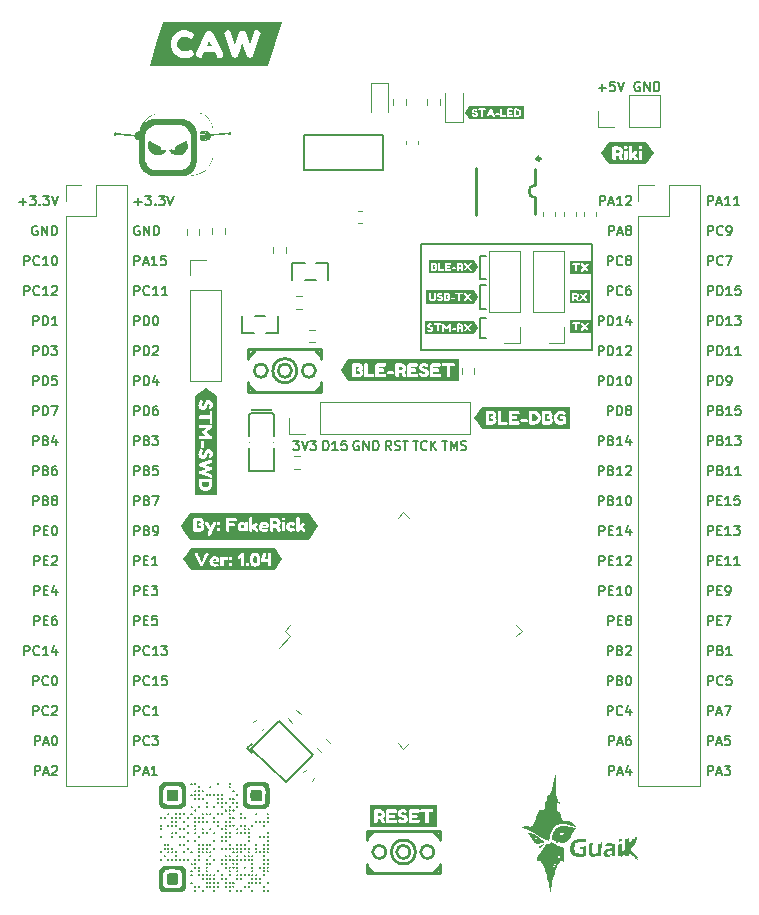
<source format=gbr>
%TF.GenerationSoftware,KiCad,Pcbnew,(6.0.9)*%
%TF.CreationDate,2023-01-04T16:14:01+08:00*%
%TF.ProjectId,CAWController,43415743-6f6e-4747-926f-6c6c65722e6b,rev?*%
%TF.SameCoordinates,Original*%
%TF.FileFunction,Legend,Top*%
%TF.FilePolarity,Positive*%
%FSLAX46Y46*%
G04 Gerber Fmt 4.6, Leading zero omitted, Abs format (unit mm)*
G04 Created by KiCad (PCBNEW (6.0.9)) date 2023-01-04 16:14:01*
%MOMM*%
%LPD*%
G01*
G04 APERTURE LIST*
%ADD10C,0.150000*%
%ADD11C,0.120000*%
%ADD12C,0.254000*%
%ADD13C,0.152000*%
%ADD14C,0.076000*%
G04 APERTURE END LIST*
D10*
X144500000Y-81750000D02*
X144000000Y-81750000D01*
X144000000Y-76500000D02*
X144000000Y-78500000D01*
X144500000Y-79000000D02*
X144000000Y-79000000D01*
X144000000Y-81000000D02*
X144500000Y-81000000D01*
X144000000Y-81750000D02*
X144000000Y-83500000D01*
X139000000Y-75500000D02*
X153500000Y-75500000D01*
X153500000Y-75500000D02*
X153500000Y-84500000D01*
X153500000Y-84500000D02*
X139000000Y-84500000D01*
X139000000Y-84500000D02*
X139000000Y-75500000D01*
X144000000Y-79000000D02*
X144000000Y-81000000D01*
X144000000Y-83500000D02*
X144500000Y-83500000D01*
X144500000Y-76500000D02*
X144000000Y-76500000D01*
X144000000Y-78500000D02*
X144500000Y-78500000D01*
X106514904Y-74022000D02*
X106438713Y-73983904D01*
X106324428Y-73983904D01*
X106210142Y-74022000D01*
X106133951Y-74098190D01*
X106095856Y-74174380D01*
X106057761Y-74326761D01*
X106057761Y-74441047D01*
X106095856Y-74593428D01*
X106133951Y-74669619D01*
X106210142Y-74745809D01*
X106324428Y-74783904D01*
X106400618Y-74783904D01*
X106514904Y-74745809D01*
X106552999Y-74707714D01*
X106552999Y-74441047D01*
X106400618Y-74441047D01*
X106895856Y-74783904D02*
X106895856Y-73983904D01*
X107352999Y-74783904D01*
X107352999Y-73983904D01*
X107733951Y-74783904D02*
X107733951Y-73983904D01*
X107924428Y-73983904D01*
X108038713Y-74022000D01*
X108114904Y-74098190D01*
X108152999Y-74174380D01*
X108191094Y-74326761D01*
X108191094Y-74441047D01*
X108152999Y-74593428D01*
X108114904Y-74669619D01*
X108038713Y-74745809D01*
X107924428Y-74783904D01*
X107733951Y-74783904D01*
X154038428Y-62287142D02*
X154647952Y-62287142D01*
X154343190Y-62591904D02*
X154343190Y-61982380D01*
X155409857Y-61791904D02*
X155028904Y-61791904D01*
X154990809Y-62172857D01*
X155028904Y-62134761D01*
X155105095Y-62096666D01*
X155295571Y-62096666D01*
X155371761Y-62134761D01*
X155409857Y-62172857D01*
X155447952Y-62249047D01*
X155447952Y-62439523D01*
X155409857Y-62515714D01*
X155371761Y-62553809D01*
X155295571Y-62591904D01*
X155105095Y-62591904D01*
X155028904Y-62553809D01*
X154990809Y-62515714D01*
X155676523Y-61791904D02*
X155943190Y-62591904D01*
X156209857Y-61791904D01*
X163277713Y-97643904D02*
X163277713Y-96843904D01*
X163582475Y-96843904D01*
X163658666Y-96882000D01*
X163696761Y-96920095D01*
X163734856Y-96996285D01*
X163734856Y-97110571D01*
X163696761Y-97186761D01*
X163658666Y-97224857D01*
X163582475Y-97262952D01*
X163277713Y-97262952D01*
X164077713Y-97224857D02*
X164344380Y-97224857D01*
X164458666Y-97643904D02*
X164077713Y-97643904D01*
X164077713Y-96843904D01*
X164458666Y-96843904D01*
X165220570Y-97643904D02*
X164763427Y-97643904D01*
X164991999Y-97643904D02*
X164991999Y-96843904D01*
X164915808Y-96958190D01*
X164839618Y-97034380D01*
X164763427Y-97072476D01*
X165944380Y-96843904D02*
X165563427Y-96843904D01*
X165525332Y-97224857D01*
X165563427Y-97186761D01*
X165639618Y-97148666D01*
X165830094Y-97148666D01*
X165906285Y-97186761D01*
X165944380Y-97224857D01*
X165982475Y-97301047D01*
X165982475Y-97491523D01*
X165944380Y-97567714D01*
X165906285Y-97605809D01*
X165830094Y-97643904D01*
X165639618Y-97643904D01*
X165563427Y-97605809D01*
X165525332Y-97567714D01*
X163277714Y-92563904D02*
X163277714Y-91763904D01*
X163582476Y-91763904D01*
X163658666Y-91802000D01*
X163696762Y-91840095D01*
X163734857Y-91916285D01*
X163734857Y-92030571D01*
X163696762Y-92106761D01*
X163658666Y-92144857D01*
X163582476Y-92182952D01*
X163277714Y-92182952D01*
X164344381Y-92144857D02*
X164458666Y-92182952D01*
X164496762Y-92221047D01*
X164534857Y-92297238D01*
X164534857Y-92411523D01*
X164496762Y-92487714D01*
X164458666Y-92525809D01*
X164382476Y-92563904D01*
X164077714Y-92563904D01*
X164077714Y-91763904D01*
X164344381Y-91763904D01*
X164420571Y-91802000D01*
X164458666Y-91840095D01*
X164496762Y-91916285D01*
X164496762Y-91992476D01*
X164458666Y-92068666D01*
X164420571Y-92106761D01*
X164344381Y-92144857D01*
X164077714Y-92144857D01*
X165296762Y-92563904D02*
X164839619Y-92563904D01*
X165068190Y-92563904D02*
X165068190Y-91763904D01*
X164992000Y-91878190D01*
X164915809Y-91954380D01*
X164839619Y-91992476D01*
X165563428Y-91763904D02*
X166058666Y-91763904D01*
X165792000Y-92068666D01*
X165906285Y-92068666D01*
X165982476Y-92106761D01*
X166020571Y-92144857D01*
X166058666Y-92221047D01*
X166058666Y-92411523D01*
X166020571Y-92487714D01*
X165982476Y-92525809D01*
X165906285Y-92563904D01*
X165677714Y-92563904D01*
X165601523Y-92525809D01*
X165563428Y-92487714D01*
X154895618Y-120503904D02*
X154895618Y-119703904D01*
X155200380Y-119703904D01*
X155276571Y-119742000D01*
X155314666Y-119780095D01*
X155352761Y-119856285D01*
X155352761Y-119970571D01*
X155314666Y-120046761D01*
X155276571Y-120084857D01*
X155200380Y-120122952D01*
X154895618Y-120122952D01*
X155657523Y-120275333D02*
X156038475Y-120275333D01*
X155581332Y-120503904D02*
X155847999Y-119703904D01*
X156114666Y-120503904D01*
X156724190Y-119970571D02*
X156724190Y-120503904D01*
X156533713Y-119665809D02*
X156343237Y-120237238D01*
X156838475Y-120237238D01*
X154895618Y-117963904D02*
X154895618Y-117163904D01*
X155200380Y-117163904D01*
X155276571Y-117202000D01*
X155314666Y-117240095D01*
X155352761Y-117316285D01*
X155352761Y-117430571D01*
X155314666Y-117506761D01*
X155276571Y-117544857D01*
X155200380Y-117582952D01*
X154895618Y-117582952D01*
X155657523Y-117735333D02*
X156038475Y-117735333D01*
X155581332Y-117963904D02*
X155847999Y-117163904D01*
X156114666Y-117963904D01*
X156724190Y-117163904D02*
X156571809Y-117163904D01*
X156495618Y-117202000D01*
X156457523Y-117240095D01*
X156381332Y-117354380D01*
X156343237Y-117506761D01*
X156343237Y-117811523D01*
X156381332Y-117887714D01*
X156419428Y-117925809D01*
X156495618Y-117963904D01*
X156647999Y-117963904D01*
X156724190Y-117925809D01*
X156762285Y-117887714D01*
X156800380Y-117811523D01*
X156800380Y-117621047D01*
X156762285Y-117544857D01*
X156724190Y-117506761D01*
X156647999Y-117468666D01*
X156495618Y-117468666D01*
X156419428Y-117506761D01*
X156381332Y-117544857D01*
X156343237Y-117621047D01*
X154019428Y-82403904D02*
X154019428Y-81603904D01*
X154324190Y-81603904D01*
X154400380Y-81642000D01*
X154438476Y-81680095D01*
X154476571Y-81756285D01*
X154476571Y-81870571D01*
X154438476Y-81946761D01*
X154400380Y-81984857D01*
X154324190Y-82022952D01*
X154019428Y-82022952D01*
X154819428Y-82403904D02*
X154819428Y-81603904D01*
X155009904Y-81603904D01*
X155124190Y-81642000D01*
X155200380Y-81718190D01*
X155238476Y-81794380D01*
X155276571Y-81946761D01*
X155276571Y-82061047D01*
X155238476Y-82213428D01*
X155200380Y-82289619D01*
X155124190Y-82365809D01*
X155009904Y-82403904D01*
X154819428Y-82403904D01*
X156038476Y-82403904D02*
X155581333Y-82403904D01*
X155809904Y-82403904D02*
X155809904Y-81603904D01*
X155733714Y-81718190D01*
X155657523Y-81794380D01*
X155581333Y-81832476D01*
X156724190Y-81870571D02*
X156724190Y-82403904D01*
X156533714Y-81565809D02*
X156343237Y-82137238D01*
X156838476Y-82137238D01*
X114732000Y-79863904D02*
X114732000Y-79063904D01*
X115036762Y-79063904D01*
X115112952Y-79102000D01*
X115151048Y-79140095D01*
X115189143Y-79216285D01*
X115189143Y-79330571D01*
X115151048Y-79406761D01*
X115112952Y-79444857D01*
X115036762Y-79482952D01*
X114732000Y-79482952D01*
X115989143Y-79787714D02*
X115951048Y-79825809D01*
X115836762Y-79863904D01*
X115760571Y-79863904D01*
X115646286Y-79825809D01*
X115570095Y-79749619D01*
X115532000Y-79673428D01*
X115493905Y-79521047D01*
X115493905Y-79406761D01*
X115532000Y-79254380D01*
X115570095Y-79178190D01*
X115646286Y-79102000D01*
X115760571Y-79063904D01*
X115836762Y-79063904D01*
X115951048Y-79102000D01*
X115989143Y-79140095D01*
X116751048Y-79863904D02*
X116293905Y-79863904D01*
X116522476Y-79863904D02*
X116522476Y-79063904D01*
X116446286Y-79178190D01*
X116370095Y-79254380D01*
X116293905Y-79292476D01*
X117512952Y-79863904D02*
X117055809Y-79863904D01*
X117284381Y-79863904D02*
X117284381Y-79063904D01*
X117208190Y-79178190D01*
X117132000Y-79254380D01*
X117055809Y-79292476D01*
X163277714Y-72243904D02*
X163277714Y-71443904D01*
X163582476Y-71443904D01*
X163658666Y-71482000D01*
X163696761Y-71520095D01*
X163734857Y-71596285D01*
X163734857Y-71710571D01*
X163696761Y-71786761D01*
X163658666Y-71824857D01*
X163582476Y-71862952D01*
X163277714Y-71862952D01*
X164039619Y-72015333D02*
X164420571Y-72015333D01*
X163963428Y-72243904D02*
X164230095Y-71443904D01*
X164496761Y-72243904D01*
X165182476Y-72243904D02*
X164725333Y-72243904D01*
X164953904Y-72243904D02*
X164953904Y-71443904D01*
X164877714Y-71558190D01*
X164801523Y-71634380D01*
X164725333Y-71672476D01*
X165944380Y-72243904D02*
X165487238Y-72243904D01*
X165715809Y-72243904D02*
X165715809Y-71443904D01*
X165639619Y-71558190D01*
X165563428Y-71634380D01*
X165487238Y-71672476D01*
X128179523Y-92191904D02*
X128674761Y-92191904D01*
X128408095Y-92496666D01*
X128522380Y-92496666D01*
X128598571Y-92534761D01*
X128636666Y-92572857D01*
X128674761Y-92649047D01*
X128674761Y-92839523D01*
X128636666Y-92915714D01*
X128598571Y-92953809D01*
X128522380Y-92991904D01*
X128293809Y-92991904D01*
X128217619Y-92953809D01*
X128179523Y-92915714D01*
X128903333Y-92191904D02*
X129170000Y-92991904D01*
X129436666Y-92191904D01*
X129627142Y-92191904D02*
X130122380Y-92191904D01*
X129855714Y-92496666D01*
X129970000Y-92496666D01*
X130046190Y-92534761D01*
X130084285Y-92572857D01*
X130122380Y-92649047D01*
X130122380Y-92839523D01*
X130084285Y-92915714D01*
X130046190Y-92953809D01*
X129970000Y-92991904D01*
X129741428Y-92991904D01*
X129665238Y-92953809D01*
X129627142Y-92915714D01*
X106248238Y-105263904D02*
X106248238Y-104463904D01*
X106552999Y-104463904D01*
X106629190Y-104502000D01*
X106667285Y-104540095D01*
X106705380Y-104616285D01*
X106705380Y-104730571D01*
X106667285Y-104806761D01*
X106629190Y-104844857D01*
X106552999Y-104882952D01*
X106248238Y-104882952D01*
X107048238Y-104844857D02*
X107314904Y-104844857D01*
X107429190Y-105263904D02*
X107048238Y-105263904D01*
X107048238Y-104463904D01*
X107429190Y-104463904D01*
X108114904Y-104730571D02*
X108114904Y-105263904D01*
X107924428Y-104425809D02*
X107733952Y-104997238D01*
X108229190Y-104997238D01*
X106172046Y-95103904D02*
X106172046Y-94303904D01*
X106476808Y-94303904D01*
X106552999Y-94342000D01*
X106591094Y-94380095D01*
X106629189Y-94456285D01*
X106629189Y-94570571D01*
X106591094Y-94646761D01*
X106552999Y-94684857D01*
X106476808Y-94722952D01*
X106172046Y-94722952D01*
X107238713Y-94684857D02*
X107352999Y-94722952D01*
X107391094Y-94761047D01*
X107429189Y-94837238D01*
X107429189Y-94951523D01*
X107391094Y-95027714D01*
X107352999Y-95065809D01*
X107276808Y-95103904D01*
X106972046Y-95103904D01*
X106972046Y-94303904D01*
X107238713Y-94303904D01*
X107314903Y-94342000D01*
X107352999Y-94380095D01*
X107391094Y-94456285D01*
X107391094Y-94532476D01*
X107352999Y-94608666D01*
X107314903Y-94646761D01*
X107238713Y-94684857D01*
X106972046Y-94684857D01*
X108114903Y-94303904D02*
X107962523Y-94303904D01*
X107886332Y-94342000D01*
X107848237Y-94380095D01*
X107772046Y-94494380D01*
X107733951Y-94646761D01*
X107733951Y-94951523D01*
X107772046Y-95027714D01*
X107810142Y-95065809D01*
X107886332Y-95103904D01*
X108038713Y-95103904D01*
X108114903Y-95065809D01*
X108152999Y-95027714D01*
X108191094Y-94951523D01*
X108191094Y-94761047D01*
X108152999Y-94684857D01*
X108114903Y-94646761D01*
X108038713Y-94608666D01*
X107886332Y-94608666D01*
X107810142Y-94646761D01*
X107772046Y-94684857D01*
X107733951Y-94761047D01*
X106172046Y-92563904D02*
X106172046Y-91763904D01*
X106476808Y-91763904D01*
X106552999Y-91802000D01*
X106591094Y-91840095D01*
X106629189Y-91916285D01*
X106629189Y-92030571D01*
X106591094Y-92106761D01*
X106552999Y-92144857D01*
X106476808Y-92182952D01*
X106172046Y-92182952D01*
X107238713Y-92144857D02*
X107352999Y-92182952D01*
X107391094Y-92221047D01*
X107429189Y-92297238D01*
X107429189Y-92411523D01*
X107391094Y-92487714D01*
X107352999Y-92525809D01*
X107276808Y-92563904D01*
X106972046Y-92563904D01*
X106972046Y-91763904D01*
X107238713Y-91763904D01*
X107314903Y-91802000D01*
X107352999Y-91840095D01*
X107391094Y-91916285D01*
X107391094Y-91992476D01*
X107352999Y-92068666D01*
X107314903Y-92106761D01*
X107238713Y-92144857D01*
X106972046Y-92144857D01*
X108114903Y-92030571D02*
X108114903Y-92563904D01*
X107924427Y-91725809D02*
X107733951Y-92297238D01*
X108229189Y-92297238D01*
X106172046Y-84943904D02*
X106172046Y-84143904D01*
X106476808Y-84143904D01*
X106552999Y-84182000D01*
X106591094Y-84220095D01*
X106629189Y-84296285D01*
X106629189Y-84410571D01*
X106591094Y-84486761D01*
X106552999Y-84524857D01*
X106476808Y-84562952D01*
X106172046Y-84562952D01*
X106972046Y-84943904D02*
X106972046Y-84143904D01*
X107162523Y-84143904D01*
X107276808Y-84182000D01*
X107352999Y-84258190D01*
X107391094Y-84334380D01*
X107429189Y-84486761D01*
X107429189Y-84601047D01*
X107391094Y-84753428D01*
X107352999Y-84829619D01*
X107276808Y-84905809D01*
X107162523Y-84943904D01*
X106972046Y-84943904D01*
X107695856Y-84143904D02*
X108191094Y-84143904D01*
X107924427Y-84448666D01*
X108038713Y-84448666D01*
X108114903Y-84486761D01*
X108152999Y-84524857D01*
X108191094Y-84601047D01*
X108191094Y-84791523D01*
X108152999Y-84867714D01*
X108114903Y-84905809D01*
X108038713Y-84943904D01*
X107810142Y-84943904D01*
X107733951Y-84905809D01*
X107695856Y-84867714D01*
X106172046Y-112883904D02*
X106172046Y-112083904D01*
X106476808Y-112083904D01*
X106552999Y-112122000D01*
X106591094Y-112160095D01*
X106629189Y-112236285D01*
X106629189Y-112350571D01*
X106591094Y-112426761D01*
X106552999Y-112464857D01*
X106476808Y-112502952D01*
X106172046Y-112502952D01*
X107429189Y-112807714D02*
X107391094Y-112845809D01*
X107276808Y-112883904D01*
X107200618Y-112883904D01*
X107086332Y-112845809D01*
X107010142Y-112769619D01*
X106972046Y-112693428D01*
X106933951Y-112541047D01*
X106933951Y-112426761D01*
X106972046Y-112274380D01*
X107010142Y-112198190D01*
X107086332Y-112122000D01*
X107200618Y-112083904D01*
X107276808Y-112083904D01*
X107391094Y-112122000D01*
X107429189Y-112160095D01*
X107924427Y-112083904D02*
X108000618Y-112083904D01*
X108076808Y-112122000D01*
X108114903Y-112160095D01*
X108152999Y-112236285D01*
X108191094Y-112388666D01*
X108191094Y-112579142D01*
X108152999Y-112731523D01*
X108114903Y-112807714D01*
X108076808Y-112845809D01*
X108000618Y-112883904D01*
X107924427Y-112883904D01*
X107848237Y-112845809D01*
X107810142Y-112807714D01*
X107772046Y-112731523D01*
X107733951Y-112579142D01*
X107733951Y-112388666D01*
X107772046Y-112236285D01*
X107810142Y-112160095D01*
X107848237Y-112122000D01*
X107924427Y-112083904D01*
X133719903Y-92230000D02*
X133643712Y-92191904D01*
X133529427Y-92191904D01*
X133415141Y-92230000D01*
X133338950Y-92306190D01*
X133300855Y-92382380D01*
X133262760Y-92534761D01*
X133262760Y-92649047D01*
X133300855Y-92801428D01*
X133338950Y-92877619D01*
X133415141Y-92953809D01*
X133529427Y-92991904D01*
X133605617Y-92991904D01*
X133719903Y-92953809D01*
X133757998Y-92915714D01*
X133757998Y-92649047D01*
X133605617Y-92649047D01*
X134100855Y-92991904D02*
X134100855Y-92191904D01*
X134557998Y-92991904D01*
X134557998Y-92191904D01*
X134938950Y-92991904D02*
X134938950Y-92191904D01*
X135129427Y-92191904D01*
X135243712Y-92230000D01*
X135319903Y-92306190D01*
X135357998Y-92382380D01*
X135396093Y-92534761D01*
X135396093Y-92649047D01*
X135357998Y-92801428D01*
X135319903Y-92877619D01*
X135243712Y-92953809D01*
X135129427Y-92991904D01*
X134938950Y-92991904D01*
X114731999Y-117963904D02*
X114731999Y-117163904D01*
X115036761Y-117163904D01*
X115112952Y-117202000D01*
X115151047Y-117240095D01*
X115189142Y-117316285D01*
X115189142Y-117430571D01*
X115151047Y-117506761D01*
X115112952Y-117544857D01*
X115036761Y-117582952D01*
X114731999Y-117582952D01*
X115989142Y-117887714D02*
X115951047Y-117925809D01*
X115836761Y-117963904D01*
X115760571Y-117963904D01*
X115646285Y-117925809D01*
X115570095Y-117849619D01*
X115531999Y-117773428D01*
X115493904Y-117621047D01*
X115493904Y-117506761D01*
X115531999Y-117354380D01*
X115570095Y-117278190D01*
X115646285Y-117202000D01*
X115760571Y-117163904D01*
X115836761Y-117163904D01*
X115951047Y-117202000D01*
X115989142Y-117240095D01*
X116255809Y-117163904D02*
X116751047Y-117163904D01*
X116484380Y-117468666D01*
X116598666Y-117468666D01*
X116674856Y-117506761D01*
X116712952Y-117544857D01*
X116751047Y-117621047D01*
X116751047Y-117811523D01*
X116712952Y-117887714D01*
X116674856Y-117925809D01*
X116598666Y-117963904D01*
X116370095Y-117963904D01*
X116293904Y-117925809D01*
X116255809Y-117887714D01*
X106172046Y-82403904D02*
X106172046Y-81603904D01*
X106476808Y-81603904D01*
X106552999Y-81642000D01*
X106591094Y-81680095D01*
X106629189Y-81756285D01*
X106629189Y-81870571D01*
X106591094Y-81946761D01*
X106552999Y-81984857D01*
X106476808Y-82022952D01*
X106172046Y-82022952D01*
X106972046Y-82403904D02*
X106972046Y-81603904D01*
X107162523Y-81603904D01*
X107276808Y-81642000D01*
X107352999Y-81718190D01*
X107391094Y-81794380D01*
X107429189Y-81946761D01*
X107429189Y-82061047D01*
X107391094Y-82213428D01*
X107352999Y-82289619D01*
X107276808Y-82365809D01*
X107162523Y-82403904D01*
X106972046Y-82403904D01*
X108191094Y-82403904D02*
X107733951Y-82403904D01*
X107962523Y-82403904D02*
X107962523Y-81603904D01*
X107886332Y-81718190D01*
X107810142Y-81794380D01*
X107733951Y-81832476D01*
X163277714Y-105263904D02*
X163277714Y-104463904D01*
X163582475Y-104463904D01*
X163658666Y-104502000D01*
X163696761Y-104540095D01*
X163734856Y-104616285D01*
X163734856Y-104730571D01*
X163696761Y-104806761D01*
X163658666Y-104844857D01*
X163582475Y-104882952D01*
X163277714Y-104882952D01*
X164077714Y-104844857D02*
X164344380Y-104844857D01*
X164458666Y-105263904D02*
X164077714Y-105263904D01*
X164077714Y-104463904D01*
X164458666Y-104463904D01*
X164839618Y-105263904D02*
X164991999Y-105263904D01*
X165068190Y-105225809D01*
X165106285Y-105187714D01*
X165182475Y-105073428D01*
X165220571Y-104921047D01*
X165220571Y-104616285D01*
X165182475Y-104540095D01*
X165144380Y-104502000D01*
X165068190Y-104463904D01*
X164915809Y-104463904D01*
X164839618Y-104502000D01*
X164801523Y-104540095D01*
X164763428Y-104616285D01*
X164763428Y-104806761D01*
X164801523Y-104882952D01*
X164839618Y-104921047D01*
X164915809Y-104959142D01*
X165068190Y-104959142D01*
X165144380Y-104921047D01*
X165182475Y-104882952D01*
X165220571Y-104806761D01*
X114732000Y-110343904D02*
X114732000Y-109543904D01*
X115036762Y-109543904D01*
X115112952Y-109582000D01*
X115151048Y-109620095D01*
X115189143Y-109696285D01*
X115189143Y-109810571D01*
X115151048Y-109886761D01*
X115112952Y-109924857D01*
X115036762Y-109962952D01*
X114732000Y-109962952D01*
X115989143Y-110267714D02*
X115951048Y-110305809D01*
X115836762Y-110343904D01*
X115760571Y-110343904D01*
X115646286Y-110305809D01*
X115570095Y-110229619D01*
X115532000Y-110153428D01*
X115493905Y-110001047D01*
X115493905Y-109886761D01*
X115532000Y-109734380D01*
X115570095Y-109658190D01*
X115646286Y-109582000D01*
X115760571Y-109543904D01*
X115836762Y-109543904D01*
X115951048Y-109582000D01*
X115989143Y-109620095D01*
X116751048Y-110343904D02*
X116293905Y-110343904D01*
X116522476Y-110343904D02*
X116522476Y-109543904D01*
X116446286Y-109658190D01*
X116370095Y-109734380D01*
X116293905Y-109772476D01*
X117017714Y-109543904D02*
X117512952Y-109543904D01*
X117246286Y-109848666D01*
X117360571Y-109848666D01*
X117436762Y-109886761D01*
X117474857Y-109924857D01*
X117512952Y-110001047D01*
X117512952Y-110191523D01*
X117474857Y-110267714D01*
X117436762Y-110305809D01*
X117360571Y-110343904D01*
X117132000Y-110343904D01*
X117055809Y-110305809D01*
X117017714Y-110267714D01*
X154781332Y-115423904D02*
X154781332Y-114623904D01*
X155086094Y-114623904D01*
X155162285Y-114662000D01*
X155200380Y-114700095D01*
X155238475Y-114776285D01*
X155238475Y-114890571D01*
X155200380Y-114966761D01*
X155162285Y-115004857D01*
X155086094Y-115042952D01*
X154781332Y-115042952D01*
X156038475Y-115347714D02*
X156000380Y-115385809D01*
X155886094Y-115423904D01*
X155809904Y-115423904D01*
X155695618Y-115385809D01*
X155619428Y-115309619D01*
X155581332Y-115233428D01*
X155543237Y-115081047D01*
X155543237Y-114966761D01*
X155581332Y-114814380D01*
X155619428Y-114738190D01*
X155695618Y-114662000D01*
X155809904Y-114623904D01*
X155886094Y-114623904D01*
X156000380Y-114662000D01*
X156038475Y-114700095D01*
X156724189Y-114890571D02*
X156724189Y-115423904D01*
X156533713Y-114585809D02*
X156343237Y-115157238D01*
X156838475Y-115157238D01*
X104953000Y-71939142D02*
X105562523Y-71939142D01*
X105257761Y-72243904D02*
X105257761Y-71634380D01*
X105867285Y-71443904D02*
X106362523Y-71443904D01*
X106095857Y-71748666D01*
X106210142Y-71748666D01*
X106286333Y-71786761D01*
X106324428Y-71824857D01*
X106362523Y-71901047D01*
X106362523Y-72091523D01*
X106324428Y-72167714D01*
X106286333Y-72205809D01*
X106210142Y-72243904D01*
X105981571Y-72243904D01*
X105905380Y-72205809D01*
X105867285Y-72167714D01*
X106705380Y-72167714D02*
X106743476Y-72205809D01*
X106705380Y-72243904D01*
X106667285Y-72205809D01*
X106705380Y-72167714D01*
X106705380Y-72243904D01*
X107010142Y-71443904D02*
X107505380Y-71443904D01*
X107238714Y-71748666D01*
X107353000Y-71748666D01*
X107429190Y-71786761D01*
X107467285Y-71824857D01*
X107505380Y-71901047D01*
X107505380Y-72091523D01*
X107467285Y-72167714D01*
X107429190Y-72205809D01*
X107353000Y-72243904D01*
X107124428Y-72243904D01*
X107048238Y-72205809D01*
X107010142Y-72167714D01*
X107733952Y-71443904D02*
X108000619Y-72243904D01*
X108267285Y-71443904D01*
X114732000Y-71939142D02*
X115341523Y-71939142D01*
X115036761Y-72243904D02*
X115036761Y-71634380D01*
X115646285Y-71443904D02*
X116141523Y-71443904D01*
X115874857Y-71748666D01*
X115989142Y-71748666D01*
X116065333Y-71786761D01*
X116103428Y-71824857D01*
X116141523Y-71901047D01*
X116141523Y-72091523D01*
X116103428Y-72167714D01*
X116065333Y-72205809D01*
X115989142Y-72243904D01*
X115760571Y-72243904D01*
X115684380Y-72205809D01*
X115646285Y-72167714D01*
X116484380Y-72167714D02*
X116522476Y-72205809D01*
X116484380Y-72243904D01*
X116446285Y-72205809D01*
X116484380Y-72167714D01*
X116484380Y-72243904D01*
X116789142Y-71443904D02*
X117284380Y-71443904D01*
X117017714Y-71748666D01*
X117132000Y-71748666D01*
X117208190Y-71786761D01*
X117246285Y-71824857D01*
X117284380Y-71901047D01*
X117284380Y-72091523D01*
X117246285Y-72167714D01*
X117208190Y-72205809D01*
X117132000Y-72243904D01*
X116903428Y-72243904D01*
X116827238Y-72205809D01*
X116789142Y-72167714D01*
X117512952Y-71443904D02*
X117779619Y-72243904D01*
X118046285Y-71443904D01*
X114731999Y-115423904D02*
X114731999Y-114623904D01*
X115036761Y-114623904D01*
X115112952Y-114662000D01*
X115151047Y-114700095D01*
X115189142Y-114776285D01*
X115189142Y-114890571D01*
X115151047Y-114966761D01*
X115112952Y-115004857D01*
X115036761Y-115042952D01*
X114731999Y-115042952D01*
X115989142Y-115347714D02*
X115951047Y-115385809D01*
X115836761Y-115423904D01*
X115760571Y-115423904D01*
X115646285Y-115385809D01*
X115570095Y-115309619D01*
X115531999Y-115233428D01*
X115493904Y-115081047D01*
X115493904Y-114966761D01*
X115531999Y-114814380D01*
X115570095Y-114738190D01*
X115646285Y-114662000D01*
X115760571Y-114623904D01*
X115836761Y-114623904D01*
X115951047Y-114662000D01*
X115989142Y-114700095D01*
X116751047Y-115423904D02*
X116293904Y-115423904D01*
X116522476Y-115423904D02*
X116522476Y-114623904D01*
X116446285Y-114738190D01*
X116370095Y-114814380D01*
X116293904Y-114852476D01*
X163277713Y-74783904D02*
X163277713Y-73983904D01*
X163582475Y-73983904D01*
X163658666Y-74022000D01*
X163696761Y-74060095D01*
X163734856Y-74136285D01*
X163734856Y-74250571D01*
X163696761Y-74326761D01*
X163658666Y-74364857D01*
X163582475Y-74402952D01*
X163277713Y-74402952D01*
X164534856Y-74707714D02*
X164496761Y-74745809D01*
X164382475Y-74783904D01*
X164306285Y-74783904D01*
X164191999Y-74745809D01*
X164115809Y-74669619D01*
X164077713Y-74593428D01*
X164039618Y-74441047D01*
X164039618Y-74326761D01*
X164077713Y-74174380D01*
X164115809Y-74098190D01*
X164191999Y-74022000D01*
X164306285Y-73983904D01*
X164382475Y-73983904D01*
X164496761Y-74022000D01*
X164534856Y-74060095D01*
X164915809Y-74783904D02*
X165068190Y-74783904D01*
X165144380Y-74745809D01*
X165182475Y-74707714D01*
X165258666Y-74593428D01*
X165296761Y-74441047D01*
X165296761Y-74136285D01*
X165258666Y-74060095D01*
X165220570Y-74022000D01*
X165144380Y-73983904D01*
X164991999Y-73983904D01*
X164915809Y-74022000D01*
X164877713Y-74060095D01*
X164839618Y-74136285D01*
X164839618Y-74326761D01*
X164877713Y-74402952D01*
X164915809Y-74441047D01*
X164991999Y-74479142D01*
X165144380Y-74479142D01*
X165220570Y-74441047D01*
X165258666Y-74402952D01*
X165296761Y-74326761D01*
X154781332Y-110343904D02*
X154781332Y-109543904D01*
X155086094Y-109543904D01*
X155162285Y-109582000D01*
X155200380Y-109620095D01*
X155238475Y-109696285D01*
X155238475Y-109810571D01*
X155200380Y-109886761D01*
X155162285Y-109924857D01*
X155086094Y-109962952D01*
X154781332Y-109962952D01*
X155847999Y-109924857D02*
X155962285Y-109962952D01*
X156000380Y-110001047D01*
X156038475Y-110077238D01*
X156038475Y-110191523D01*
X156000380Y-110267714D01*
X155962285Y-110305809D01*
X155886094Y-110343904D01*
X155581332Y-110343904D01*
X155581332Y-109543904D01*
X155847999Y-109543904D01*
X155924189Y-109582000D01*
X155962285Y-109620095D01*
X156000380Y-109696285D01*
X156000380Y-109772476D01*
X155962285Y-109848666D01*
X155924189Y-109886761D01*
X155847999Y-109924857D01*
X155581332Y-109924857D01*
X156343237Y-109620095D02*
X156381332Y-109582000D01*
X156457523Y-109543904D01*
X156647999Y-109543904D01*
X156724189Y-109582000D01*
X156762285Y-109620095D01*
X156800380Y-109696285D01*
X156800380Y-109772476D01*
X156762285Y-109886761D01*
X156305142Y-110343904D01*
X156800380Y-110343904D01*
X106172046Y-87483904D02*
X106172046Y-86683904D01*
X106476808Y-86683904D01*
X106552999Y-86722000D01*
X106591094Y-86760095D01*
X106629189Y-86836285D01*
X106629189Y-86950571D01*
X106591094Y-87026761D01*
X106552999Y-87064857D01*
X106476808Y-87102952D01*
X106172046Y-87102952D01*
X106972046Y-87483904D02*
X106972046Y-86683904D01*
X107162523Y-86683904D01*
X107276808Y-86722000D01*
X107352999Y-86798190D01*
X107391094Y-86874380D01*
X107429189Y-87026761D01*
X107429189Y-87141047D01*
X107391094Y-87293428D01*
X107352999Y-87369619D01*
X107276808Y-87445809D01*
X107162523Y-87483904D01*
X106972046Y-87483904D01*
X108152999Y-86683904D02*
X107772046Y-86683904D01*
X107733951Y-87064857D01*
X107772046Y-87026761D01*
X107848237Y-86988666D01*
X108038713Y-86988666D01*
X108114903Y-87026761D01*
X108152999Y-87064857D01*
X108191094Y-87141047D01*
X108191094Y-87331523D01*
X108152999Y-87407714D01*
X108114903Y-87445809D01*
X108038713Y-87483904D01*
X107848237Y-87483904D01*
X107772046Y-87445809D01*
X107733951Y-87407714D01*
X163277714Y-84943904D02*
X163277714Y-84143904D01*
X163582476Y-84143904D01*
X163658666Y-84182000D01*
X163696762Y-84220095D01*
X163734857Y-84296285D01*
X163734857Y-84410571D01*
X163696762Y-84486761D01*
X163658666Y-84524857D01*
X163582476Y-84562952D01*
X163277714Y-84562952D01*
X164077714Y-84943904D02*
X164077714Y-84143904D01*
X164268190Y-84143904D01*
X164382476Y-84182000D01*
X164458666Y-84258190D01*
X164496762Y-84334380D01*
X164534857Y-84486761D01*
X164534857Y-84601047D01*
X164496762Y-84753428D01*
X164458666Y-84829619D01*
X164382476Y-84905809D01*
X164268190Y-84943904D01*
X164077714Y-84943904D01*
X165296762Y-84943904D02*
X164839619Y-84943904D01*
X165068190Y-84943904D02*
X165068190Y-84143904D01*
X164992000Y-84258190D01*
X164915809Y-84334380D01*
X164839619Y-84372476D01*
X166058666Y-84943904D02*
X165601523Y-84943904D01*
X165830095Y-84943904D02*
X165830095Y-84143904D01*
X165753904Y-84258190D01*
X165677714Y-84334380D01*
X165601523Y-84372476D01*
X163277714Y-79863904D02*
X163277714Y-79063904D01*
X163582476Y-79063904D01*
X163658666Y-79102000D01*
X163696762Y-79140095D01*
X163734857Y-79216285D01*
X163734857Y-79330571D01*
X163696762Y-79406761D01*
X163658666Y-79444857D01*
X163582476Y-79482952D01*
X163277714Y-79482952D01*
X164077714Y-79863904D02*
X164077714Y-79063904D01*
X164268190Y-79063904D01*
X164382476Y-79102000D01*
X164458666Y-79178190D01*
X164496762Y-79254380D01*
X164534857Y-79406761D01*
X164534857Y-79521047D01*
X164496762Y-79673428D01*
X164458666Y-79749619D01*
X164382476Y-79825809D01*
X164268190Y-79863904D01*
X164077714Y-79863904D01*
X165296762Y-79863904D02*
X164839619Y-79863904D01*
X165068190Y-79863904D02*
X165068190Y-79063904D01*
X164992000Y-79178190D01*
X164915809Y-79254380D01*
X164839619Y-79292476D01*
X166020571Y-79063904D02*
X165639619Y-79063904D01*
X165601523Y-79444857D01*
X165639619Y-79406761D01*
X165715809Y-79368666D01*
X165906285Y-79368666D01*
X165982476Y-79406761D01*
X166020571Y-79444857D01*
X166058666Y-79521047D01*
X166058666Y-79711523D01*
X166020571Y-79787714D01*
X165982476Y-79825809D01*
X165906285Y-79863904D01*
X165715809Y-79863904D01*
X165639619Y-79825809D01*
X165601523Y-79787714D01*
X130721142Y-92991904D02*
X130721142Y-92191904D01*
X130911618Y-92191904D01*
X131025904Y-92230000D01*
X131102094Y-92306190D01*
X131140190Y-92382380D01*
X131178285Y-92534761D01*
X131178285Y-92649047D01*
X131140190Y-92801428D01*
X131102094Y-92877619D01*
X131025904Y-92953809D01*
X130911618Y-92991904D01*
X130721142Y-92991904D01*
X131940190Y-92991904D02*
X131483047Y-92991904D01*
X131711618Y-92991904D02*
X131711618Y-92191904D01*
X131635428Y-92306190D01*
X131559237Y-92382380D01*
X131483047Y-92420476D01*
X132663999Y-92191904D02*
X132283047Y-92191904D01*
X132244951Y-92572857D01*
X132283047Y-92534761D01*
X132359237Y-92496666D01*
X132549713Y-92496666D01*
X132625904Y-92534761D01*
X132663999Y-92572857D01*
X132702094Y-92649047D01*
X132702094Y-92839523D01*
X132663999Y-92915714D01*
X132625904Y-92953809D01*
X132549713Y-92991904D01*
X132359237Y-92991904D01*
X132283047Y-92953809D01*
X132244951Y-92915714D01*
X115151047Y-74022000D02*
X115074856Y-73983904D01*
X114960571Y-73983904D01*
X114846285Y-74022000D01*
X114770094Y-74098190D01*
X114731999Y-74174380D01*
X114693904Y-74326761D01*
X114693904Y-74441047D01*
X114731999Y-74593428D01*
X114770094Y-74669619D01*
X114846285Y-74745809D01*
X114960571Y-74783904D01*
X115036761Y-74783904D01*
X115151047Y-74745809D01*
X115189142Y-74707714D01*
X115189142Y-74441047D01*
X115036761Y-74441047D01*
X115531999Y-74783904D02*
X115531999Y-73983904D01*
X115989142Y-74783904D01*
X115989142Y-73983904D01*
X116370094Y-74783904D02*
X116370094Y-73983904D01*
X116560571Y-73983904D01*
X116674856Y-74022000D01*
X116751047Y-74098190D01*
X116789142Y-74174380D01*
X116827237Y-74326761D01*
X116827237Y-74441047D01*
X116789142Y-74593428D01*
X116751047Y-74669619D01*
X116674856Y-74745809D01*
X116560571Y-74783904D01*
X116370094Y-74783904D01*
X114732000Y-107803904D02*
X114732000Y-107003904D01*
X115036761Y-107003904D01*
X115112952Y-107042000D01*
X115151047Y-107080095D01*
X115189142Y-107156285D01*
X115189142Y-107270571D01*
X115151047Y-107346761D01*
X115112952Y-107384857D01*
X115036761Y-107422952D01*
X114732000Y-107422952D01*
X115532000Y-107384857D02*
X115798666Y-107384857D01*
X115912952Y-107803904D02*
X115532000Y-107803904D01*
X115532000Y-107003904D01*
X115912952Y-107003904D01*
X116636761Y-107003904D02*
X116255809Y-107003904D01*
X116217714Y-107384857D01*
X116255809Y-107346761D01*
X116332000Y-107308666D01*
X116522476Y-107308666D01*
X116598666Y-107346761D01*
X116636761Y-107384857D01*
X116674857Y-107461047D01*
X116674857Y-107651523D01*
X116636761Y-107727714D01*
X116598666Y-107765809D01*
X116522476Y-107803904D01*
X116332000Y-107803904D01*
X116255809Y-107765809D01*
X116217714Y-107727714D01*
X105410142Y-110343904D02*
X105410142Y-109543904D01*
X105714904Y-109543904D01*
X105791094Y-109582000D01*
X105829190Y-109620095D01*
X105867285Y-109696285D01*
X105867285Y-109810571D01*
X105829190Y-109886761D01*
X105791094Y-109924857D01*
X105714904Y-109962952D01*
X105410142Y-109962952D01*
X106667285Y-110267714D02*
X106629190Y-110305809D01*
X106514904Y-110343904D01*
X106438713Y-110343904D01*
X106324428Y-110305809D01*
X106248237Y-110229619D01*
X106210142Y-110153428D01*
X106172047Y-110001047D01*
X106172047Y-109886761D01*
X106210142Y-109734380D01*
X106248237Y-109658190D01*
X106324428Y-109582000D01*
X106438713Y-109543904D01*
X106514904Y-109543904D01*
X106629190Y-109582000D01*
X106667285Y-109620095D01*
X107429190Y-110343904D02*
X106972047Y-110343904D01*
X107200618Y-110343904D02*
X107200618Y-109543904D01*
X107124428Y-109658190D01*
X107048237Y-109734380D01*
X106972047Y-109772476D01*
X108114904Y-109810571D02*
X108114904Y-110343904D01*
X107924428Y-109505809D02*
X107733951Y-110077238D01*
X108229190Y-110077238D01*
X114732000Y-102723904D02*
X114732000Y-101923904D01*
X115036761Y-101923904D01*
X115112952Y-101962000D01*
X115151047Y-102000095D01*
X115189142Y-102076285D01*
X115189142Y-102190571D01*
X115151047Y-102266761D01*
X115112952Y-102304857D01*
X115036761Y-102342952D01*
X114732000Y-102342952D01*
X115532000Y-102304857D02*
X115798666Y-102304857D01*
X115912952Y-102723904D02*
X115532000Y-102723904D01*
X115532000Y-101923904D01*
X115912952Y-101923904D01*
X116674857Y-102723904D02*
X116217714Y-102723904D01*
X116446285Y-102723904D02*
X116446285Y-101923904D01*
X116370095Y-102038190D01*
X116293904Y-102114380D01*
X116217714Y-102152476D01*
X163277713Y-77323904D02*
X163277713Y-76523904D01*
X163582475Y-76523904D01*
X163658666Y-76562000D01*
X163696761Y-76600095D01*
X163734856Y-76676285D01*
X163734856Y-76790571D01*
X163696761Y-76866761D01*
X163658666Y-76904857D01*
X163582475Y-76942952D01*
X163277713Y-76942952D01*
X164534856Y-77247714D02*
X164496761Y-77285809D01*
X164382475Y-77323904D01*
X164306285Y-77323904D01*
X164191999Y-77285809D01*
X164115809Y-77209619D01*
X164077713Y-77133428D01*
X164039618Y-76981047D01*
X164039618Y-76866761D01*
X164077713Y-76714380D01*
X164115809Y-76638190D01*
X164191999Y-76562000D01*
X164306285Y-76523904D01*
X164382475Y-76523904D01*
X164496761Y-76562000D01*
X164534856Y-76600095D01*
X164801523Y-76523904D02*
X165334856Y-76523904D01*
X164991999Y-77323904D01*
X154019428Y-95103904D02*
X154019428Y-94303904D01*
X154324190Y-94303904D01*
X154400380Y-94342000D01*
X154438476Y-94380095D01*
X154476571Y-94456285D01*
X154476571Y-94570571D01*
X154438476Y-94646761D01*
X154400380Y-94684857D01*
X154324190Y-94722952D01*
X154019428Y-94722952D01*
X155086095Y-94684857D02*
X155200380Y-94722952D01*
X155238476Y-94761047D01*
X155276571Y-94837238D01*
X155276571Y-94951523D01*
X155238476Y-95027714D01*
X155200380Y-95065809D01*
X155124190Y-95103904D01*
X154819428Y-95103904D01*
X154819428Y-94303904D01*
X155086095Y-94303904D01*
X155162285Y-94342000D01*
X155200380Y-94380095D01*
X155238476Y-94456285D01*
X155238476Y-94532476D01*
X155200380Y-94608666D01*
X155162285Y-94646761D01*
X155086095Y-94684857D01*
X154819428Y-94684857D01*
X156038476Y-95103904D02*
X155581333Y-95103904D01*
X155809904Y-95103904D02*
X155809904Y-94303904D01*
X155733714Y-94418190D01*
X155657523Y-94494380D01*
X155581333Y-94532476D01*
X156343237Y-94380095D02*
X156381333Y-94342000D01*
X156457523Y-94303904D01*
X156647999Y-94303904D01*
X156724190Y-94342000D01*
X156762285Y-94380095D01*
X156800380Y-94456285D01*
X156800380Y-94532476D01*
X156762285Y-94646761D01*
X156305142Y-95103904D01*
X156800380Y-95103904D01*
X163277713Y-112883904D02*
X163277713Y-112083904D01*
X163582475Y-112083904D01*
X163658666Y-112122000D01*
X163696761Y-112160095D01*
X163734856Y-112236285D01*
X163734856Y-112350571D01*
X163696761Y-112426761D01*
X163658666Y-112464857D01*
X163582475Y-112502952D01*
X163277713Y-112502952D01*
X164534856Y-112807714D02*
X164496761Y-112845809D01*
X164382475Y-112883904D01*
X164306285Y-112883904D01*
X164191999Y-112845809D01*
X164115809Y-112769619D01*
X164077713Y-112693428D01*
X164039618Y-112541047D01*
X164039618Y-112426761D01*
X164077713Y-112274380D01*
X164115809Y-112198190D01*
X164191999Y-112122000D01*
X164306285Y-112083904D01*
X164382475Y-112083904D01*
X164496761Y-112122000D01*
X164534856Y-112160095D01*
X165258666Y-112083904D02*
X164877713Y-112083904D01*
X164839618Y-112464857D01*
X164877713Y-112426761D01*
X164953904Y-112388666D01*
X165144380Y-112388666D01*
X165220570Y-112426761D01*
X165258666Y-112464857D01*
X165296761Y-112541047D01*
X165296761Y-112731523D01*
X165258666Y-112807714D01*
X165220570Y-112845809D01*
X165144380Y-112883904D01*
X164953904Y-112883904D01*
X164877713Y-112845809D01*
X164839618Y-112807714D01*
X154019428Y-92563904D02*
X154019428Y-91763904D01*
X154324190Y-91763904D01*
X154400380Y-91802000D01*
X154438476Y-91840095D01*
X154476571Y-91916285D01*
X154476571Y-92030571D01*
X154438476Y-92106761D01*
X154400380Y-92144857D01*
X154324190Y-92182952D01*
X154019428Y-92182952D01*
X155086095Y-92144857D02*
X155200380Y-92182952D01*
X155238476Y-92221047D01*
X155276571Y-92297238D01*
X155276571Y-92411523D01*
X155238476Y-92487714D01*
X155200380Y-92525809D01*
X155124190Y-92563904D01*
X154819428Y-92563904D01*
X154819428Y-91763904D01*
X155086095Y-91763904D01*
X155162285Y-91802000D01*
X155200380Y-91840095D01*
X155238476Y-91916285D01*
X155238476Y-91992476D01*
X155200380Y-92068666D01*
X155162285Y-92106761D01*
X155086095Y-92144857D01*
X154819428Y-92144857D01*
X156038476Y-92563904D02*
X155581333Y-92563904D01*
X155809904Y-92563904D02*
X155809904Y-91763904D01*
X155733714Y-91878190D01*
X155657523Y-91954380D01*
X155581333Y-91992476D01*
X156724190Y-92030571D02*
X156724190Y-92563904D01*
X156533714Y-91725809D02*
X156343237Y-92297238D01*
X156838476Y-92297238D01*
X114731999Y-84943904D02*
X114731999Y-84143904D01*
X115036761Y-84143904D01*
X115112952Y-84182000D01*
X115151047Y-84220095D01*
X115189142Y-84296285D01*
X115189142Y-84410571D01*
X115151047Y-84486761D01*
X115112952Y-84524857D01*
X115036761Y-84562952D01*
X114731999Y-84562952D01*
X115531999Y-84943904D02*
X115531999Y-84143904D01*
X115722476Y-84143904D01*
X115836761Y-84182000D01*
X115912952Y-84258190D01*
X115951047Y-84334380D01*
X115989142Y-84486761D01*
X115989142Y-84601047D01*
X115951047Y-84753428D01*
X115912952Y-84829619D01*
X115836761Y-84905809D01*
X115722476Y-84943904D01*
X115531999Y-84943904D01*
X116293904Y-84220095D02*
X116331999Y-84182000D01*
X116408190Y-84143904D01*
X116598666Y-84143904D01*
X116674856Y-84182000D01*
X116712952Y-84220095D01*
X116751047Y-84296285D01*
X116751047Y-84372476D01*
X116712952Y-84486761D01*
X116255809Y-84943904D01*
X116751047Y-84943904D01*
X106172046Y-115423904D02*
X106172046Y-114623904D01*
X106476808Y-114623904D01*
X106552999Y-114662000D01*
X106591094Y-114700095D01*
X106629189Y-114776285D01*
X106629189Y-114890571D01*
X106591094Y-114966761D01*
X106552999Y-115004857D01*
X106476808Y-115042952D01*
X106172046Y-115042952D01*
X107429189Y-115347714D02*
X107391094Y-115385809D01*
X107276808Y-115423904D01*
X107200618Y-115423904D01*
X107086332Y-115385809D01*
X107010142Y-115309619D01*
X106972046Y-115233428D01*
X106933951Y-115081047D01*
X106933951Y-114966761D01*
X106972046Y-114814380D01*
X107010142Y-114738190D01*
X107086332Y-114662000D01*
X107200618Y-114623904D01*
X107276808Y-114623904D01*
X107391094Y-114662000D01*
X107429189Y-114700095D01*
X107733951Y-114700095D02*
X107772046Y-114662000D01*
X107848237Y-114623904D01*
X108038713Y-114623904D01*
X108114903Y-114662000D01*
X108152999Y-114700095D01*
X108191094Y-114776285D01*
X108191094Y-114852476D01*
X108152999Y-114966761D01*
X107695856Y-115423904D01*
X108191094Y-115423904D01*
X163277713Y-117963904D02*
X163277713Y-117163904D01*
X163582475Y-117163904D01*
X163658666Y-117202000D01*
X163696761Y-117240095D01*
X163734856Y-117316285D01*
X163734856Y-117430571D01*
X163696761Y-117506761D01*
X163658666Y-117544857D01*
X163582475Y-117582952D01*
X163277713Y-117582952D01*
X164039618Y-117735333D02*
X164420570Y-117735333D01*
X163963427Y-117963904D02*
X164230094Y-117163904D01*
X164496761Y-117963904D01*
X165144380Y-117163904D02*
X164763427Y-117163904D01*
X164725332Y-117544857D01*
X164763427Y-117506761D01*
X164839618Y-117468666D01*
X165030094Y-117468666D01*
X165106285Y-117506761D01*
X165144380Y-117544857D01*
X165182475Y-117621047D01*
X165182475Y-117811523D01*
X165144380Y-117887714D01*
X165106285Y-117925809D01*
X165030094Y-117963904D01*
X164839618Y-117963904D01*
X164763427Y-117925809D01*
X164725332Y-117887714D01*
X114731999Y-97643904D02*
X114731999Y-96843904D01*
X115036761Y-96843904D01*
X115112952Y-96882000D01*
X115151047Y-96920095D01*
X115189142Y-96996285D01*
X115189142Y-97110571D01*
X115151047Y-97186761D01*
X115112952Y-97224857D01*
X115036761Y-97262952D01*
X114731999Y-97262952D01*
X115798666Y-97224857D02*
X115912952Y-97262952D01*
X115951047Y-97301047D01*
X115989142Y-97377238D01*
X115989142Y-97491523D01*
X115951047Y-97567714D01*
X115912952Y-97605809D01*
X115836761Y-97643904D01*
X115531999Y-97643904D01*
X115531999Y-96843904D01*
X115798666Y-96843904D01*
X115874856Y-96882000D01*
X115912952Y-96920095D01*
X115951047Y-96996285D01*
X115951047Y-97072476D01*
X115912952Y-97148666D01*
X115874856Y-97186761D01*
X115798666Y-97224857D01*
X115531999Y-97224857D01*
X116255809Y-96843904D02*
X116789142Y-96843904D01*
X116446285Y-97643904D01*
X163277714Y-107803904D02*
X163277714Y-107003904D01*
X163582475Y-107003904D01*
X163658666Y-107042000D01*
X163696761Y-107080095D01*
X163734856Y-107156285D01*
X163734856Y-107270571D01*
X163696761Y-107346761D01*
X163658666Y-107384857D01*
X163582475Y-107422952D01*
X163277714Y-107422952D01*
X164077714Y-107384857D02*
X164344380Y-107384857D01*
X164458666Y-107803904D02*
X164077714Y-107803904D01*
X164077714Y-107003904D01*
X164458666Y-107003904D01*
X164725333Y-107003904D02*
X165258666Y-107003904D01*
X164915809Y-107803904D01*
X106286332Y-117963904D02*
X106286332Y-117163904D01*
X106591094Y-117163904D01*
X106667285Y-117202000D01*
X106705380Y-117240095D01*
X106743475Y-117316285D01*
X106743475Y-117430571D01*
X106705380Y-117506761D01*
X106667285Y-117544857D01*
X106591094Y-117582952D01*
X106286332Y-117582952D01*
X107048237Y-117735333D02*
X107429189Y-117735333D01*
X106972046Y-117963904D02*
X107238713Y-117163904D01*
X107505380Y-117963904D01*
X107924427Y-117163904D02*
X108000618Y-117163904D01*
X108076808Y-117202000D01*
X108114904Y-117240095D01*
X108152999Y-117316285D01*
X108191094Y-117468666D01*
X108191094Y-117659142D01*
X108152999Y-117811523D01*
X108114904Y-117887714D01*
X108076808Y-117925809D01*
X108000618Y-117963904D01*
X107924427Y-117963904D01*
X107848237Y-117925809D01*
X107810142Y-117887714D01*
X107772046Y-117811523D01*
X107733951Y-117659142D01*
X107733951Y-117468666D01*
X107772046Y-117316285D01*
X107810142Y-117240095D01*
X107848237Y-117202000D01*
X107924427Y-117163904D01*
X154019428Y-97643904D02*
X154019428Y-96843904D01*
X154324190Y-96843904D01*
X154400380Y-96882000D01*
X154438476Y-96920095D01*
X154476571Y-96996285D01*
X154476571Y-97110571D01*
X154438476Y-97186761D01*
X154400380Y-97224857D01*
X154324190Y-97262952D01*
X154019428Y-97262952D01*
X155086095Y-97224857D02*
X155200380Y-97262952D01*
X155238476Y-97301047D01*
X155276571Y-97377238D01*
X155276571Y-97491523D01*
X155238476Y-97567714D01*
X155200380Y-97605809D01*
X155124190Y-97643904D01*
X154819428Y-97643904D01*
X154819428Y-96843904D01*
X155086095Y-96843904D01*
X155162285Y-96882000D01*
X155200380Y-96920095D01*
X155238476Y-96996285D01*
X155238476Y-97072476D01*
X155200380Y-97148666D01*
X155162285Y-97186761D01*
X155086095Y-97224857D01*
X154819428Y-97224857D01*
X156038476Y-97643904D02*
X155581333Y-97643904D01*
X155809904Y-97643904D02*
X155809904Y-96843904D01*
X155733714Y-96958190D01*
X155657523Y-97034380D01*
X155581333Y-97072476D01*
X156533714Y-96843904D02*
X156609904Y-96843904D01*
X156686095Y-96882000D01*
X156724190Y-96920095D01*
X156762285Y-96996285D01*
X156800380Y-97148666D01*
X156800380Y-97339142D01*
X156762285Y-97491523D01*
X156724190Y-97567714D01*
X156686095Y-97605809D01*
X156609904Y-97643904D01*
X156533714Y-97643904D01*
X156457523Y-97605809D01*
X156419428Y-97567714D01*
X156381333Y-97491523D01*
X156343237Y-97339142D01*
X156343237Y-97148666D01*
X156381333Y-96996285D01*
X156419428Y-96920095D01*
X156457523Y-96882000D01*
X156533714Y-96843904D01*
X114731999Y-90023904D02*
X114731999Y-89223904D01*
X115036761Y-89223904D01*
X115112952Y-89262000D01*
X115151047Y-89300095D01*
X115189142Y-89376285D01*
X115189142Y-89490571D01*
X115151047Y-89566761D01*
X115112952Y-89604857D01*
X115036761Y-89642952D01*
X114731999Y-89642952D01*
X115531999Y-90023904D02*
X115531999Y-89223904D01*
X115722476Y-89223904D01*
X115836761Y-89262000D01*
X115912952Y-89338190D01*
X115951047Y-89414380D01*
X115989142Y-89566761D01*
X115989142Y-89681047D01*
X115951047Y-89833428D01*
X115912952Y-89909619D01*
X115836761Y-89985809D01*
X115722476Y-90023904D01*
X115531999Y-90023904D01*
X116674856Y-89223904D02*
X116522476Y-89223904D01*
X116446285Y-89262000D01*
X116408190Y-89300095D01*
X116331999Y-89414380D01*
X116293904Y-89566761D01*
X116293904Y-89871523D01*
X116331999Y-89947714D01*
X116370095Y-89985809D01*
X116446285Y-90023904D01*
X116598666Y-90023904D01*
X116674856Y-89985809D01*
X116712952Y-89947714D01*
X116751047Y-89871523D01*
X116751047Y-89681047D01*
X116712952Y-89604857D01*
X116674856Y-89566761D01*
X116598666Y-89528666D01*
X116446285Y-89528666D01*
X116370095Y-89566761D01*
X116331999Y-89604857D01*
X116293904Y-89681047D01*
X114731999Y-87483904D02*
X114731999Y-86683904D01*
X115036761Y-86683904D01*
X115112952Y-86722000D01*
X115151047Y-86760095D01*
X115189142Y-86836285D01*
X115189142Y-86950571D01*
X115151047Y-87026761D01*
X115112952Y-87064857D01*
X115036761Y-87102952D01*
X114731999Y-87102952D01*
X115531999Y-87483904D02*
X115531999Y-86683904D01*
X115722476Y-86683904D01*
X115836761Y-86722000D01*
X115912952Y-86798190D01*
X115951047Y-86874380D01*
X115989142Y-87026761D01*
X115989142Y-87141047D01*
X115951047Y-87293428D01*
X115912952Y-87369619D01*
X115836761Y-87445809D01*
X115722476Y-87483904D01*
X115531999Y-87483904D01*
X116674856Y-86950571D02*
X116674856Y-87483904D01*
X116484380Y-86645809D02*
X116293904Y-87217238D01*
X116789142Y-87217238D01*
X154781332Y-79863904D02*
X154781332Y-79063904D01*
X155086094Y-79063904D01*
X155162285Y-79102000D01*
X155200380Y-79140095D01*
X155238475Y-79216285D01*
X155238475Y-79330571D01*
X155200380Y-79406761D01*
X155162285Y-79444857D01*
X155086094Y-79482952D01*
X154781332Y-79482952D01*
X156038475Y-79787714D02*
X156000380Y-79825809D01*
X155886094Y-79863904D01*
X155809904Y-79863904D01*
X155695618Y-79825809D01*
X155619428Y-79749619D01*
X155581332Y-79673428D01*
X155543237Y-79521047D01*
X155543237Y-79406761D01*
X155581332Y-79254380D01*
X155619428Y-79178190D01*
X155695618Y-79102000D01*
X155809904Y-79063904D01*
X155886094Y-79063904D01*
X156000380Y-79102000D01*
X156038475Y-79140095D01*
X156724189Y-79063904D02*
X156571809Y-79063904D01*
X156495618Y-79102000D01*
X156457523Y-79140095D01*
X156381332Y-79254380D01*
X156343237Y-79406761D01*
X156343237Y-79711523D01*
X156381332Y-79787714D01*
X156419428Y-79825809D01*
X156495618Y-79863904D01*
X156647999Y-79863904D01*
X156724189Y-79825809D01*
X156762285Y-79787714D01*
X156800380Y-79711523D01*
X156800380Y-79521047D01*
X156762285Y-79444857D01*
X156724189Y-79406761D01*
X156647999Y-79368666D01*
X156495618Y-79368666D01*
X156419428Y-79406761D01*
X156381332Y-79444857D01*
X156343237Y-79521047D01*
X163277713Y-110343904D02*
X163277713Y-109543904D01*
X163582475Y-109543904D01*
X163658666Y-109582000D01*
X163696761Y-109620095D01*
X163734856Y-109696285D01*
X163734856Y-109810571D01*
X163696761Y-109886761D01*
X163658666Y-109924857D01*
X163582475Y-109962952D01*
X163277713Y-109962952D01*
X164344380Y-109924857D02*
X164458666Y-109962952D01*
X164496761Y-110001047D01*
X164534856Y-110077238D01*
X164534856Y-110191523D01*
X164496761Y-110267714D01*
X164458666Y-110305809D01*
X164382475Y-110343904D01*
X164077713Y-110343904D01*
X164077713Y-109543904D01*
X164344380Y-109543904D01*
X164420570Y-109582000D01*
X164458666Y-109620095D01*
X164496761Y-109696285D01*
X164496761Y-109772476D01*
X164458666Y-109848666D01*
X164420570Y-109886761D01*
X164344380Y-109924857D01*
X164077713Y-109924857D01*
X165296761Y-110343904D02*
X164839618Y-110343904D01*
X165068190Y-110343904D02*
X165068190Y-109543904D01*
X164991999Y-109658190D01*
X164915809Y-109734380D01*
X164839618Y-109772476D01*
X157505476Y-61830000D02*
X157429285Y-61791904D01*
X157315000Y-61791904D01*
X157200714Y-61830000D01*
X157124523Y-61906190D01*
X157086428Y-61982380D01*
X157048333Y-62134761D01*
X157048333Y-62249047D01*
X157086428Y-62401428D01*
X157124523Y-62477619D01*
X157200714Y-62553809D01*
X157315000Y-62591904D01*
X157391190Y-62591904D01*
X157505476Y-62553809D01*
X157543571Y-62515714D01*
X157543571Y-62249047D01*
X157391190Y-62249047D01*
X157886428Y-62591904D02*
X157886428Y-61791904D01*
X158343571Y-62591904D01*
X158343571Y-61791904D01*
X158724523Y-62591904D02*
X158724523Y-61791904D01*
X158915000Y-61791904D01*
X159029285Y-61830000D01*
X159105476Y-61906190D01*
X159143571Y-61982380D01*
X159181666Y-62134761D01*
X159181666Y-62249047D01*
X159143571Y-62401428D01*
X159105476Y-62477619D01*
X159029285Y-62553809D01*
X158915000Y-62591904D01*
X158724523Y-62591904D01*
X163277713Y-87483904D02*
X163277713Y-86683904D01*
X163582475Y-86683904D01*
X163658666Y-86722000D01*
X163696761Y-86760095D01*
X163734856Y-86836285D01*
X163734856Y-86950571D01*
X163696761Y-87026761D01*
X163658666Y-87064857D01*
X163582475Y-87102952D01*
X163277713Y-87102952D01*
X164077713Y-87483904D02*
X164077713Y-86683904D01*
X164268190Y-86683904D01*
X164382475Y-86722000D01*
X164458666Y-86798190D01*
X164496761Y-86874380D01*
X164534856Y-87026761D01*
X164534856Y-87141047D01*
X164496761Y-87293428D01*
X164458666Y-87369619D01*
X164382475Y-87445809D01*
X164268190Y-87483904D01*
X164077713Y-87483904D01*
X164915809Y-87483904D02*
X165068190Y-87483904D01*
X165144380Y-87445809D01*
X165182475Y-87407714D01*
X165258666Y-87293428D01*
X165296761Y-87141047D01*
X165296761Y-86836285D01*
X165258666Y-86760095D01*
X165220570Y-86722000D01*
X165144380Y-86683904D01*
X164991999Y-86683904D01*
X164915809Y-86722000D01*
X164877713Y-86760095D01*
X164839618Y-86836285D01*
X164839618Y-87026761D01*
X164877713Y-87102952D01*
X164915809Y-87141047D01*
X164991999Y-87179142D01*
X165144380Y-87179142D01*
X165220570Y-87141047D01*
X165258666Y-87102952D01*
X165296761Y-87026761D01*
X114731999Y-120503904D02*
X114731999Y-119703904D01*
X115036761Y-119703904D01*
X115112952Y-119742000D01*
X115151047Y-119780095D01*
X115189142Y-119856285D01*
X115189142Y-119970571D01*
X115151047Y-120046761D01*
X115112952Y-120084857D01*
X115036761Y-120122952D01*
X114731999Y-120122952D01*
X115493904Y-120275333D02*
X115874856Y-120275333D01*
X115417713Y-120503904D02*
X115684380Y-119703904D01*
X115951047Y-120503904D01*
X116636761Y-120503904D02*
X116179618Y-120503904D01*
X116408190Y-120503904D02*
X116408190Y-119703904D01*
X116331999Y-119818190D01*
X116255809Y-119894380D01*
X116179618Y-119932476D01*
X163277713Y-100183904D02*
X163277713Y-99383904D01*
X163582475Y-99383904D01*
X163658666Y-99422000D01*
X163696761Y-99460095D01*
X163734856Y-99536285D01*
X163734856Y-99650571D01*
X163696761Y-99726761D01*
X163658666Y-99764857D01*
X163582475Y-99802952D01*
X163277713Y-99802952D01*
X164077713Y-99764857D02*
X164344380Y-99764857D01*
X164458666Y-100183904D02*
X164077713Y-100183904D01*
X164077713Y-99383904D01*
X164458666Y-99383904D01*
X165220570Y-100183904D02*
X164763427Y-100183904D01*
X164991999Y-100183904D02*
X164991999Y-99383904D01*
X164915808Y-99498190D01*
X164839618Y-99574380D01*
X164763427Y-99612476D01*
X165487237Y-99383904D02*
X165982475Y-99383904D01*
X165715808Y-99688666D01*
X165830094Y-99688666D01*
X165906285Y-99726761D01*
X165944380Y-99764857D01*
X165982475Y-99841047D01*
X165982475Y-100031523D01*
X165944380Y-100107714D01*
X165906285Y-100145809D01*
X165830094Y-100183904D01*
X165601523Y-100183904D01*
X165525332Y-100145809D01*
X165487237Y-100107714D01*
X154095618Y-102723904D02*
X154095618Y-101923904D01*
X154400380Y-101923904D01*
X154476571Y-101962000D01*
X154514666Y-102000095D01*
X154552761Y-102076285D01*
X154552761Y-102190571D01*
X154514666Y-102266761D01*
X154476571Y-102304857D01*
X154400380Y-102342952D01*
X154095618Y-102342952D01*
X154895618Y-102304857D02*
X155162285Y-102304857D01*
X155276571Y-102723904D02*
X154895618Y-102723904D01*
X154895618Y-101923904D01*
X155276571Y-101923904D01*
X156038475Y-102723904D02*
X155581332Y-102723904D01*
X155809904Y-102723904D02*
X155809904Y-101923904D01*
X155733713Y-102038190D01*
X155657523Y-102114380D01*
X155581332Y-102152476D01*
X156343237Y-102000095D02*
X156381332Y-101962000D01*
X156457523Y-101923904D01*
X156647999Y-101923904D01*
X156724190Y-101962000D01*
X156762285Y-102000095D01*
X156800380Y-102076285D01*
X156800380Y-102152476D01*
X156762285Y-102266761D01*
X156305142Y-102723904D01*
X156800380Y-102723904D01*
X106248238Y-107803904D02*
X106248238Y-107003904D01*
X106552999Y-107003904D01*
X106629190Y-107042000D01*
X106667285Y-107080095D01*
X106705380Y-107156285D01*
X106705380Y-107270571D01*
X106667285Y-107346761D01*
X106629190Y-107384857D01*
X106552999Y-107422952D01*
X106248238Y-107422952D01*
X107048238Y-107384857D02*
X107314904Y-107384857D01*
X107429190Y-107803904D02*
X107048238Y-107803904D01*
X107048238Y-107003904D01*
X107429190Y-107003904D01*
X108114904Y-107003904D02*
X107962523Y-107003904D01*
X107886333Y-107042000D01*
X107848238Y-107080095D01*
X107772047Y-107194380D01*
X107733952Y-107346761D01*
X107733952Y-107651523D01*
X107772047Y-107727714D01*
X107810142Y-107765809D01*
X107886333Y-107803904D01*
X108038714Y-107803904D01*
X108114904Y-107765809D01*
X108152999Y-107727714D01*
X108191095Y-107651523D01*
X108191095Y-107461047D01*
X108152999Y-107384857D01*
X108114904Y-107346761D01*
X108038714Y-107308666D01*
X107886333Y-107308666D01*
X107810142Y-107346761D01*
X107772047Y-107384857D01*
X107733952Y-107461047D01*
X106248238Y-100183904D02*
X106248238Y-99383904D01*
X106552999Y-99383904D01*
X106629190Y-99422000D01*
X106667285Y-99460095D01*
X106705380Y-99536285D01*
X106705380Y-99650571D01*
X106667285Y-99726761D01*
X106629190Y-99764857D01*
X106552999Y-99802952D01*
X106248238Y-99802952D01*
X107048238Y-99764857D02*
X107314904Y-99764857D01*
X107429190Y-100183904D02*
X107048238Y-100183904D01*
X107048238Y-99383904D01*
X107429190Y-99383904D01*
X107924428Y-99383904D02*
X108000619Y-99383904D01*
X108076809Y-99422000D01*
X108114904Y-99460095D01*
X108152999Y-99536285D01*
X108191095Y-99688666D01*
X108191095Y-99879142D01*
X108152999Y-100031523D01*
X108114904Y-100107714D01*
X108076809Y-100145809D01*
X108000619Y-100183904D01*
X107924428Y-100183904D01*
X107848238Y-100145809D01*
X107810142Y-100107714D01*
X107772047Y-100031523D01*
X107733952Y-99879142D01*
X107733952Y-99688666D01*
X107772047Y-99536285D01*
X107810142Y-99460095D01*
X107848238Y-99422000D01*
X107924428Y-99383904D01*
X163277713Y-115423904D02*
X163277713Y-114623904D01*
X163582475Y-114623904D01*
X163658666Y-114662000D01*
X163696761Y-114700095D01*
X163734856Y-114776285D01*
X163734856Y-114890571D01*
X163696761Y-114966761D01*
X163658666Y-115004857D01*
X163582475Y-115042952D01*
X163277713Y-115042952D01*
X164039618Y-115195333D02*
X164420570Y-115195333D01*
X163963427Y-115423904D02*
X164230094Y-114623904D01*
X164496761Y-115423904D01*
X164687237Y-114623904D02*
X165220570Y-114623904D01*
X164877713Y-115423904D01*
X136451997Y-92991904D02*
X136185331Y-92610952D01*
X135994854Y-92991904D02*
X135994854Y-92191904D01*
X136299616Y-92191904D01*
X136375807Y-92230000D01*
X136413902Y-92268095D01*
X136451997Y-92344285D01*
X136451997Y-92458571D01*
X136413902Y-92534761D01*
X136375807Y-92572857D01*
X136299616Y-92610952D01*
X135994854Y-92610952D01*
X136756759Y-92953809D02*
X136871045Y-92991904D01*
X137061521Y-92991904D01*
X137137712Y-92953809D01*
X137175807Y-92915714D01*
X137213902Y-92839523D01*
X137213902Y-92763333D01*
X137175807Y-92687142D01*
X137137712Y-92649047D01*
X137061521Y-92610952D01*
X136909140Y-92572857D01*
X136832950Y-92534761D01*
X136794854Y-92496666D01*
X136756759Y-92420476D01*
X136756759Y-92344285D01*
X136794854Y-92268095D01*
X136832950Y-92230000D01*
X136909140Y-92191904D01*
X137099616Y-92191904D01*
X137213902Y-92230000D01*
X137442473Y-92191904D02*
X137899616Y-92191904D01*
X137671045Y-92991904D02*
X137671045Y-92191904D01*
X154133714Y-72243904D02*
X154133714Y-71443904D01*
X154438476Y-71443904D01*
X154514666Y-71482000D01*
X154552761Y-71520095D01*
X154590857Y-71596285D01*
X154590857Y-71710571D01*
X154552761Y-71786761D01*
X154514666Y-71824857D01*
X154438476Y-71862952D01*
X154133714Y-71862952D01*
X154895619Y-72015333D02*
X155276571Y-72015333D01*
X154819428Y-72243904D02*
X155086095Y-71443904D01*
X155352761Y-72243904D01*
X156038476Y-72243904D02*
X155581333Y-72243904D01*
X155809904Y-72243904D02*
X155809904Y-71443904D01*
X155733714Y-71558190D01*
X155657523Y-71634380D01*
X155581333Y-71672476D01*
X156343238Y-71520095D02*
X156381333Y-71482000D01*
X156457523Y-71443904D01*
X156648000Y-71443904D01*
X156724190Y-71482000D01*
X156762285Y-71520095D01*
X156800380Y-71596285D01*
X156800380Y-71672476D01*
X156762285Y-71786761D01*
X156305142Y-72243904D01*
X156800380Y-72243904D01*
X163277713Y-102723904D02*
X163277713Y-101923904D01*
X163582475Y-101923904D01*
X163658666Y-101962000D01*
X163696761Y-102000095D01*
X163734856Y-102076285D01*
X163734856Y-102190571D01*
X163696761Y-102266761D01*
X163658666Y-102304857D01*
X163582475Y-102342952D01*
X163277713Y-102342952D01*
X164077713Y-102304857D02*
X164344380Y-102304857D01*
X164458666Y-102723904D02*
X164077713Y-102723904D01*
X164077713Y-101923904D01*
X164458666Y-101923904D01*
X165220570Y-102723904D02*
X164763427Y-102723904D01*
X164991999Y-102723904D02*
X164991999Y-101923904D01*
X164915808Y-102038190D01*
X164839618Y-102114380D01*
X164763427Y-102152476D01*
X165982475Y-102723904D02*
X165525332Y-102723904D01*
X165753904Y-102723904D02*
X165753904Y-101923904D01*
X165677713Y-102038190D01*
X165601523Y-102114380D01*
X165525332Y-102152476D01*
X154895618Y-74783904D02*
X154895618Y-73983904D01*
X155200380Y-73983904D01*
X155276571Y-74022000D01*
X155314666Y-74060095D01*
X155352761Y-74136285D01*
X155352761Y-74250571D01*
X155314666Y-74326761D01*
X155276571Y-74364857D01*
X155200380Y-74402952D01*
X154895618Y-74402952D01*
X155657523Y-74555333D02*
X156038475Y-74555333D01*
X155581332Y-74783904D02*
X155847999Y-73983904D01*
X156114666Y-74783904D01*
X156495618Y-74326761D02*
X156419428Y-74288666D01*
X156381332Y-74250571D01*
X156343237Y-74174380D01*
X156343237Y-74136285D01*
X156381332Y-74060095D01*
X156419428Y-74022000D01*
X156495618Y-73983904D01*
X156647999Y-73983904D01*
X156724190Y-74022000D01*
X156762285Y-74060095D01*
X156800380Y-74136285D01*
X156800380Y-74174380D01*
X156762285Y-74250571D01*
X156724190Y-74288666D01*
X156647999Y-74326761D01*
X156495618Y-74326761D01*
X156419428Y-74364857D01*
X156381332Y-74402952D01*
X156343237Y-74479142D01*
X156343237Y-74631523D01*
X156381332Y-74707714D01*
X156419428Y-74745809D01*
X156495618Y-74783904D01*
X156647999Y-74783904D01*
X156724190Y-74745809D01*
X156762285Y-74707714D01*
X156800380Y-74631523D01*
X156800380Y-74479142D01*
X156762285Y-74402952D01*
X156724190Y-74364857D01*
X156647999Y-74326761D01*
X105410142Y-79863904D02*
X105410142Y-79063904D01*
X105714904Y-79063904D01*
X105791094Y-79102000D01*
X105829190Y-79140095D01*
X105867285Y-79216285D01*
X105867285Y-79330571D01*
X105829190Y-79406761D01*
X105791094Y-79444857D01*
X105714904Y-79482952D01*
X105410142Y-79482952D01*
X106667285Y-79787714D02*
X106629190Y-79825809D01*
X106514904Y-79863904D01*
X106438713Y-79863904D01*
X106324428Y-79825809D01*
X106248237Y-79749619D01*
X106210142Y-79673428D01*
X106172047Y-79521047D01*
X106172047Y-79406761D01*
X106210142Y-79254380D01*
X106248237Y-79178190D01*
X106324428Y-79102000D01*
X106438713Y-79063904D01*
X106514904Y-79063904D01*
X106629190Y-79102000D01*
X106667285Y-79140095D01*
X107429190Y-79863904D02*
X106972047Y-79863904D01*
X107200618Y-79863904D02*
X107200618Y-79063904D01*
X107124428Y-79178190D01*
X107048237Y-79254380D01*
X106972047Y-79292476D01*
X107733951Y-79140095D02*
X107772047Y-79102000D01*
X107848237Y-79063904D01*
X108038713Y-79063904D01*
X108114904Y-79102000D01*
X108152999Y-79140095D01*
X108191094Y-79216285D01*
X108191094Y-79292476D01*
X108152999Y-79406761D01*
X107695856Y-79863904D01*
X108191094Y-79863904D01*
X106172046Y-90023904D02*
X106172046Y-89223904D01*
X106476808Y-89223904D01*
X106552999Y-89262000D01*
X106591094Y-89300095D01*
X106629189Y-89376285D01*
X106629189Y-89490571D01*
X106591094Y-89566761D01*
X106552999Y-89604857D01*
X106476808Y-89642952D01*
X106172046Y-89642952D01*
X106972046Y-90023904D02*
X106972046Y-89223904D01*
X107162523Y-89223904D01*
X107276808Y-89262000D01*
X107352999Y-89338190D01*
X107391094Y-89414380D01*
X107429189Y-89566761D01*
X107429189Y-89681047D01*
X107391094Y-89833428D01*
X107352999Y-89909619D01*
X107276808Y-89985809D01*
X107162523Y-90023904D01*
X106972046Y-90023904D01*
X107695856Y-89223904D02*
X108229189Y-89223904D01*
X107886332Y-90023904D01*
X114732000Y-105263904D02*
X114732000Y-104463904D01*
X115036761Y-104463904D01*
X115112952Y-104502000D01*
X115151047Y-104540095D01*
X115189142Y-104616285D01*
X115189142Y-104730571D01*
X115151047Y-104806761D01*
X115112952Y-104844857D01*
X115036761Y-104882952D01*
X114732000Y-104882952D01*
X115532000Y-104844857D02*
X115798666Y-104844857D01*
X115912952Y-105263904D02*
X115532000Y-105263904D01*
X115532000Y-104463904D01*
X115912952Y-104463904D01*
X116179619Y-104463904D02*
X116674857Y-104463904D01*
X116408190Y-104768666D01*
X116522476Y-104768666D01*
X116598666Y-104806761D01*
X116636761Y-104844857D01*
X116674857Y-104921047D01*
X116674857Y-105111523D01*
X116636761Y-105187714D01*
X116598666Y-105225809D01*
X116522476Y-105263904D01*
X116293904Y-105263904D01*
X116217714Y-105225809D01*
X116179619Y-105187714D01*
X154095618Y-100183904D02*
X154095618Y-99383904D01*
X154400380Y-99383904D01*
X154476571Y-99422000D01*
X154514666Y-99460095D01*
X154552761Y-99536285D01*
X154552761Y-99650571D01*
X154514666Y-99726761D01*
X154476571Y-99764857D01*
X154400380Y-99802952D01*
X154095618Y-99802952D01*
X154895618Y-99764857D02*
X155162285Y-99764857D01*
X155276571Y-100183904D02*
X154895618Y-100183904D01*
X154895618Y-99383904D01*
X155276571Y-99383904D01*
X156038475Y-100183904D02*
X155581332Y-100183904D01*
X155809904Y-100183904D02*
X155809904Y-99383904D01*
X155733713Y-99498190D01*
X155657523Y-99574380D01*
X155581332Y-99612476D01*
X156724190Y-99650571D02*
X156724190Y-100183904D01*
X156533713Y-99345809D02*
X156343237Y-99917238D01*
X156838475Y-99917238D01*
X163277714Y-90023904D02*
X163277714Y-89223904D01*
X163582476Y-89223904D01*
X163658666Y-89262000D01*
X163696762Y-89300095D01*
X163734857Y-89376285D01*
X163734857Y-89490571D01*
X163696762Y-89566761D01*
X163658666Y-89604857D01*
X163582476Y-89642952D01*
X163277714Y-89642952D01*
X164344381Y-89604857D02*
X164458666Y-89642952D01*
X164496762Y-89681047D01*
X164534857Y-89757238D01*
X164534857Y-89871523D01*
X164496762Y-89947714D01*
X164458666Y-89985809D01*
X164382476Y-90023904D01*
X164077714Y-90023904D01*
X164077714Y-89223904D01*
X164344381Y-89223904D01*
X164420571Y-89262000D01*
X164458666Y-89300095D01*
X164496762Y-89376285D01*
X164496762Y-89452476D01*
X164458666Y-89528666D01*
X164420571Y-89566761D01*
X164344381Y-89604857D01*
X164077714Y-89604857D01*
X165296762Y-90023904D02*
X164839619Y-90023904D01*
X165068190Y-90023904D02*
X165068190Y-89223904D01*
X164992000Y-89338190D01*
X164915809Y-89414380D01*
X164839619Y-89452476D01*
X166020571Y-89223904D02*
X165639619Y-89223904D01*
X165601523Y-89604857D01*
X165639619Y-89566761D01*
X165715809Y-89528666D01*
X165906285Y-89528666D01*
X165982476Y-89566761D01*
X166020571Y-89604857D01*
X166058666Y-89681047D01*
X166058666Y-89871523D01*
X166020571Y-89947714D01*
X165982476Y-89985809D01*
X165906285Y-90023904D01*
X165715809Y-90023904D01*
X165639619Y-89985809D01*
X165601523Y-89947714D01*
X154781332Y-90023904D02*
X154781332Y-89223904D01*
X155086094Y-89223904D01*
X155162285Y-89262000D01*
X155200380Y-89300095D01*
X155238475Y-89376285D01*
X155238475Y-89490571D01*
X155200380Y-89566761D01*
X155162285Y-89604857D01*
X155086094Y-89642952D01*
X154781332Y-89642952D01*
X155581332Y-90023904D02*
X155581332Y-89223904D01*
X155771809Y-89223904D01*
X155886094Y-89262000D01*
X155962285Y-89338190D01*
X156000380Y-89414380D01*
X156038475Y-89566761D01*
X156038475Y-89681047D01*
X156000380Y-89833428D01*
X155962285Y-89909619D01*
X155886094Y-89985809D01*
X155771809Y-90023904D01*
X155581332Y-90023904D01*
X156495618Y-89566761D02*
X156419428Y-89528666D01*
X156381332Y-89490571D01*
X156343237Y-89414380D01*
X156343237Y-89376285D01*
X156381332Y-89300095D01*
X156419428Y-89262000D01*
X156495618Y-89223904D01*
X156647999Y-89223904D01*
X156724189Y-89262000D01*
X156762285Y-89300095D01*
X156800380Y-89376285D01*
X156800380Y-89414380D01*
X156762285Y-89490571D01*
X156724189Y-89528666D01*
X156647999Y-89566761D01*
X156495618Y-89566761D01*
X156419428Y-89604857D01*
X156381332Y-89642952D01*
X156343237Y-89719142D01*
X156343237Y-89871523D01*
X156381332Y-89947714D01*
X156419428Y-89985809D01*
X156495618Y-90023904D01*
X156647999Y-90023904D01*
X156724189Y-89985809D01*
X156762285Y-89947714D01*
X156800380Y-89871523D01*
X156800380Y-89719142D01*
X156762285Y-89642952D01*
X156724189Y-89604857D01*
X156647999Y-89566761D01*
X106172046Y-97643904D02*
X106172046Y-96843904D01*
X106476808Y-96843904D01*
X106552999Y-96882000D01*
X106591094Y-96920095D01*
X106629189Y-96996285D01*
X106629189Y-97110571D01*
X106591094Y-97186761D01*
X106552999Y-97224857D01*
X106476808Y-97262952D01*
X106172046Y-97262952D01*
X107238713Y-97224857D02*
X107352999Y-97262952D01*
X107391094Y-97301047D01*
X107429189Y-97377238D01*
X107429189Y-97491523D01*
X107391094Y-97567714D01*
X107352999Y-97605809D01*
X107276808Y-97643904D01*
X106972046Y-97643904D01*
X106972046Y-96843904D01*
X107238713Y-96843904D01*
X107314903Y-96882000D01*
X107352999Y-96920095D01*
X107391094Y-96996285D01*
X107391094Y-97072476D01*
X107352999Y-97148666D01*
X107314903Y-97186761D01*
X107238713Y-97224857D01*
X106972046Y-97224857D01*
X107886332Y-97186761D02*
X107810142Y-97148666D01*
X107772046Y-97110571D01*
X107733951Y-97034380D01*
X107733951Y-96996285D01*
X107772046Y-96920095D01*
X107810142Y-96882000D01*
X107886332Y-96843904D01*
X108038713Y-96843904D01*
X108114903Y-96882000D01*
X108152999Y-96920095D01*
X108191094Y-96996285D01*
X108191094Y-97034380D01*
X108152999Y-97110571D01*
X108114903Y-97148666D01*
X108038713Y-97186761D01*
X107886332Y-97186761D01*
X107810142Y-97224857D01*
X107772046Y-97262952D01*
X107733951Y-97339142D01*
X107733951Y-97491523D01*
X107772046Y-97567714D01*
X107810142Y-97605809D01*
X107886332Y-97643904D01*
X108038713Y-97643904D01*
X108114903Y-97605809D01*
X108152999Y-97567714D01*
X108191094Y-97491523D01*
X108191094Y-97339142D01*
X108152999Y-97262952D01*
X108114903Y-97224857D01*
X108038713Y-97186761D01*
X114731999Y-100183904D02*
X114731999Y-99383904D01*
X115036761Y-99383904D01*
X115112952Y-99422000D01*
X115151047Y-99460095D01*
X115189142Y-99536285D01*
X115189142Y-99650571D01*
X115151047Y-99726761D01*
X115112952Y-99764857D01*
X115036761Y-99802952D01*
X114731999Y-99802952D01*
X115798666Y-99764857D02*
X115912952Y-99802952D01*
X115951047Y-99841047D01*
X115989142Y-99917238D01*
X115989142Y-100031523D01*
X115951047Y-100107714D01*
X115912952Y-100145809D01*
X115836761Y-100183904D01*
X115531999Y-100183904D01*
X115531999Y-99383904D01*
X115798666Y-99383904D01*
X115874856Y-99422000D01*
X115912952Y-99460095D01*
X115951047Y-99536285D01*
X115951047Y-99612476D01*
X115912952Y-99688666D01*
X115874856Y-99726761D01*
X115798666Y-99764857D01*
X115531999Y-99764857D01*
X116370095Y-100183904D02*
X116522476Y-100183904D01*
X116598666Y-100145809D01*
X116636761Y-100107714D01*
X116712952Y-99993428D01*
X116751047Y-99841047D01*
X116751047Y-99536285D01*
X116712952Y-99460095D01*
X116674856Y-99422000D01*
X116598666Y-99383904D01*
X116446285Y-99383904D01*
X116370095Y-99422000D01*
X116331999Y-99460095D01*
X116293904Y-99536285D01*
X116293904Y-99726761D01*
X116331999Y-99802952D01*
X116370095Y-99841047D01*
X116446285Y-99879142D01*
X116598666Y-99879142D01*
X116674856Y-99841047D01*
X116712952Y-99802952D01*
X116751047Y-99726761D01*
X138307902Y-92191904D02*
X138765045Y-92191904D01*
X138536474Y-92991904D02*
X138536474Y-92191904D01*
X139488854Y-92915714D02*
X139450759Y-92953809D01*
X139336474Y-92991904D01*
X139260283Y-92991904D01*
X139145997Y-92953809D01*
X139069807Y-92877619D01*
X139031712Y-92801428D01*
X138993616Y-92649047D01*
X138993616Y-92534761D01*
X139031712Y-92382380D01*
X139069807Y-92306190D01*
X139145997Y-92230000D01*
X139260283Y-92191904D01*
X139336474Y-92191904D01*
X139450759Y-92230000D01*
X139488854Y-92268095D01*
X139831712Y-92991904D02*
X139831712Y-92191904D01*
X140288854Y-92991904D02*
X139945997Y-92534761D01*
X140288854Y-92191904D02*
X139831712Y-92649047D01*
X114731999Y-95103904D02*
X114731999Y-94303904D01*
X115036761Y-94303904D01*
X115112952Y-94342000D01*
X115151047Y-94380095D01*
X115189142Y-94456285D01*
X115189142Y-94570571D01*
X115151047Y-94646761D01*
X115112952Y-94684857D01*
X115036761Y-94722952D01*
X114731999Y-94722952D01*
X115798666Y-94684857D02*
X115912952Y-94722952D01*
X115951047Y-94761047D01*
X115989142Y-94837238D01*
X115989142Y-94951523D01*
X115951047Y-95027714D01*
X115912952Y-95065809D01*
X115836761Y-95103904D01*
X115531999Y-95103904D01*
X115531999Y-94303904D01*
X115798666Y-94303904D01*
X115874856Y-94342000D01*
X115912952Y-94380095D01*
X115951047Y-94456285D01*
X115951047Y-94532476D01*
X115912952Y-94608666D01*
X115874856Y-94646761D01*
X115798666Y-94684857D01*
X115531999Y-94684857D01*
X116712952Y-94303904D02*
X116331999Y-94303904D01*
X116293904Y-94684857D01*
X116331999Y-94646761D01*
X116408190Y-94608666D01*
X116598666Y-94608666D01*
X116674856Y-94646761D01*
X116712952Y-94684857D01*
X116751047Y-94761047D01*
X116751047Y-94951523D01*
X116712952Y-95027714D01*
X116674856Y-95065809D01*
X116598666Y-95103904D01*
X116408190Y-95103904D01*
X116331999Y-95065809D01*
X116293904Y-95027714D01*
X106286332Y-120503904D02*
X106286332Y-119703904D01*
X106591094Y-119703904D01*
X106667285Y-119742000D01*
X106705380Y-119780095D01*
X106743475Y-119856285D01*
X106743475Y-119970571D01*
X106705380Y-120046761D01*
X106667285Y-120084857D01*
X106591094Y-120122952D01*
X106286332Y-120122952D01*
X107048237Y-120275333D02*
X107429189Y-120275333D01*
X106972046Y-120503904D02*
X107238713Y-119703904D01*
X107505380Y-120503904D01*
X107733951Y-119780095D02*
X107772046Y-119742000D01*
X107848237Y-119703904D01*
X108038713Y-119703904D01*
X108114904Y-119742000D01*
X108152999Y-119780095D01*
X108191094Y-119856285D01*
X108191094Y-119932476D01*
X108152999Y-120046761D01*
X107695856Y-120503904D01*
X108191094Y-120503904D01*
X114732000Y-112883904D02*
X114732000Y-112083904D01*
X115036762Y-112083904D01*
X115112952Y-112122000D01*
X115151048Y-112160095D01*
X115189143Y-112236285D01*
X115189143Y-112350571D01*
X115151048Y-112426761D01*
X115112952Y-112464857D01*
X115036762Y-112502952D01*
X114732000Y-112502952D01*
X115989143Y-112807714D02*
X115951048Y-112845809D01*
X115836762Y-112883904D01*
X115760571Y-112883904D01*
X115646286Y-112845809D01*
X115570095Y-112769619D01*
X115532000Y-112693428D01*
X115493905Y-112541047D01*
X115493905Y-112426761D01*
X115532000Y-112274380D01*
X115570095Y-112198190D01*
X115646286Y-112122000D01*
X115760571Y-112083904D01*
X115836762Y-112083904D01*
X115951048Y-112122000D01*
X115989143Y-112160095D01*
X116751048Y-112883904D02*
X116293905Y-112883904D01*
X116522476Y-112883904D02*
X116522476Y-112083904D01*
X116446286Y-112198190D01*
X116370095Y-112274380D01*
X116293905Y-112312476D01*
X117474857Y-112083904D02*
X117093905Y-112083904D01*
X117055809Y-112464857D01*
X117093905Y-112426761D01*
X117170095Y-112388666D01*
X117360571Y-112388666D01*
X117436762Y-112426761D01*
X117474857Y-112464857D01*
X117512952Y-112541047D01*
X117512952Y-112731523D01*
X117474857Y-112807714D01*
X117436762Y-112845809D01*
X117360571Y-112883904D01*
X117170095Y-112883904D01*
X117093905Y-112845809D01*
X117055809Y-112807714D01*
X105410142Y-77323904D02*
X105410142Y-76523904D01*
X105714904Y-76523904D01*
X105791094Y-76562000D01*
X105829190Y-76600095D01*
X105867285Y-76676285D01*
X105867285Y-76790571D01*
X105829190Y-76866761D01*
X105791094Y-76904857D01*
X105714904Y-76942952D01*
X105410142Y-76942952D01*
X106667285Y-77247714D02*
X106629190Y-77285809D01*
X106514904Y-77323904D01*
X106438713Y-77323904D01*
X106324428Y-77285809D01*
X106248237Y-77209619D01*
X106210142Y-77133428D01*
X106172047Y-76981047D01*
X106172047Y-76866761D01*
X106210142Y-76714380D01*
X106248237Y-76638190D01*
X106324428Y-76562000D01*
X106438713Y-76523904D01*
X106514904Y-76523904D01*
X106629190Y-76562000D01*
X106667285Y-76600095D01*
X107429190Y-77323904D02*
X106972047Y-77323904D01*
X107200618Y-77323904D02*
X107200618Y-76523904D01*
X107124428Y-76638190D01*
X107048237Y-76714380D01*
X106972047Y-76752476D01*
X107924428Y-76523904D02*
X108000618Y-76523904D01*
X108076809Y-76562000D01*
X108114904Y-76600095D01*
X108152999Y-76676285D01*
X108191094Y-76828666D01*
X108191094Y-77019142D01*
X108152999Y-77171523D01*
X108114904Y-77247714D01*
X108076809Y-77285809D01*
X108000618Y-77323904D01*
X107924428Y-77323904D01*
X107848237Y-77285809D01*
X107810142Y-77247714D01*
X107772047Y-77171523D01*
X107733951Y-77019142D01*
X107733951Y-76828666D01*
X107772047Y-76676285D01*
X107810142Y-76600095D01*
X107848237Y-76562000D01*
X107924428Y-76523904D01*
X154019428Y-84943904D02*
X154019428Y-84143904D01*
X154324190Y-84143904D01*
X154400380Y-84182000D01*
X154438476Y-84220095D01*
X154476571Y-84296285D01*
X154476571Y-84410571D01*
X154438476Y-84486761D01*
X154400380Y-84524857D01*
X154324190Y-84562952D01*
X154019428Y-84562952D01*
X154819428Y-84943904D02*
X154819428Y-84143904D01*
X155009904Y-84143904D01*
X155124190Y-84182000D01*
X155200380Y-84258190D01*
X155238476Y-84334380D01*
X155276571Y-84486761D01*
X155276571Y-84601047D01*
X155238476Y-84753428D01*
X155200380Y-84829619D01*
X155124190Y-84905809D01*
X155009904Y-84943904D01*
X154819428Y-84943904D01*
X156038476Y-84943904D02*
X155581333Y-84943904D01*
X155809904Y-84943904D02*
X155809904Y-84143904D01*
X155733714Y-84258190D01*
X155657523Y-84334380D01*
X155581333Y-84372476D01*
X156343237Y-84220095D02*
X156381333Y-84182000D01*
X156457523Y-84143904D01*
X156647999Y-84143904D01*
X156724190Y-84182000D01*
X156762285Y-84220095D01*
X156800380Y-84296285D01*
X156800380Y-84372476D01*
X156762285Y-84486761D01*
X156305142Y-84943904D01*
X156800380Y-84943904D01*
X154781332Y-112883904D02*
X154781332Y-112083904D01*
X155086094Y-112083904D01*
X155162285Y-112122000D01*
X155200380Y-112160095D01*
X155238475Y-112236285D01*
X155238475Y-112350571D01*
X155200380Y-112426761D01*
X155162285Y-112464857D01*
X155086094Y-112502952D01*
X154781332Y-112502952D01*
X155847999Y-112464857D02*
X155962285Y-112502952D01*
X156000380Y-112541047D01*
X156038475Y-112617238D01*
X156038475Y-112731523D01*
X156000380Y-112807714D01*
X155962285Y-112845809D01*
X155886094Y-112883904D01*
X155581332Y-112883904D01*
X155581332Y-112083904D01*
X155847999Y-112083904D01*
X155924189Y-112122000D01*
X155962285Y-112160095D01*
X156000380Y-112236285D01*
X156000380Y-112312476D01*
X155962285Y-112388666D01*
X155924189Y-112426761D01*
X155847999Y-112464857D01*
X155581332Y-112464857D01*
X156533713Y-112083904D02*
X156609904Y-112083904D01*
X156686094Y-112122000D01*
X156724189Y-112160095D01*
X156762285Y-112236285D01*
X156800380Y-112388666D01*
X156800380Y-112579142D01*
X156762285Y-112731523D01*
X156724189Y-112807714D01*
X156686094Y-112845809D01*
X156609904Y-112883904D01*
X156533713Y-112883904D01*
X156457523Y-112845809D01*
X156419428Y-112807714D01*
X156381332Y-112731523D01*
X156343237Y-112579142D01*
X156343237Y-112388666D01*
X156381332Y-112236285D01*
X156419428Y-112160095D01*
X156457523Y-112122000D01*
X156533713Y-112083904D01*
X154095618Y-105263904D02*
X154095618Y-104463904D01*
X154400380Y-104463904D01*
X154476571Y-104502000D01*
X154514666Y-104540095D01*
X154552761Y-104616285D01*
X154552761Y-104730571D01*
X154514666Y-104806761D01*
X154476571Y-104844857D01*
X154400380Y-104882952D01*
X154095618Y-104882952D01*
X154895618Y-104844857D02*
X155162285Y-104844857D01*
X155276571Y-105263904D02*
X154895618Y-105263904D01*
X154895618Y-104463904D01*
X155276571Y-104463904D01*
X156038475Y-105263904D02*
X155581332Y-105263904D01*
X155809904Y-105263904D02*
X155809904Y-104463904D01*
X155733713Y-104578190D01*
X155657523Y-104654380D01*
X155581332Y-104692476D01*
X156533713Y-104463904D02*
X156609904Y-104463904D01*
X156686094Y-104502000D01*
X156724190Y-104540095D01*
X156762285Y-104616285D01*
X156800380Y-104768666D01*
X156800380Y-104959142D01*
X156762285Y-105111523D01*
X156724190Y-105187714D01*
X156686094Y-105225809D01*
X156609904Y-105263904D01*
X156533713Y-105263904D01*
X156457523Y-105225809D01*
X156419428Y-105187714D01*
X156381332Y-105111523D01*
X156343237Y-104959142D01*
X156343237Y-104768666D01*
X156381332Y-104616285D01*
X156419428Y-104540095D01*
X156457523Y-104502000D01*
X156533713Y-104463904D01*
X163277714Y-95103904D02*
X163277714Y-94303904D01*
X163582476Y-94303904D01*
X163658666Y-94342000D01*
X163696762Y-94380095D01*
X163734857Y-94456285D01*
X163734857Y-94570571D01*
X163696762Y-94646761D01*
X163658666Y-94684857D01*
X163582476Y-94722952D01*
X163277714Y-94722952D01*
X164344381Y-94684857D02*
X164458666Y-94722952D01*
X164496762Y-94761047D01*
X164534857Y-94837238D01*
X164534857Y-94951523D01*
X164496762Y-95027714D01*
X164458666Y-95065809D01*
X164382476Y-95103904D01*
X164077714Y-95103904D01*
X164077714Y-94303904D01*
X164344381Y-94303904D01*
X164420571Y-94342000D01*
X164458666Y-94380095D01*
X164496762Y-94456285D01*
X164496762Y-94532476D01*
X164458666Y-94608666D01*
X164420571Y-94646761D01*
X164344381Y-94684857D01*
X164077714Y-94684857D01*
X165296762Y-95103904D02*
X164839619Y-95103904D01*
X165068190Y-95103904D02*
X165068190Y-94303904D01*
X164992000Y-94418190D01*
X164915809Y-94494380D01*
X164839619Y-94532476D01*
X166058666Y-95103904D02*
X165601523Y-95103904D01*
X165830095Y-95103904D02*
X165830095Y-94303904D01*
X165753904Y-94418190D01*
X165677714Y-94494380D01*
X165601523Y-94532476D01*
X114731999Y-82403904D02*
X114731999Y-81603904D01*
X115036761Y-81603904D01*
X115112952Y-81642000D01*
X115151047Y-81680095D01*
X115189142Y-81756285D01*
X115189142Y-81870571D01*
X115151047Y-81946761D01*
X115112952Y-81984857D01*
X115036761Y-82022952D01*
X114731999Y-82022952D01*
X115531999Y-82403904D02*
X115531999Y-81603904D01*
X115722476Y-81603904D01*
X115836761Y-81642000D01*
X115912952Y-81718190D01*
X115951047Y-81794380D01*
X115989142Y-81946761D01*
X115989142Y-82061047D01*
X115951047Y-82213428D01*
X115912952Y-82289619D01*
X115836761Y-82365809D01*
X115722476Y-82403904D01*
X115531999Y-82403904D01*
X116484380Y-81603904D02*
X116560571Y-81603904D01*
X116636761Y-81642000D01*
X116674856Y-81680095D01*
X116712952Y-81756285D01*
X116751047Y-81908666D01*
X116751047Y-82099142D01*
X116712952Y-82251523D01*
X116674856Y-82327714D01*
X116636761Y-82365809D01*
X116560571Y-82403904D01*
X116484380Y-82403904D01*
X116408190Y-82365809D01*
X116370095Y-82327714D01*
X116331999Y-82251523D01*
X116293904Y-82099142D01*
X116293904Y-81908666D01*
X116331999Y-81756285D01*
X116370095Y-81680095D01*
X116408190Y-81642000D01*
X116484380Y-81603904D01*
X154857524Y-107803904D02*
X154857524Y-107003904D01*
X155162285Y-107003904D01*
X155238476Y-107042000D01*
X155276571Y-107080095D01*
X155314666Y-107156285D01*
X155314666Y-107270571D01*
X155276571Y-107346761D01*
X155238476Y-107384857D01*
X155162285Y-107422952D01*
X154857524Y-107422952D01*
X155657524Y-107384857D02*
X155924190Y-107384857D01*
X156038476Y-107803904D02*
X155657524Y-107803904D01*
X155657524Y-107003904D01*
X156038476Y-107003904D01*
X156495619Y-107346761D02*
X156419428Y-107308666D01*
X156381333Y-107270571D01*
X156343238Y-107194380D01*
X156343238Y-107156285D01*
X156381333Y-107080095D01*
X156419428Y-107042000D01*
X156495619Y-107003904D01*
X156648000Y-107003904D01*
X156724190Y-107042000D01*
X156762285Y-107080095D01*
X156800381Y-107156285D01*
X156800381Y-107194380D01*
X156762285Y-107270571D01*
X156724190Y-107308666D01*
X156648000Y-107346761D01*
X156495619Y-107346761D01*
X156419428Y-107384857D01*
X156381333Y-107422952D01*
X156343238Y-107499142D01*
X156343238Y-107651523D01*
X156381333Y-107727714D01*
X156419428Y-107765809D01*
X156495619Y-107803904D01*
X156648000Y-107803904D01*
X156724190Y-107765809D01*
X156762285Y-107727714D01*
X156800381Y-107651523D01*
X156800381Y-107499142D01*
X156762285Y-107422952D01*
X156724190Y-107384857D01*
X156648000Y-107346761D01*
X114732000Y-77323904D02*
X114732000Y-76523904D01*
X115036762Y-76523904D01*
X115112952Y-76562000D01*
X115151047Y-76600095D01*
X115189143Y-76676285D01*
X115189143Y-76790571D01*
X115151047Y-76866761D01*
X115112952Y-76904857D01*
X115036762Y-76942952D01*
X114732000Y-76942952D01*
X115493905Y-77095333D02*
X115874857Y-77095333D01*
X115417714Y-77323904D02*
X115684381Y-76523904D01*
X115951047Y-77323904D01*
X116636762Y-77323904D02*
X116179619Y-77323904D01*
X116408190Y-77323904D02*
X116408190Y-76523904D01*
X116332000Y-76638190D01*
X116255809Y-76714380D01*
X116179619Y-76752476D01*
X117360571Y-76523904D02*
X116979619Y-76523904D01*
X116941524Y-76904857D01*
X116979619Y-76866761D01*
X117055809Y-76828666D01*
X117246286Y-76828666D01*
X117322476Y-76866761D01*
X117360571Y-76904857D01*
X117398666Y-76981047D01*
X117398666Y-77171523D01*
X117360571Y-77247714D01*
X117322476Y-77285809D01*
X117246286Y-77323904D01*
X117055809Y-77323904D01*
X116979619Y-77285809D01*
X116941524Y-77247714D01*
X163277713Y-120503904D02*
X163277713Y-119703904D01*
X163582475Y-119703904D01*
X163658666Y-119742000D01*
X163696761Y-119780095D01*
X163734856Y-119856285D01*
X163734856Y-119970571D01*
X163696761Y-120046761D01*
X163658666Y-120084857D01*
X163582475Y-120122952D01*
X163277713Y-120122952D01*
X164039618Y-120275333D02*
X164420570Y-120275333D01*
X163963427Y-120503904D02*
X164230094Y-119703904D01*
X164496761Y-120503904D01*
X164687237Y-119703904D02*
X165182475Y-119703904D01*
X164915808Y-120008666D01*
X165030094Y-120008666D01*
X165106285Y-120046761D01*
X165144380Y-120084857D01*
X165182475Y-120161047D01*
X165182475Y-120351523D01*
X165144380Y-120427714D01*
X165106285Y-120465809D01*
X165030094Y-120503904D01*
X164801523Y-120503904D01*
X164725332Y-120465809D01*
X164687237Y-120427714D01*
X114731999Y-92563904D02*
X114731999Y-91763904D01*
X115036761Y-91763904D01*
X115112952Y-91802000D01*
X115151047Y-91840095D01*
X115189142Y-91916285D01*
X115189142Y-92030571D01*
X115151047Y-92106761D01*
X115112952Y-92144857D01*
X115036761Y-92182952D01*
X114731999Y-92182952D01*
X115798666Y-92144857D02*
X115912952Y-92182952D01*
X115951047Y-92221047D01*
X115989142Y-92297238D01*
X115989142Y-92411523D01*
X115951047Y-92487714D01*
X115912952Y-92525809D01*
X115836761Y-92563904D01*
X115531999Y-92563904D01*
X115531999Y-91763904D01*
X115798666Y-91763904D01*
X115874856Y-91802000D01*
X115912952Y-91840095D01*
X115951047Y-91916285D01*
X115951047Y-91992476D01*
X115912952Y-92068666D01*
X115874856Y-92106761D01*
X115798666Y-92144857D01*
X115531999Y-92144857D01*
X116255809Y-91763904D02*
X116751047Y-91763904D01*
X116484380Y-92068666D01*
X116598666Y-92068666D01*
X116674856Y-92106761D01*
X116712952Y-92144857D01*
X116751047Y-92221047D01*
X116751047Y-92411523D01*
X116712952Y-92487714D01*
X116674856Y-92525809D01*
X116598666Y-92563904D01*
X116370095Y-92563904D01*
X116293904Y-92525809D01*
X116255809Y-92487714D01*
X163277714Y-82403904D02*
X163277714Y-81603904D01*
X163582476Y-81603904D01*
X163658666Y-81642000D01*
X163696762Y-81680095D01*
X163734857Y-81756285D01*
X163734857Y-81870571D01*
X163696762Y-81946761D01*
X163658666Y-81984857D01*
X163582476Y-82022952D01*
X163277714Y-82022952D01*
X164077714Y-82403904D02*
X164077714Y-81603904D01*
X164268190Y-81603904D01*
X164382476Y-81642000D01*
X164458666Y-81718190D01*
X164496762Y-81794380D01*
X164534857Y-81946761D01*
X164534857Y-82061047D01*
X164496762Y-82213428D01*
X164458666Y-82289619D01*
X164382476Y-82365809D01*
X164268190Y-82403904D01*
X164077714Y-82403904D01*
X165296762Y-82403904D02*
X164839619Y-82403904D01*
X165068190Y-82403904D02*
X165068190Y-81603904D01*
X164992000Y-81718190D01*
X164915809Y-81794380D01*
X164839619Y-81832476D01*
X165563428Y-81603904D02*
X166058666Y-81603904D01*
X165792000Y-81908666D01*
X165906285Y-81908666D01*
X165982476Y-81946761D01*
X166020571Y-81984857D01*
X166058666Y-82061047D01*
X166058666Y-82251523D01*
X166020571Y-82327714D01*
X165982476Y-82365809D01*
X165906285Y-82403904D01*
X165677714Y-82403904D01*
X165601523Y-82365809D01*
X165563428Y-82327714D01*
X154019428Y-87483904D02*
X154019428Y-86683904D01*
X154324190Y-86683904D01*
X154400380Y-86722000D01*
X154438476Y-86760095D01*
X154476571Y-86836285D01*
X154476571Y-86950571D01*
X154438476Y-87026761D01*
X154400380Y-87064857D01*
X154324190Y-87102952D01*
X154019428Y-87102952D01*
X154819428Y-87483904D02*
X154819428Y-86683904D01*
X155009904Y-86683904D01*
X155124190Y-86722000D01*
X155200380Y-86798190D01*
X155238476Y-86874380D01*
X155276571Y-87026761D01*
X155276571Y-87141047D01*
X155238476Y-87293428D01*
X155200380Y-87369619D01*
X155124190Y-87445809D01*
X155009904Y-87483904D01*
X154819428Y-87483904D01*
X156038476Y-87483904D02*
X155581333Y-87483904D01*
X155809904Y-87483904D02*
X155809904Y-86683904D01*
X155733714Y-86798190D01*
X155657523Y-86874380D01*
X155581333Y-86912476D01*
X156533714Y-86683904D02*
X156609904Y-86683904D01*
X156686095Y-86722000D01*
X156724190Y-86760095D01*
X156762285Y-86836285D01*
X156800380Y-86988666D01*
X156800380Y-87179142D01*
X156762285Y-87331523D01*
X156724190Y-87407714D01*
X156686095Y-87445809D01*
X156609904Y-87483904D01*
X156533714Y-87483904D01*
X156457523Y-87445809D01*
X156419428Y-87407714D01*
X156381333Y-87331523D01*
X156343237Y-87179142D01*
X156343237Y-86988666D01*
X156381333Y-86836285D01*
X156419428Y-86760095D01*
X156457523Y-86722000D01*
X156533714Y-86683904D01*
X154781332Y-77323904D02*
X154781332Y-76523904D01*
X155086094Y-76523904D01*
X155162285Y-76562000D01*
X155200380Y-76600095D01*
X155238475Y-76676285D01*
X155238475Y-76790571D01*
X155200380Y-76866761D01*
X155162285Y-76904857D01*
X155086094Y-76942952D01*
X154781332Y-76942952D01*
X156038475Y-77247714D02*
X156000380Y-77285809D01*
X155886094Y-77323904D01*
X155809904Y-77323904D01*
X155695618Y-77285809D01*
X155619428Y-77209619D01*
X155581332Y-77133428D01*
X155543237Y-76981047D01*
X155543237Y-76866761D01*
X155581332Y-76714380D01*
X155619428Y-76638190D01*
X155695618Y-76562000D01*
X155809904Y-76523904D01*
X155886094Y-76523904D01*
X156000380Y-76562000D01*
X156038475Y-76600095D01*
X156495618Y-76866761D02*
X156419428Y-76828666D01*
X156381332Y-76790571D01*
X156343237Y-76714380D01*
X156343237Y-76676285D01*
X156381332Y-76600095D01*
X156419428Y-76562000D01*
X156495618Y-76523904D01*
X156647999Y-76523904D01*
X156724189Y-76562000D01*
X156762285Y-76600095D01*
X156800380Y-76676285D01*
X156800380Y-76714380D01*
X156762285Y-76790571D01*
X156724189Y-76828666D01*
X156647999Y-76866761D01*
X156495618Y-76866761D01*
X156419428Y-76904857D01*
X156381332Y-76942952D01*
X156343237Y-77019142D01*
X156343237Y-77171523D01*
X156381332Y-77247714D01*
X156419428Y-77285809D01*
X156495618Y-77323904D01*
X156647999Y-77323904D01*
X156724189Y-77285809D01*
X156762285Y-77247714D01*
X156800380Y-77171523D01*
X156800380Y-77019142D01*
X156762285Y-76942952D01*
X156724189Y-76904857D01*
X156647999Y-76866761D01*
X140773333Y-92191904D02*
X141230476Y-92191904D01*
X141001904Y-92991904D02*
X141001904Y-92191904D01*
X141497142Y-92991904D02*
X141497142Y-92191904D01*
X141763809Y-92763333D01*
X142030476Y-92191904D01*
X142030476Y-92991904D01*
X142373333Y-92953809D02*
X142487619Y-92991904D01*
X142678095Y-92991904D01*
X142754285Y-92953809D01*
X142792380Y-92915714D01*
X142830476Y-92839523D01*
X142830476Y-92763333D01*
X142792380Y-92687142D01*
X142754285Y-92649047D01*
X142678095Y-92610952D01*
X142525714Y-92572857D01*
X142449523Y-92534761D01*
X142411428Y-92496666D01*
X142373333Y-92420476D01*
X142373333Y-92344285D01*
X142411428Y-92268095D01*
X142449523Y-92230000D01*
X142525714Y-92191904D01*
X142716190Y-92191904D01*
X142830476Y-92230000D01*
X106248238Y-102723904D02*
X106248238Y-101923904D01*
X106552999Y-101923904D01*
X106629190Y-101962000D01*
X106667285Y-102000095D01*
X106705380Y-102076285D01*
X106705380Y-102190571D01*
X106667285Y-102266761D01*
X106629190Y-102304857D01*
X106552999Y-102342952D01*
X106248238Y-102342952D01*
X107048238Y-102304857D02*
X107314904Y-102304857D01*
X107429190Y-102723904D02*
X107048238Y-102723904D01*
X107048238Y-101923904D01*
X107429190Y-101923904D01*
X107733952Y-102000095D02*
X107772047Y-101962000D01*
X107848238Y-101923904D01*
X108038714Y-101923904D01*
X108114904Y-101962000D01*
X108152999Y-102000095D01*
X108191095Y-102076285D01*
X108191095Y-102152476D01*
X108152999Y-102266761D01*
X107695857Y-102723904D01*
X108191095Y-102723904D01*
%TO.C,kibuzzard-639AC6FD*%
G36*
X152159005Y-79845219D02*
G01*
X152186628Y-79908560D01*
X152159005Y-79971425D01*
X152103760Y-79992380D01*
X151981840Y-79992380D01*
X151981840Y-79823788D01*
X152101855Y-79823788D01*
X152159005Y-79845219D01*
G37*
G36*
X151614810Y-79438660D02*
G01*
X153266128Y-79438660D01*
X153266128Y-80561340D01*
X151614810Y-80561340D01*
X151614810Y-80267653D01*
X151813248Y-80267653D01*
X151818963Y-80317183D01*
X151844204Y-80343614D01*
X151897068Y-80352425D01*
X151946121Y-80345996D01*
X151971363Y-80326708D01*
X151980412Y-80301466D01*
X151981840Y-80268605D01*
X151981840Y-80160973D01*
X152101855Y-80160973D01*
X152131383Y-80159068D01*
X152168424Y-80246803D01*
X152193189Y-80304271D01*
X152205678Y-80331470D01*
X152223299Y-80350044D01*
X152253779Y-80359093D01*
X152302833Y-80345758D01*
X152347124Y-80318135D01*
X152361888Y-80284798D01*
X152358041Y-80271463D01*
X152390463Y-80271463D01*
X152428087Y-80329089D01*
X152489999Y-80362903D01*
X152548578Y-80324803D01*
X152729553Y-80117158D01*
X152910528Y-80324803D01*
X152969107Y-80362903D01*
X153031019Y-80329565D01*
X153067690Y-80271463D01*
X153035305Y-80210503D01*
X152843853Y-80000000D01*
X153035305Y-79789498D01*
X153067690Y-79729490D01*
X153030543Y-79670435D01*
X152969107Y-79637097D01*
X152910528Y-79675197D01*
X152729553Y-79882843D01*
X152548578Y-79675197D01*
X152489999Y-79637097D01*
X152427610Y-79670911D01*
X152390463Y-79729490D01*
X152423800Y-79789498D01*
X152615253Y-80000000D01*
X152423800Y-80210503D01*
X152390463Y-80271463D01*
X152358041Y-80271463D01*
X152347600Y-80235268D01*
X152320930Y-80174625D01*
X152299340Y-80124778D01*
X152282830Y-80085725D01*
X152322518Y-80035137D01*
X152346330Y-79976082D01*
X152354268Y-79908560D01*
X152348077Y-79849505D01*
X152329503Y-79796165D01*
X152301404Y-79750921D01*
X152266638Y-79716155D01*
X152213404Y-79682288D01*
X152159111Y-79661968D01*
X152103760Y-79655195D01*
X151898020Y-79655195D01*
X151848966Y-79661624D01*
X151823725Y-79680913D01*
X151814676Y-79706154D01*
X151813248Y-79739015D01*
X151813248Y-80267653D01*
X151614810Y-80267653D01*
X151614810Y-79438660D01*
G37*
D11*
%TO.C,C13*%
X150350000Y-72823733D02*
X150350000Y-73116267D01*
X149330000Y-72823733D02*
X149330000Y-73116267D01*
%TO.C,J6*%
X155316000Y-65592000D02*
X153986000Y-65592000D01*
X159186000Y-65592000D02*
X159186000Y-62932000D01*
X156586000Y-65592000D02*
X159186000Y-65592000D01*
X156586000Y-65592000D02*
X156586000Y-62932000D01*
X156586000Y-62932000D02*
X159186000Y-62932000D01*
X153986000Y-65592000D02*
X153986000Y-64262000D01*
%TO.C,R8*%
X120222500Y-74212776D02*
X120222500Y-74722224D01*
X119177500Y-74212776D02*
X119177500Y-74722224D01*
%TO.C,kibuzzard-6375CC47*%
G36*
X154231887Y-67818000D02*
G01*
X154865652Y-66867352D01*
X158062348Y-66867352D01*
X158696113Y-67818000D01*
X158062348Y-68768648D01*
X154865652Y-68768648D01*
X154543566Y-68285519D01*
X155196381Y-68285519D01*
X155205906Y-68368069D01*
X155247975Y-68412122D01*
X155336081Y-68426806D01*
X155417837Y-68416091D01*
X155459906Y-68383944D01*
X155474987Y-68341875D01*
X155477369Y-68287106D01*
X155477369Y-68107719D01*
X155677394Y-68107719D01*
X155726606Y-68104544D01*
X155788342Y-68250770D01*
X155829617Y-68346549D01*
X155850431Y-68391881D01*
X155879800Y-68422838D01*
X155930600Y-68437919D01*
X156012356Y-68415694D01*
X156086175Y-68369656D01*
X156110781Y-68314094D01*
X156103454Y-68288694D01*
X156198094Y-68288694D01*
X156200475Y-68344256D01*
X156213969Y-68385531D01*
X156255641Y-68417678D01*
X156336206Y-68428394D01*
X156417566Y-68418075D01*
X156458444Y-68387119D01*
X156473525Y-68345050D01*
X156475906Y-68290281D01*
X156475906Y-68288694D01*
X156602906Y-68288694D01*
X156605287Y-68343463D01*
X156618781Y-68385531D01*
X156660453Y-68417678D01*
X156741019Y-68428394D01*
X156822378Y-68418075D01*
X156863256Y-68387119D01*
X156878337Y-68345050D01*
X156880719Y-68290281D01*
X156880719Y-68168044D01*
X156929534Y-68210708D01*
X156996606Y-68275200D01*
X157062884Y-68339295D01*
X157109319Y-68380769D01*
X157125194Y-68391881D01*
X157222031Y-68437919D01*
X157317281Y-68371244D01*
X157356651Y-68288694D01*
X157453806Y-68288694D01*
X157456188Y-68344256D01*
X157469681Y-68385531D01*
X157511353Y-68417678D01*
X157591919Y-68428394D01*
X157673278Y-68418075D01*
X157714156Y-68387119D01*
X157729238Y-68345050D01*
X157731619Y-68290281D01*
X157731619Y-67734656D01*
X157730031Y-67688619D01*
X157701456Y-67620356D01*
X157593506Y-67593369D01*
X157592713Y-67593469D01*
X157511750Y-67603688D01*
X157469681Y-67634644D01*
X157456188Y-67676713D01*
X157453806Y-67731481D01*
X157453806Y-68288694D01*
X157356651Y-68288694D01*
X157366494Y-68268056D01*
X157356175Y-68234719D01*
X157306169Y-68183919D01*
X157095031Y-68009294D01*
X157252194Y-67875944D01*
X157310931Y-67790219D01*
X157259337Y-67689413D01*
X157168056Y-67625119D01*
X157072806Y-67667981D01*
X157053756Y-67680681D01*
X156967237Y-67761644D01*
X156880719Y-67842606D01*
X156880719Y-67339369D01*
X157453806Y-67339369D01*
X157456188Y-67394137D01*
X157470475Y-67436206D01*
X157512544Y-67469544D01*
X157592713Y-67479069D01*
X157672881Y-67469544D01*
X157714950Y-67437000D01*
X157729238Y-67395725D01*
X157731619Y-67340956D01*
X157729238Y-67286188D01*
X157714156Y-67244119D01*
X157673675Y-67211972D01*
X157593506Y-67201256D01*
X157511750Y-67211972D01*
X157469681Y-67244119D01*
X157456188Y-67284600D01*
X157453806Y-67339369D01*
X156880719Y-67339369D01*
X156879131Y-67294919D01*
X156850556Y-67225069D01*
X156742606Y-67198081D01*
X156660850Y-67208797D01*
X156618781Y-67240944D01*
X156605287Y-67283013D01*
X156602906Y-67337781D01*
X156602906Y-68288694D01*
X156475906Y-68288694D01*
X156475906Y-67734656D01*
X156474319Y-67688619D01*
X156445744Y-67620356D01*
X156337794Y-67593369D01*
X156337000Y-67593469D01*
X156256037Y-67603688D01*
X156213969Y-67634644D01*
X156200475Y-67676713D01*
X156198094Y-67731481D01*
X156198094Y-68288694D01*
X156103454Y-68288694D01*
X156086969Y-68231544D01*
X156042519Y-68130473D01*
X156006535Y-68047394D01*
X155979019Y-67982306D01*
X156045165Y-67897992D01*
X156084852Y-67799567D01*
X156098081Y-67687031D01*
X156087762Y-67588606D01*
X156056806Y-67499706D01*
X156009975Y-67424300D01*
X155952031Y-67366356D01*
X155909611Y-67339369D01*
X156198094Y-67339369D01*
X156200475Y-67394137D01*
X156214762Y-67436206D01*
X156256831Y-67469544D01*
X156337000Y-67479069D01*
X156417169Y-67469544D01*
X156459237Y-67437000D01*
X156473525Y-67395725D01*
X156475906Y-67340956D01*
X156473525Y-67286188D01*
X156458444Y-67244119D01*
X156417962Y-67211972D01*
X156337794Y-67201256D01*
X156256037Y-67211972D01*
X156213969Y-67244119D01*
X156200475Y-67284600D01*
X156198094Y-67339369D01*
X155909611Y-67339369D01*
X155863308Y-67309912D01*
X155772820Y-67276045D01*
X155680569Y-67264756D01*
X155337669Y-67264756D01*
X155255912Y-67275472D01*
X155213844Y-67307619D01*
X155198762Y-67349688D01*
X155196381Y-67404456D01*
X155196381Y-68285519D01*
X154543566Y-68285519D01*
X154231887Y-67818000D01*
G37*
G36*
X155772644Y-67581463D02*
G01*
X155818681Y-67687031D01*
X155772644Y-67791806D01*
X155680569Y-67826731D01*
X155477369Y-67826731D01*
X155477369Y-67545744D01*
X155677394Y-67545744D01*
X155772644Y-67581463D01*
G37*
%TO.C,G\u002A\u002A\u002A*%
G36*
X123172791Y-126629736D02*
G01*
X123196866Y-126651592D01*
X123201664Y-126706781D01*
X123201674Y-126713448D01*
X123197801Y-126772151D01*
X123175945Y-126796226D01*
X123120755Y-126801023D01*
X123114088Y-126801034D01*
X123055385Y-126797160D01*
X123031311Y-126775304D01*
X123026513Y-126720114D01*
X123026502Y-126713448D01*
X123030376Y-126654745D01*
X123052232Y-126630670D01*
X123107422Y-126625873D01*
X123114088Y-126625862D01*
X123172791Y-126629736D01*
G37*
G36*
X118968653Y-127605696D02*
G01*
X118992728Y-127627552D01*
X118997526Y-127682742D01*
X118997537Y-127689408D01*
X118993663Y-127748112D01*
X118971807Y-127772186D01*
X118916617Y-127776984D01*
X118909950Y-127776995D01*
X118851247Y-127773121D01*
X118827173Y-127751265D01*
X118822375Y-127696075D01*
X118822364Y-127689408D01*
X118826238Y-127630705D01*
X118848094Y-127606631D01*
X118903284Y-127601833D01*
X118909950Y-127601822D01*
X118968653Y-127605696D01*
G37*
G36*
X118250821Y-121724647D02*
G01*
X118338009Y-121738921D01*
X118394727Y-121770181D01*
X118427480Y-121824930D01*
X118442773Y-121909675D01*
X118447112Y-122030921D01*
X118447001Y-122195172D01*
X118446995Y-122209014D01*
X118447176Y-122376658D01*
X118443381Y-122500821D01*
X118429107Y-122588009D01*
X118397848Y-122644727D01*
X118343098Y-122677480D01*
X118258353Y-122692773D01*
X118137108Y-122697112D01*
X117972857Y-122697001D01*
X117959014Y-122696995D01*
X117810090Y-122696496D01*
X117702884Y-122694366D01*
X117629070Y-122689652D01*
X117580320Y-122681404D01*
X117548309Y-122668669D01*
X117524710Y-122650497D01*
X117521083Y-122646945D01*
X117501932Y-122623930D01*
X117488373Y-122593862D01*
X117479457Y-122548417D01*
X117474231Y-122479267D01*
X117471744Y-122378086D01*
X117471044Y-122236547D01*
X117471034Y-122209014D01*
X117470853Y-122041371D01*
X117474647Y-121917208D01*
X117488921Y-121830020D01*
X117520181Y-121773302D01*
X117574930Y-121740549D01*
X117659675Y-121725256D01*
X117780921Y-121720917D01*
X117945172Y-121721028D01*
X117959014Y-121721034D01*
X118126658Y-121720853D01*
X118250821Y-121724647D01*
G37*
G36*
X120570230Y-122425598D02*
G01*
X120594304Y-122447454D01*
X120599102Y-122502643D01*
X120599113Y-122509310D01*
X120595239Y-122568013D01*
X120573383Y-122592088D01*
X120518193Y-122596885D01*
X120511527Y-122596896D01*
X120452824Y-122593022D01*
X120428749Y-122571166D01*
X120423951Y-122515977D01*
X120423940Y-122509310D01*
X120427814Y-122450607D01*
X120449670Y-122426532D01*
X120504860Y-122421735D01*
X120511527Y-122421724D01*
X120570230Y-122425598D01*
G37*
G36*
X120570230Y-125328455D02*
G01*
X120594304Y-125350311D01*
X120599102Y-125405500D01*
X120599113Y-125412167D01*
X120595239Y-125470870D01*
X120573383Y-125494945D01*
X120518193Y-125499742D01*
X120511527Y-125499753D01*
X120452824Y-125495879D01*
X120428749Y-125474023D01*
X120423951Y-125418834D01*
X120423940Y-125412167D01*
X120427814Y-125353464D01*
X120449670Y-125329389D01*
X120504860Y-125324592D01*
X120511527Y-125324581D01*
X120570230Y-125328455D01*
G37*
G36*
X118318013Y-123726878D02*
G01*
X118342088Y-123748734D01*
X118346885Y-123803924D01*
X118346896Y-123810591D01*
X118343022Y-123869294D01*
X118321166Y-123893368D01*
X118265977Y-123898166D01*
X118259310Y-123898177D01*
X118200607Y-123894303D01*
X118176532Y-123872447D01*
X118171735Y-123817257D01*
X118171724Y-123810591D01*
X118175598Y-123751888D01*
X118197454Y-123727813D01*
X118252643Y-123723015D01*
X118259310Y-123723005D01*
X118318013Y-123726878D01*
G37*
G36*
X120895550Y-129532593D02*
G01*
X120919625Y-129554449D01*
X120924422Y-129609638D01*
X120924433Y-129616305D01*
X120920559Y-129675008D01*
X120898703Y-129699083D01*
X120843514Y-129703880D01*
X120836847Y-129703891D01*
X120778144Y-129700017D01*
X120754069Y-129678161D01*
X120749272Y-129622972D01*
X120749261Y-129616305D01*
X120753135Y-129557602D01*
X120774991Y-129533527D01*
X120830180Y-129528730D01*
X120836847Y-129528719D01*
X120895550Y-129532593D01*
G37*
G36*
X126075648Y-128556632D02*
G01*
X126099723Y-128578488D01*
X126104521Y-128633678D01*
X126104532Y-128640344D01*
X126100658Y-128699047D01*
X126078802Y-128723122D01*
X126023612Y-128727920D01*
X126016945Y-128727931D01*
X125958242Y-128724057D01*
X125934168Y-128702201D01*
X125929370Y-128647011D01*
X125929359Y-128640344D01*
X125933233Y-128581641D01*
X125955089Y-128557567D01*
X126010279Y-128552769D01*
X126016945Y-128552758D01*
X126075648Y-128556632D01*
G37*
G36*
X124449047Y-126955056D02*
G01*
X124473122Y-126976912D01*
X124477920Y-127032101D01*
X124477931Y-127038768D01*
X124474057Y-127097471D01*
X124452201Y-127121546D01*
X124397011Y-127126343D01*
X124390344Y-127126354D01*
X124331641Y-127122480D01*
X124307567Y-127100624D01*
X124302769Y-127045435D01*
X124302758Y-127038768D01*
X124306632Y-126980065D01*
X124328488Y-126955990D01*
X124383678Y-126951193D01*
X124390344Y-126951182D01*
X124449047Y-126955056D01*
G37*
G36*
X120269934Y-128231312D02*
G01*
X120294009Y-128253168D01*
X120298806Y-128308358D01*
X120298817Y-128315024D01*
X120294943Y-128373727D01*
X120273087Y-128397802D01*
X120217898Y-128402600D01*
X120211231Y-128402610D01*
X120152528Y-128398737D01*
X120128454Y-128376881D01*
X120123656Y-128321691D01*
X120123645Y-128315024D01*
X120127519Y-128256321D01*
X120149375Y-128232247D01*
X120204565Y-128227449D01*
X120211231Y-128227438D01*
X120269934Y-128231312D01*
G37*
G36*
X125750328Y-128231312D02*
G01*
X125774403Y-128253168D01*
X125779201Y-128308358D01*
X125779211Y-128315024D01*
X125775338Y-128373727D01*
X125753482Y-128397802D01*
X125698292Y-128402600D01*
X125691625Y-128402610D01*
X125632922Y-128398737D01*
X125608848Y-128376881D01*
X125604050Y-128321691D01*
X125604039Y-128315024D01*
X125607913Y-128256321D01*
X125629769Y-128232247D01*
X125684959Y-128227449D01*
X125691625Y-128227438D01*
X125750328Y-128231312D01*
G37*
G36*
X120895550Y-125328455D02*
G01*
X120919625Y-125350311D01*
X120924422Y-125405500D01*
X120924433Y-125412167D01*
X120920559Y-125470870D01*
X120898703Y-125494945D01*
X120843514Y-125499742D01*
X120836847Y-125499753D01*
X120778144Y-125495879D01*
X120754069Y-125474023D01*
X120749272Y-125418834D01*
X120749261Y-125412167D01*
X120753135Y-125353464D01*
X120774991Y-125329389D01*
X120830180Y-125324592D01*
X120836847Y-125324581D01*
X120895550Y-125328455D01*
G37*
G36*
X125099688Y-126629736D02*
G01*
X125123762Y-126651592D01*
X125128560Y-126706781D01*
X125128571Y-126713448D01*
X125124697Y-126772151D01*
X125102841Y-126796226D01*
X125047651Y-126801023D01*
X125040985Y-126801034D01*
X124982282Y-126797160D01*
X124958207Y-126775304D01*
X124953410Y-126720114D01*
X124953399Y-126713448D01*
X124957272Y-126654745D01*
X124979128Y-126630670D01*
X125034318Y-126625873D01*
X125040985Y-126625862D01*
X125099688Y-126629736D01*
G37*
G36*
X123498112Y-126629736D02*
G01*
X123522186Y-126651592D01*
X123526984Y-126706781D01*
X123526995Y-126713448D01*
X123523121Y-126772151D01*
X123501265Y-126796226D01*
X123446075Y-126801023D01*
X123439408Y-126801034D01*
X123380705Y-126797160D01*
X123356631Y-126775304D01*
X123351833Y-126720114D01*
X123351822Y-126713448D01*
X123355696Y-126654745D01*
X123377552Y-126630670D01*
X123432742Y-126625873D01*
X123439408Y-126625862D01*
X123498112Y-126629736D01*
G37*
G36*
X123798407Y-123726878D02*
G01*
X123822482Y-123748734D01*
X123827279Y-123803924D01*
X123827290Y-123810591D01*
X123823416Y-123869294D01*
X123801560Y-123893368D01*
X123746371Y-123898166D01*
X123739704Y-123898177D01*
X123681001Y-123894303D01*
X123656926Y-123872447D01*
X123652129Y-123817257D01*
X123652118Y-123810591D01*
X123655992Y-123751888D01*
X123677848Y-123727813D01*
X123733037Y-123723015D01*
X123739704Y-123723005D01*
X123798407Y-123726878D01*
G37*
G36*
X121871511Y-122425598D02*
G01*
X121895585Y-122447454D01*
X121900383Y-122502643D01*
X121900394Y-122509310D01*
X121896520Y-122568013D01*
X121874664Y-122592088D01*
X121819474Y-122596885D01*
X121812807Y-122596896D01*
X121754104Y-122593022D01*
X121730030Y-122571166D01*
X121725232Y-122515977D01*
X121725221Y-122509310D01*
X121729095Y-122450607D01*
X121750951Y-122426532D01*
X121806141Y-122421735D01*
X121812807Y-122421724D01*
X121871511Y-122425598D01*
G37*
G36*
X119944614Y-122100277D02*
G01*
X119968689Y-122122133D01*
X119973486Y-122177323D01*
X119973497Y-122183990D01*
X119969623Y-122242693D01*
X119947767Y-122266767D01*
X119892578Y-122271565D01*
X119885911Y-122271576D01*
X119827208Y-122267702D01*
X119803133Y-122245846D01*
X119798336Y-122190656D01*
X119798325Y-122183990D01*
X119802199Y-122125287D01*
X119824055Y-122101212D01*
X119879244Y-122096414D01*
X119885911Y-122096404D01*
X119944614Y-122100277D01*
G37*
G36*
X121220870Y-128881952D02*
G01*
X121244945Y-128903808D01*
X121249742Y-128958998D01*
X121249753Y-128965665D01*
X121245879Y-129024368D01*
X121224023Y-129048442D01*
X121168834Y-129053240D01*
X121162167Y-129053251D01*
X121103464Y-129049377D01*
X121079389Y-129027521D01*
X121074592Y-128972331D01*
X121074581Y-128965665D01*
X121078455Y-128906962D01*
X121100311Y-128882887D01*
X121155500Y-128878089D01*
X121162167Y-128878078D01*
X121220870Y-128881952D01*
G37*
G36*
X117667373Y-123726878D02*
G01*
X117691447Y-123748734D01*
X117696245Y-123803924D01*
X117696256Y-123810591D01*
X117692382Y-123869294D01*
X117670526Y-123893368D01*
X117615336Y-123898166D01*
X117608670Y-123898177D01*
X117549967Y-123894303D01*
X117525892Y-123872447D01*
X117521094Y-123817257D01*
X117521083Y-123810591D01*
X117524957Y-123751888D01*
X117546813Y-123727813D01*
X117602003Y-123723015D01*
X117608670Y-123723005D01*
X117667373Y-123726878D01*
G37*
G36*
X118318013Y-126955056D02*
G01*
X118342088Y-126976912D01*
X118346885Y-127032101D01*
X118346896Y-127038768D01*
X118343022Y-127097471D01*
X118321166Y-127121546D01*
X118265977Y-127126343D01*
X118259310Y-127126354D01*
X118200607Y-127122480D01*
X118176532Y-127100624D01*
X118171735Y-127045435D01*
X118171724Y-127038768D01*
X118175598Y-126980065D01*
X118197454Y-126955990D01*
X118252643Y-126951193D01*
X118259310Y-126951182D01*
X118318013Y-126955056D01*
G37*
G36*
X118968653Y-125003135D02*
G01*
X118992728Y-125024991D01*
X118997526Y-125080180D01*
X118997537Y-125086847D01*
X118993663Y-125145550D01*
X118971807Y-125169625D01*
X118916617Y-125174422D01*
X118909950Y-125174433D01*
X118851247Y-125170559D01*
X118827173Y-125148703D01*
X118822375Y-125093514D01*
X118822364Y-125086847D01*
X118826238Y-125028144D01*
X118848094Y-125004069D01*
X118903284Y-124999272D01*
X118909950Y-124999261D01*
X118968653Y-125003135D01*
G37*
G36*
X125750328Y-125653775D02*
G01*
X125774403Y-125675631D01*
X125779201Y-125730821D01*
X125779211Y-125737487D01*
X125775338Y-125796190D01*
X125753482Y-125820265D01*
X125698292Y-125825063D01*
X125691625Y-125825074D01*
X125632922Y-125821200D01*
X125608848Y-125799344D01*
X125604050Y-125744154D01*
X125604039Y-125737487D01*
X125607913Y-125678784D01*
X125629769Y-125654710D01*
X125684959Y-125649912D01*
X125691625Y-125649901D01*
X125750328Y-125653775D01*
G37*
G36*
X117041757Y-125653775D02*
G01*
X117065831Y-125675631D01*
X117070629Y-125730821D01*
X117070640Y-125737487D01*
X117066766Y-125796190D01*
X117044910Y-125820265D01*
X116989720Y-125825063D01*
X116983054Y-125825074D01*
X116924351Y-125821200D01*
X116900276Y-125799344D01*
X116895478Y-125744154D01*
X116895468Y-125737487D01*
X116899341Y-125678784D01*
X116921197Y-125654710D01*
X116976387Y-125649912D01*
X116983054Y-125649901D01*
X117041757Y-125653775D01*
G37*
G36*
X125750328Y-129857913D02*
G01*
X125774403Y-129879769D01*
X125779201Y-129934959D01*
X125779211Y-129941625D01*
X125775338Y-130000328D01*
X125753482Y-130024403D01*
X125698292Y-130029201D01*
X125691625Y-130029211D01*
X125632922Y-130025338D01*
X125608848Y-130003482D01*
X125604050Y-129948292D01*
X125604039Y-129941625D01*
X125607913Y-129882922D01*
X125629769Y-129858848D01*
X125684959Y-129854050D01*
X125691625Y-129854039D01*
X125750328Y-129857913D01*
G37*
G36*
X121220870Y-129857913D02*
G01*
X121244945Y-129879769D01*
X121249742Y-129934959D01*
X121249753Y-129941625D01*
X121245879Y-130000328D01*
X121224023Y-130024403D01*
X121168834Y-130029201D01*
X121162167Y-130029211D01*
X121103464Y-130025338D01*
X121079389Y-130003482D01*
X121074592Y-129948292D01*
X121074581Y-129941625D01*
X121078455Y-129882922D01*
X121100311Y-129858848D01*
X121155500Y-129854050D01*
X121162167Y-129854039D01*
X121220870Y-129857913D01*
G37*
G36*
X118318013Y-124677814D02*
G01*
X118342088Y-124699670D01*
X118346885Y-124754860D01*
X118346896Y-124761527D01*
X118343022Y-124820230D01*
X118321166Y-124844304D01*
X118265977Y-124849102D01*
X118259310Y-124849113D01*
X118200607Y-124845239D01*
X118176532Y-124823383D01*
X118171735Y-124768193D01*
X118171724Y-124761527D01*
X118175598Y-124702824D01*
X118197454Y-124678749D01*
X118252643Y-124673951D01*
X118259310Y-124673940D01*
X118318013Y-124677814D01*
G37*
G36*
X121871511Y-122750918D02*
G01*
X121895585Y-122772774D01*
X121900383Y-122827964D01*
X121900394Y-122834630D01*
X121896520Y-122893333D01*
X121874664Y-122917408D01*
X121819474Y-122922205D01*
X121812807Y-122922216D01*
X121754104Y-122918342D01*
X121730030Y-122896486D01*
X121725232Y-122841297D01*
X121725221Y-122834630D01*
X121729095Y-122775927D01*
X121750951Y-122751853D01*
X121806141Y-122747055D01*
X121812807Y-122747044D01*
X121871511Y-122750918D01*
G37*
G36*
X118318013Y-124052199D02*
G01*
X118342088Y-124074055D01*
X118346885Y-124129244D01*
X118346896Y-124135911D01*
X118343022Y-124194614D01*
X118321166Y-124218689D01*
X118265977Y-124223486D01*
X118259310Y-124223497D01*
X118200607Y-124219623D01*
X118176532Y-124197767D01*
X118171735Y-124142578D01*
X118171724Y-124135911D01*
X118175598Y-124077208D01*
X118197454Y-124053133D01*
X118252643Y-124048336D01*
X118259310Y-124048325D01*
X118318013Y-124052199D01*
G37*
G36*
X126075648Y-125653775D02*
G01*
X126099723Y-125675631D01*
X126104521Y-125730821D01*
X126104532Y-125737487D01*
X126100658Y-125796190D01*
X126078802Y-125820265D01*
X126023612Y-125825063D01*
X126016945Y-125825074D01*
X125958242Y-125821200D01*
X125934168Y-125799344D01*
X125929370Y-125744154D01*
X125929359Y-125737487D01*
X125933233Y-125678784D01*
X125955089Y-125654710D01*
X126010279Y-125649912D01*
X126016945Y-125649901D01*
X126075648Y-125653775D01*
G37*
G36*
X119944614Y-127605696D02*
G01*
X119968689Y-127627552D01*
X119973486Y-127682742D01*
X119973497Y-127689408D01*
X119969623Y-127748112D01*
X119947767Y-127772186D01*
X119892578Y-127776984D01*
X119885911Y-127776995D01*
X119827208Y-127773121D01*
X119803133Y-127751265D01*
X119798336Y-127696075D01*
X119798325Y-127689408D01*
X119802199Y-127630705D01*
X119824055Y-127606631D01*
X119879244Y-127601833D01*
X119885911Y-127601822D01*
X119944614Y-127605696D01*
G37*
G36*
X124123727Y-124052199D02*
G01*
X124147802Y-124074055D01*
X124152600Y-124129244D01*
X124152610Y-124135911D01*
X124148737Y-124194614D01*
X124126881Y-124218689D01*
X124071691Y-124223486D01*
X124065024Y-124223497D01*
X124006321Y-124219623D01*
X123982247Y-124197767D01*
X123977449Y-124142578D01*
X123977438Y-124135911D01*
X123981312Y-124077208D01*
X124003168Y-124053133D01*
X124058358Y-124048336D01*
X124065024Y-124048325D01*
X124123727Y-124052199D01*
G37*
G36*
X123498112Y-130183233D02*
G01*
X123522186Y-130205089D01*
X123526984Y-130260279D01*
X123526995Y-130266945D01*
X123523121Y-130325648D01*
X123501265Y-130349723D01*
X123446075Y-130354521D01*
X123439408Y-130354532D01*
X123380705Y-130350658D01*
X123356631Y-130328802D01*
X123351833Y-130273612D01*
X123351822Y-130266945D01*
X123355696Y-130208242D01*
X123377552Y-130184168D01*
X123432742Y-130179370D01*
X123439408Y-130179359D01*
X123498112Y-130183233D01*
G37*
G36*
X117041757Y-125003135D02*
G01*
X117065831Y-125024991D01*
X117070629Y-125080180D01*
X117070640Y-125086847D01*
X117066766Y-125145550D01*
X117044910Y-125169625D01*
X116989720Y-125174422D01*
X116983054Y-125174433D01*
X116924351Y-125170559D01*
X116900276Y-125148703D01*
X116895478Y-125093514D01*
X116895468Y-125086847D01*
X116899341Y-125028144D01*
X116921197Y-125004069D01*
X116976387Y-124999272D01*
X116983054Y-124999261D01*
X117041757Y-125003135D01*
G37*
G36*
X125425008Y-124377519D02*
G01*
X125449083Y-124399375D01*
X125453880Y-124454565D01*
X125453891Y-124461231D01*
X125450017Y-124519934D01*
X125428161Y-124544009D01*
X125372972Y-124548806D01*
X125366305Y-124548817D01*
X125307602Y-124544943D01*
X125283527Y-124523087D01*
X125278730Y-124467898D01*
X125278719Y-124461231D01*
X125282593Y-124402528D01*
X125304449Y-124378454D01*
X125359638Y-124373656D01*
X125366305Y-124373645D01*
X125425008Y-124377519D01*
G37*
G36*
X125099688Y-126955056D02*
G01*
X125123762Y-126976912D01*
X125128560Y-127032101D01*
X125128571Y-127038768D01*
X125124697Y-127097471D01*
X125102841Y-127121546D01*
X125047651Y-127126343D01*
X125040985Y-127126354D01*
X124982282Y-127122480D01*
X124958207Y-127100624D01*
X124953410Y-127045435D01*
X124953399Y-127038768D01*
X124957272Y-126980065D01*
X124979128Y-126955990D01*
X125034318Y-126951193D01*
X125040985Y-126951182D01*
X125099688Y-126955056D01*
G37*
G36*
X123798407Y-126304415D02*
G01*
X123822482Y-126326271D01*
X123827279Y-126381461D01*
X123827290Y-126388128D01*
X123823416Y-126446831D01*
X123801560Y-126470905D01*
X123746371Y-126475703D01*
X123739704Y-126475714D01*
X123681001Y-126471840D01*
X123656926Y-126449984D01*
X123652129Y-126394794D01*
X123652118Y-126388128D01*
X123655992Y-126329425D01*
X123677848Y-126305350D01*
X123733037Y-126300552D01*
X123739704Y-126300541D01*
X123798407Y-126304415D01*
G37*
G36*
X119293974Y-127605696D02*
G01*
X119318048Y-127627552D01*
X119322846Y-127682742D01*
X119322857Y-127689408D01*
X119318983Y-127748112D01*
X119297127Y-127772186D01*
X119241937Y-127776984D01*
X119235271Y-127776995D01*
X119176567Y-127773121D01*
X119152493Y-127751265D01*
X119147695Y-127696075D01*
X119147684Y-127689408D01*
X119151558Y-127630705D01*
X119173414Y-127606631D01*
X119228604Y-127601833D01*
X119235271Y-127601822D01*
X119293974Y-127605696D01*
G37*
G36*
X119293974Y-125328455D02*
G01*
X119318048Y-125350311D01*
X119322846Y-125405500D01*
X119322857Y-125412167D01*
X119318983Y-125470870D01*
X119297127Y-125494945D01*
X119241937Y-125499742D01*
X119235271Y-125499753D01*
X119176567Y-125495879D01*
X119152493Y-125474023D01*
X119147695Y-125418834D01*
X119147684Y-125412167D01*
X119151558Y-125353464D01*
X119173414Y-125329389D01*
X119228604Y-125324592D01*
X119235271Y-125324581D01*
X119293974Y-125328455D01*
G37*
G36*
X120269934Y-126629736D02*
G01*
X120294009Y-126651592D01*
X120298806Y-126706781D01*
X120298817Y-126713448D01*
X120294943Y-126772151D01*
X120273087Y-126796226D01*
X120217898Y-126801023D01*
X120211231Y-126801034D01*
X120152528Y-126797160D01*
X120128454Y-126775304D01*
X120123656Y-126720114D01*
X120123645Y-126713448D01*
X120127519Y-126654745D01*
X120149375Y-126630670D01*
X120204565Y-126625873D01*
X120211231Y-126625862D01*
X120269934Y-126629736D01*
G37*
G36*
X122522151Y-125003135D02*
G01*
X122546226Y-125024991D01*
X122551023Y-125080180D01*
X122551034Y-125086847D01*
X122547160Y-125145550D01*
X122525304Y-125169625D01*
X122470114Y-125174422D01*
X122463448Y-125174433D01*
X122404745Y-125170559D01*
X122380670Y-125148703D01*
X122375873Y-125093514D01*
X122375862Y-125086847D01*
X122379736Y-125028144D01*
X122401592Y-125004069D01*
X122456781Y-124999272D01*
X122463448Y-124999261D01*
X122522151Y-125003135D01*
G37*
G36*
X122196831Y-125979095D02*
G01*
X122220905Y-126000951D01*
X122225703Y-126056141D01*
X122225714Y-126062807D01*
X122221840Y-126121511D01*
X122199984Y-126145585D01*
X122144794Y-126150383D01*
X122138128Y-126150394D01*
X122079425Y-126146520D01*
X122055350Y-126124664D01*
X122050552Y-126069474D01*
X122050541Y-126062807D01*
X122054415Y-126004104D01*
X122076271Y-125980030D01*
X122131461Y-125975232D01*
X122138128Y-125975221D01*
X122196831Y-125979095D01*
G37*
G36*
X118318013Y-127605696D02*
G01*
X118342088Y-127627552D01*
X118346885Y-127682742D01*
X118346896Y-127689408D01*
X118343022Y-127748112D01*
X118321166Y-127772186D01*
X118265977Y-127776984D01*
X118259310Y-127776995D01*
X118200607Y-127773121D01*
X118176532Y-127751265D01*
X118171735Y-127696075D01*
X118171724Y-127689408D01*
X118175598Y-127630705D01*
X118197454Y-127606631D01*
X118252643Y-127601833D01*
X118259310Y-127601822D01*
X118318013Y-127605696D01*
G37*
G36*
X124123727Y-128881952D02*
G01*
X124147802Y-128903808D01*
X124152600Y-128958998D01*
X124152610Y-128965665D01*
X124148737Y-129024368D01*
X124126881Y-129048442D01*
X124071691Y-129053240D01*
X124065024Y-129053251D01*
X124006321Y-129049377D01*
X123982247Y-129027521D01*
X123977449Y-128972331D01*
X123977438Y-128965665D01*
X123981312Y-128906962D01*
X124003168Y-128882887D01*
X124058358Y-128878089D01*
X124065024Y-128878078D01*
X124123727Y-128881952D01*
G37*
G36*
X124449047Y-127605696D02*
G01*
X124473122Y-127627552D01*
X124477920Y-127682742D01*
X124477931Y-127689408D01*
X124474057Y-127748112D01*
X124452201Y-127772186D01*
X124397011Y-127776984D01*
X124390344Y-127776995D01*
X124331641Y-127773121D01*
X124307567Y-127751265D01*
X124302769Y-127696075D01*
X124302758Y-127689408D01*
X124306632Y-127630705D01*
X124328488Y-127606631D01*
X124383678Y-127601833D01*
X124390344Y-127601822D01*
X124449047Y-127605696D01*
G37*
G36*
X122522151Y-129532593D02*
G01*
X122546226Y-129554449D01*
X122551023Y-129609638D01*
X122551034Y-129616305D01*
X122547160Y-129675008D01*
X122525304Y-129699083D01*
X122470114Y-129703880D01*
X122463448Y-129703891D01*
X122404745Y-129700017D01*
X122380670Y-129678161D01*
X122375873Y-129622972D01*
X122375862Y-129616305D01*
X122379736Y-129557602D01*
X122401592Y-129533527D01*
X122456781Y-129528730D01*
X122463448Y-129528719D01*
X122522151Y-129532593D01*
G37*
G36*
X122847471Y-124677814D02*
G01*
X122871546Y-124699670D01*
X122876343Y-124754860D01*
X122876354Y-124761527D01*
X122872480Y-124820230D01*
X122850624Y-124844304D01*
X122795435Y-124849102D01*
X122788768Y-124849113D01*
X122730065Y-124845239D01*
X122705990Y-124823383D01*
X122701193Y-124768193D01*
X122701182Y-124761527D01*
X122705056Y-124702824D01*
X122726912Y-124678749D01*
X122782101Y-124673951D01*
X122788768Y-124673940D01*
X122847471Y-124677814D01*
G37*
G36*
X120269934Y-128881952D02*
G01*
X120294009Y-128903808D01*
X120298806Y-128958998D01*
X120298817Y-128965665D01*
X120294943Y-129024368D01*
X120273087Y-129048442D01*
X120217898Y-129053240D01*
X120211231Y-129053251D01*
X120152528Y-129049377D01*
X120128454Y-129027521D01*
X120123656Y-128972331D01*
X120123645Y-128965665D01*
X120127519Y-128906962D01*
X120149375Y-128882887D01*
X120204565Y-128878089D01*
X120211231Y-128878078D01*
X120269934Y-128881952D01*
G37*
G36*
X120895550Y-127905992D02*
G01*
X120919625Y-127927848D01*
X120924422Y-127983037D01*
X120924433Y-127989704D01*
X120920559Y-128048407D01*
X120898703Y-128072482D01*
X120843514Y-128077279D01*
X120836847Y-128077290D01*
X120778144Y-128073416D01*
X120754069Y-128051560D01*
X120749272Y-127996371D01*
X120749261Y-127989704D01*
X120753135Y-127931001D01*
X120774991Y-127906926D01*
X120830180Y-127902129D01*
X120836847Y-127902118D01*
X120895550Y-127905992D01*
G37*
G36*
X123798407Y-128881952D02*
G01*
X123822482Y-128903808D01*
X123827279Y-128958998D01*
X123827290Y-128965665D01*
X123823416Y-129024368D01*
X123801560Y-129048442D01*
X123746371Y-129053240D01*
X123739704Y-129053251D01*
X123681001Y-129049377D01*
X123656926Y-129027521D01*
X123652129Y-128972331D01*
X123652118Y-128965665D01*
X123655992Y-128906962D01*
X123677848Y-128882887D01*
X123733037Y-128878089D01*
X123739704Y-128878078D01*
X123798407Y-128881952D01*
G37*
G36*
X124123727Y-125003135D02*
G01*
X124147802Y-125024991D01*
X124152600Y-125080180D01*
X124152610Y-125086847D01*
X124148737Y-125145550D01*
X124126881Y-125169625D01*
X124071691Y-125174422D01*
X124065024Y-125174433D01*
X124006321Y-125170559D01*
X123982247Y-125148703D01*
X123977449Y-125093514D01*
X123977438Y-125086847D01*
X123981312Y-125028144D01*
X124003168Y-125004069D01*
X124058358Y-124999272D01*
X124065024Y-124999261D01*
X124123727Y-125003135D01*
G37*
G36*
X117342052Y-126629736D02*
G01*
X117366127Y-126651592D01*
X117370925Y-126706781D01*
X117370936Y-126713448D01*
X117367062Y-126772151D01*
X117345206Y-126796226D01*
X117290016Y-126801023D01*
X117283349Y-126801034D01*
X117224646Y-126797160D01*
X117200572Y-126775304D01*
X117195774Y-126720114D01*
X117195763Y-126713448D01*
X117199637Y-126654745D01*
X117221493Y-126630670D01*
X117276683Y-126625873D01*
X117283349Y-126625862D01*
X117342052Y-126629736D01*
G37*
G36*
X117992693Y-126955056D02*
G01*
X118016767Y-126976912D01*
X118021565Y-127032101D01*
X118021576Y-127038768D01*
X118017702Y-127097471D01*
X117995846Y-127121546D01*
X117940656Y-127126343D01*
X117933990Y-127126354D01*
X117875287Y-127122480D01*
X117851212Y-127100624D01*
X117846414Y-127045435D01*
X117846404Y-127038768D01*
X117850277Y-126980065D01*
X117872133Y-126955990D01*
X117927323Y-126951193D01*
X117933990Y-126951182D01*
X117992693Y-126955056D01*
G37*
G36*
X119944614Y-125979095D02*
G01*
X119968689Y-126000951D01*
X119973486Y-126056141D01*
X119973497Y-126062807D01*
X119969623Y-126121511D01*
X119947767Y-126145585D01*
X119892578Y-126150383D01*
X119885911Y-126150394D01*
X119827208Y-126146520D01*
X119803133Y-126124664D01*
X119798336Y-126069474D01*
X119798325Y-126062807D01*
X119802199Y-126004104D01*
X119824055Y-125980030D01*
X119879244Y-125975232D01*
X119885911Y-125975221D01*
X119944614Y-125979095D01*
G37*
G36*
X118968653Y-126304415D02*
G01*
X118992728Y-126326271D01*
X118997526Y-126381461D01*
X118997537Y-126388128D01*
X118993663Y-126446831D01*
X118971807Y-126470905D01*
X118916617Y-126475703D01*
X118909950Y-126475714D01*
X118851247Y-126471840D01*
X118827173Y-126449984D01*
X118822375Y-126394794D01*
X118822364Y-126388128D01*
X118826238Y-126329425D01*
X118848094Y-126305350D01*
X118903284Y-126300552D01*
X118909950Y-126300541D01*
X118968653Y-126304415D01*
G37*
G36*
X125099688Y-129532593D02*
G01*
X125123762Y-129554449D01*
X125128560Y-129609638D01*
X125128571Y-129616305D01*
X125124697Y-129675008D01*
X125102841Y-129699083D01*
X125047651Y-129703880D01*
X125040985Y-129703891D01*
X124982282Y-129700017D01*
X124958207Y-129678161D01*
X124953410Y-129622972D01*
X124953399Y-129616305D01*
X124957272Y-129557602D01*
X124979128Y-129533527D01*
X125034318Y-129528730D01*
X125040985Y-129528719D01*
X125099688Y-129532593D01*
G37*
G36*
X119944614Y-124052199D02*
G01*
X119968689Y-124074055D01*
X119973486Y-124129244D01*
X119973497Y-124135911D01*
X119969623Y-124194614D01*
X119947767Y-124218689D01*
X119892578Y-124223486D01*
X119885911Y-124223497D01*
X119827208Y-124219623D01*
X119803133Y-124197767D01*
X119798336Y-124142578D01*
X119798325Y-124135911D01*
X119802199Y-124077208D01*
X119824055Y-124053133D01*
X119879244Y-124048336D01*
X119885911Y-124048325D01*
X119944614Y-124052199D01*
G37*
G36*
X121220870Y-122100277D02*
G01*
X121244945Y-122122133D01*
X121249742Y-122177323D01*
X121249753Y-122183990D01*
X121245879Y-122242693D01*
X121224023Y-122266767D01*
X121168834Y-122271565D01*
X121162167Y-122271576D01*
X121103464Y-122267702D01*
X121079389Y-122245846D01*
X121074592Y-122190656D01*
X121074581Y-122183990D01*
X121078455Y-122125287D01*
X121100311Y-122101212D01*
X121155500Y-122096414D01*
X121162167Y-122096404D01*
X121220870Y-122100277D01*
G37*
G36*
X123498112Y-126304415D02*
G01*
X123522186Y-126326271D01*
X123526984Y-126381461D01*
X123526995Y-126388128D01*
X123523121Y-126446831D01*
X123501265Y-126470905D01*
X123446075Y-126475703D01*
X123439408Y-126475714D01*
X123380705Y-126471840D01*
X123356631Y-126449984D01*
X123351833Y-126394794D01*
X123351822Y-126388128D01*
X123355696Y-126329425D01*
X123377552Y-126305350D01*
X123432742Y-126300552D01*
X123439408Y-126300541D01*
X123498112Y-126304415D01*
G37*
G36*
X124123727Y-127280376D02*
G01*
X124147802Y-127302232D01*
X124152600Y-127357422D01*
X124152610Y-127364088D01*
X124148737Y-127422791D01*
X124126881Y-127446866D01*
X124071691Y-127451664D01*
X124065024Y-127451674D01*
X124006321Y-127447801D01*
X123982247Y-127425945D01*
X123977449Y-127370755D01*
X123977438Y-127364088D01*
X123981312Y-127305385D01*
X124003168Y-127281311D01*
X124058358Y-127276513D01*
X124065024Y-127276502D01*
X124123727Y-127280376D01*
G37*
G36*
X117041757Y-126955056D02*
G01*
X117065831Y-126976912D01*
X117070629Y-127032101D01*
X117070640Y-127038768D01*
X117066766Y-127097471D01*
X117044910Y-127121546D01*
X116989720Y-127126343D01*
X116983054Y-127126354D01*
X116924351Y-127122480D01*
X116900276Y-127100624D01*
X116895478Y-127045435D01*
X116895468Y-127038768D01*
X116899341Y-126980065D01*
X116921197Y-126955990D01*
X116976387Y-126951193D01*
X116983054Y-126951182D01*
X117041757Y-126955056D01*
G37*
G36*
X117992693Y-124677814D02*
G01*
X118016767Y-124699670D01*
X118021565Y-124754860D01*
X118021576Y-124761527D01*
X118017702Y-124820230D01*
X117995846Y-124844304D01*
X117940656Y-124849102D01*
X117933990Y-124849113D01*
X117875287Y-124845239D01*
X117851212Y-124823383D01*
X117846414Y-124768193D01*
X117846404Y-124761527D01*
X117850277Y-124702824D01*
X117872133Y-124678749D01*
X117927323Y-124673951D01*
X117933990Y-124673940D01*
X117992693Y-124677814D01*
G37*
G36*
X119619294Y-128881952D02*
G01*
X119643368Y-128903808D01*
X119648166Y-128958998D01*
X119648177Y-128965665D01*
X119644303Y-129024368D01*
X119622447Y-129048442D01*
X119567257Y-129053240D01*
X119560591Y-129053251D01*
X119501888Y-129049377D01*
X119477813Y-129027521D01*
X119473015Y-128972331D01*
X119473005Y-128965665D01*
X119476878Y-128906962D01*
X119498734Y-128882887D01*
X119553924Y-128878089D01*
X119560591Y-128878078D01*
X119619294Y-128881952D01*
G37*
G36*
X124123727Y-125328455D02*
G01*
X124147802Y-125350311D01*
X124152600Y-125405500D01*
X124152610Y-125412167D01*
X124148737Y-125470870D01*
X124126881Y-125494945D01*
X124071691Y-125499742D01*
X124065024Y-125499753D01*
X124006321Y-125495879D01*
X123982247Y-125474023D01*
X123977449Y-125418834D01*
X123977438Y-125412167D01*
X123981312Y-125353464D01*
X124003168Y-125329389D01*
X124058358Y-125324592D01*
X124065024Y-125324581D01*
X124123727Y-125328455D01*
G37*
G36*
X121546190Y-125328455D02*
G01*
X121570265Y-125350311D01*
X121575063Y-125405500D01*
X121575074Y-125412167D01*
X121571200Y-125470870D01*
X121549344Y-125494945D01*
X121494154Y-125499742D01*
X121487487Y-125499753D01*
X121428784Y-125495879D01*
X121404710Y-125474023D01*
X121399912Y-125418834D01*
X121399901Y-125412167D01*
X121403775Y-125353464D01*
X121425631Y-125329389D01*
X121480821Y-125324592D01*
X121487487Y-125324581D01*
X121546190Y-125328455D01*
G37*
G36*
X117667373Y-126955056D02*
G01*
X117691447Y-126976912D01*
X117696245Y-127032101D01*
X117696256Y-127038768D01*
X117692382Y-127097471D01*
X117670526Y-127121546D01*
X117615336Y-127126343D01*
X117608670Y-127126354D01*
X117549967Y-127122480D01*
X117525892Y-127100624D01*
X117521094Y-127045435D01*
X117521083Y-127038768D01*
X117524957Y-126980065D01*
X117546813Y-126955990D01*
X117602003Y-126951193D01*
X117608670Y-126951182D01*
X117667373Y-126955056D01*
G37*
G36*
X122522151Y-124677814D02*
G01*
X122546226Y-124699670D01*
X122551023Y-124754860D01*
X122551034Y-124761527D01*
X122547160Y-124820230D01*
X122525304Y-124844304D01*
X122470114Y-124849102D01*
X122463448Y-124849113D01*
X122404745Y-124845239D01*
X122380670Y-124823383D01*
X122375873Y-124768193D01*
X122375862Y-124761527D01*
X122379736Y-124702824D01*
X122401592Y-124678749D01*
X122456781Y-124673951D01*
X122463448Y-124673940D01*
X122522151Y-124677814D01*
G37*
G36*
X120570230Y-123726878D02*
G01*
X120594304Y-123748734D01*
X120599102Y-123803924D01*
X120599113Y-123810591D01*
X120595239Y-123869294D01*
X120573383Y-123893368D01*
X120518193Y-123898166D01*
X120511527Y-123898177D01*
X120452824Y-123894303D01*
X120428749Y-123872447D01*
X120423951Y-123817257D01*
X120423940Y-123810591D01*
X120427814Y-123751888D01*
X120449670Y-123727813D01*
X120504860Y-123723015D01*
X120511527Y-123723005D01*
X120570230Y-123726878D01*
G37*
G36*
X119293974Y-124677814D02*
G01*
X119318048Y-124699670D01*
X119322846Y-124754860D01*
X119322857Y-124761527D01*
X119318983Y-124820230D01*
X119297127Y-124844304D01*
X119241937Y-124849102D01*
X119235271Y-124849113D01*
X119176567Y-124845239D01*
X119152493Y-124823383D01*
X119147695Y-124768193D01*
X119147684Y-124761527D01*
X119151558Y-124702824D01*
X119173414Y-124678749D01*
X119228604Y-124673951D01*
X119235271Y-124673940D01*
X119293974Y-124677814D01*
G37*
G36*
X119619294Y-128556632D02*
G01*
X119643368Y-128578488D01*
X119648166Y-128633678D01*
X119648177Y-128640344D01*
X119644303Y-128699047D01*
X119622447Y-128723122D01*
X119567257Y-128727920D01*
X119560591Y-128727931D01*
X119501888Y-128724057D01*
X119477813Y-128702201D01*
X119473015Y-128647011D01*
X119473005Y-128640344D01*
X119476878Y-128581641D01*
X119498734Y-128557567D01*
X119553924Y-128552769D01*
X119560591Y-128552758D01*
X119619294Y-128556632D01*
G37*
G36*
X116821177Y-121992677D02*
G01*
X116822415Y-121815233D01*
X116824916Y-121676437D01*
X116828939Y-121570592D01*
X116834746Y-121491999D01*
X116842594Y-121434961D01*
X116852744Y-121393779D01*
X116859125Y-121376483D01*
X116935413Y-121246616D01*
X117044043Y-121152109D01*
X117108177Y-121117691D01*
X117140997Y-121104385D01*
X117179248Y-121093884D01*
X117228931Y-121085861D01*
X117296045Y-121079992D01*
X117386592Y-121075951D01*
X117506572Y-121073411D01*
X117661986Y-121072047D01*
X117858834Y-121071534D01*
X117959014Y-121071493D01*
X118175966Y-121071744D01*
X118348876Y-121072713D01*
X118483750Y-121074724D01*
X118586594Y-121078101D01*
X118663414Y-121083168D01*
X118720216Y-121090248D01*
X118763005Y-121099665D01*
X118797787Y-121111744D01*
X118810887Y-121117432D01*
X118930538Y-121196235D01*
X119022918Y-121306018D01*
X119071509Y-121415259D01*
X119080161Y-121473017D01*
X119087088Y-121572161D01*
X119092313Y-121704360D01*
X119095860Y-121861284D01*
X119097753Y-122034603D01*
X119098016Y-122215986D01*
X119096673Y-122397103D01*
X119093747Y-122569624D01*
X119089263Y-122725218D01*
X119083244Y-122855555D01*
X119075715Y-122952305D01*
X119066955Y-123006299D01*
X119007592Y-123125219D01*
X118912513Y-123227539D01*
X118795959Y-123299646D01*
X118740179Y-123318640D01*
X118691925Y-123324747D01*
X118602921Y-123330319D01*
X118481209Y-123335266D01*
X118334828Y-123339499D01*
X118171817Y-123342929D01*
X118000218Y-123345467D01*
X117828069Y-123347025D01*
X117663411Y-123347512D01*
X117514285Y-123346839D01*
X117388728Y-123344919D01*
X117294783Y-123341661D01*
X117240488Y-123336976D01*
X117233300Y-123335336D01*
X117191524Y-123324014D01*
X117141386Y-123312294D01*
X117051074Y-123271693D01*
X116961831Y-123196780D01*
X116888652Y-123101317D01*
X116867432Y-123060887D01*
X116854138Y-123027460D01*
X116843648Y-122988349D01*
X116835630Y-122937520D01*
X116829754Y-122868942D01*
X116825687Y-122776583D01*
X116823098Y-122654410D01*
X116821657Y-122496392D01*
X116821032Y-122296496D01*
X116821024Y-122288749D01*
X117146245Y-122288749D01*
X117150303Y-122472127D01*
X117163855Y-122617479D01*
X117188334Y-122730596D01*
X117225176Y-122817269D01*
X117275816Y-122883291D01*
X117341686Y-122934451D01*
X117370545Y-122950954D01*
X117405941Y-122967022D01*
X117448122Y-122978896D01*
X117504724Y-122987163D01*
X117583383Y-122992409D01*
X117691737Y-122995221D01*
X117837422Y-122996183D01*
X117958624Y-122996088D01*
X118136612Y-122995044D01*
X118272001Y-122992508D01*
X118372233Y-122987924D01*
X118444751Y-122980738D01*
X118496996Y-122970392D01*
X118536410Y-122956331D01*
X118544880Y-122952295D01*
X118618410Y-122903214D01*
X118680005Y-122842440D01*
X118682515Y-122839128D01*
X118700146Y-122812127D01*
X118713496Y-122780357D01*
X118723297Y-122736578D01*
X118730284Y-122673553D01*
X118735188Y-122584041D01*
X118738742Y-122460804D01*
X118741679Y-122296604D01*
X118742418Y-122247300D01*
X118744472Y-122048328D01*
X118743095Y-121892564D01*
X118736772Y-121773202D01*
X118723992Y-121683438D01*
X118703240Y-121616467D01*
X118673004Y-121565484D01*
X118631770Y-121523684D01*
X118578026Y-121484263D01*
X118571836Y-121480143D01*
X118527987Y-121452832D01*
X118486069Y-121433488D01*
X118436039Y-121420381D01*
X118367853Y-121411779D01*
X118271470Y-121405952D01*
X118136846Y-121401169D01*
X118108635Y-121400311D01*
X117881851Y-121396262D01*
X117698730Y-121400164D01*
X117553307Y-121413470D01*
X117439621Y-121437635D01*
X117351706Y-121474112D01*
X117283601Y-121524356D01*
X117229342Y-121589820D01*
X117211004Y-121619177D01*
X117190215Y-121662065D01*
X117175173Y-121714585D01*
X117164561Y-121786327D01*
X117157063Y-121886881D01*
X117151361Y-122025837D01*
X117150246Y-122061554D01*
X117146245Y-122288749D01*
X116821024Y-122288749D01*
X116820943Y-122214467D01*
X116821177Y-121992677D01*
G37*
G36*
X125425008Y-129532593D02*
G01*
X125449083Y-129554449D01*
X125453880Y-129609638D01*
X125453891Y-129616305D01*
X125450017Y-129675008D01*
X125428161Y-129699083D01*
X125372972Y-129703880D01*
X125366305Y-129703891D01*
X125307602Y-129700017D01*
X125283527Y-129678161D01*
X125278730Y-129622972D01*
X125278719Y-129616305D01*
X125282593Y-129557602D01*
X125304449Y-129533527D01*
X125359638Y-129528730D01*
X125366305Y-129528719D01*
X125425008Y-129532593D01*
G37*
G36*
X123798407Y-127605696D02*
G01*
X123822482Y-127627552D01*
X123827279Y-127682742D01*
X123827290Y-127689408D01*
X123823416Y-127748112D01*
X123801560Y-127772186D01*
X123746371Y-127776984D01*
X123739704Y-127776995D01*
X123681001Y-127773121D01*
X123656926Y-127751265D01*
X123652129Y-127696075D01*
X123652118Y-127689408D01*
X123655992Y-127630705D01*
X123677848Y-127606631D01*
X123733037Y-127601833D01*
X123739704Y-127601822D01*
X123798407Y-127605696D01*
G37*
G36*
X125750328Y-126304415D02*
G01*
X125774403Y-126326271D01*
X125779201Y-126381461D01*
X125779211Y-126388128D01*
X125775338Y-126446831D01*
X125753482Y-126470905D01*
X125698292Y-126475703D01*
X125691625Y-126475714D01*
X125632922Y-126471840D01*
X125608848Y-126449984D01*
X125604050Y-126394794D01*
X125604039Y-126388128D01*
X125607913Y-126329425D01*
X125629769Y-126305350D01*
X125684959Y-126300552D01*
X125691625Y-126300541D01*
X125750328Y-126304415D01*
G37*
G36*
X122522151Y-129857913D02*
G01*
X122546226Y-129879769D01*
X122551023Y-129934959D01*
X122551034Y-129941625D01*
X122547160Y-130000328D01*
X122525304Y-130024403D01*
X122470114Y-130029201D01*
X122463448Y-130029211D01*
X122404745Y-130025338D01*
X122380670Y-130003482D01*
X122375873Y-129948292D01*
X122375862Y-129941625D01*
X122379736Y-129882922D01*
X122401592Y-129858848D01*
X122456781Y-129854050D01*
X122463448Y-129854039D01*
X122522151Y-129857913D01*
G37*
G36*
X122196831Y-122100277D02*
G01*
X122220905Y-122122133D01*
X122225703Y-122177323D01*
X122225714Y-122183990D01*
X122221840Y-122242693D01*
X122199984Y-122266767D01*
X122144794Y-122271565D01*
X122138128Y-122271576D01*
X122079425Y-122267702D01*
X122055350Y-122245846D01*
X122050552Y-122190656D01*
X122050541Y-122183990D01*
X122054415Y-122125287D01*
X122076271Y-122101212D01*
X122131461Y-122096414D01*
X122138128Y-122096404D01*
X122196831Y-122100277D01*
G37*
G36*
X122847471Y-128231312D02*
G01*
X122871546Y-128253168D01*
X122876343Y-128308358D01*
X122876354Y-128315024D01*
X122872480Y-128373727D01*
X122850624Y-128397802D01*
X122795435Y-128402600D01*
X122788768Y-128402610D01*
X122730065Y-128398737D01*
X122705990Y-128376881D01*
X122701193Y-128321691D01*
X122701182Y-128315024D01*
X122705056Y-128256321D01*
X122726912Y-128232247D01*
X122782101Y-128227449D01*
X122788768Y-128227438D01*
X122847471Y-128231312D01*
G37*
G36*
X120269934Y-126304415D02*
G01*
X120294009Y-126326271D01*
X120298806Y-126381461D01*
X120298817Y-126388128D01*
X120294943Y-126446831D01*
X120273087Y-126470905D01*
X120217898Y-126475703D01*
X120211231Y-126475714D01*
X120152528Y-126471840D01*
X120128454Y-126449984D01*
X120123656Y-126394794D01*
X120123645Y-126388128D01*
X120127519Y-126329425D01*
X120149375Y-126305350D01*
X120204565Y-126300552D01*
X120211231Y-126300541D01*
X120269934Y-126304415D01*
G37*
G36*
X122847471Y-123401558D02*
G01*
X122871546Y-123423414D01*
X122876343Y-123478604D01*
X122876354Y-123485271D01*
X122872480Y-123543974D01*
X122850624Y-123568048D01*
X122795435Y-123572846D01*
X122788768Y-123572857D01*
X122730065Y-123568983D01*
X122705990Y-123547127D01*
X122701193Y-123491937D01*
X122701182Y-123485271D01*
X122705056Y-123426567D01*
X122726912Y-123402493D01*
X122782101Y-123397695D01*
X122788768Y-123397684D01*
X122847471Y-123401558D01*
G37*
G36*
X122522151Y-129207272D02*
G01*
X122546226Y-129229128D01*
X122551023Y-129284318D01*
X122551034Y-129290985D01*
X122547160Y-129349688D01*
X122525304Y-129373762D01*
X122470114Y-129378560D01*
X122463448Y-129378571D01*
X122404745Y-129374697D01*
X122380670Y-129352841D01*
X122375873Y-129297651D01*
X122375862Y-129290985D01*
X122379736Y-129232282D01*
X122401592Y-129208207D01*
X122456781Y-129203410D01*
X122463448Y-129203399D01*
X122522151Y-129207272D01*
G37*
G36*
X123498112Y-128556632D02*
G01*
X123522186Y-128578488D01*
X123526984Y-128633678D01*
X123526995Y-128640344D01*
X123523121Y-128699047D01*
X123501265Y-128723122D01*
X123446075Y-128727920D01*
X123439408Y-128727931D01*
X123380705Y-128724057D01*
X123356631Y-128702201D01*
X123351833Y-128647011D01*
X123351822Y-128640344D01*
X123355696Y-128581641D01*
X123377552Y-128557567D01*
X123432742Y-128552769D01*
X123439408Y-128552758D01*
X123498112Y-128556632D01*
G37*
G36*
X117992693Y-124377519D02*
G01*
X118016767Y-124399375D01*
X118021565Y-124454565D01*
X118021576Y-124461231D01*
X118017702Y-124519934D01*
X117995846Y-124544009D01*
X117940656Y-124548806D01*
X117933990Y-124548817D01*
X117875287Y-124544943D01*
X117851212Y-124523087D01*
X117846414Y-124467898D01*
X117846404Y-124461231D01*
X117850277Y-124402528D01*
X117872133Y-124378454D01*
X117927323Y-124373656D01*
X117933990Y-124373645D01*
X117992693Y-124377519D01*
G37*
G36*
X125099688Y-126304415D02*
G01*
X125123762Y-126326271D01*
X125128560Y-126381461D01*
X125128571Y-126388128D01*
X125124697Y-126446831D01*
X125102841Y-126470905D01*
X125047651Y-126475703D01*
X125040985Y-126475714D01*
X124982282Y-126471840D01*
X124958207Y-126449984D01*
X124953410Y-126394794D01*
X124953399Y-126388128D01*
X124957272Y-126329425D01*
X124979128Y-126305350D01*
X125034318Y-126300552D01*
X125040985Y-126300541D01*
X125099688Y-126304415D01*
G37*
G36*
X122522151Y-126629736D02*
G01*
X122546226Y-126651592D01*
X122551023Y-126706781D01*
X122551034Y-126713448D01*
X122547160Y-126772151D01*
X122525304Y-126796226D01*
X122470114Y-126801023D01*
X122463448Y-126801034D01*
X122404745Y-126797160D01*
X122380670Y-126775304D01*
X122375873Y-126720114D01*
X122375862Y-126713448D01*
X122379736Y-126654745D01*
X122401592Y-126630670D01*
X122456781Y-126625873D01*
X122463448Y-126625862D01*
X122522151Y-126629736D01*
G37*
G36*
X124123727Y-129857913D02*
G01*
X124147802Y-129879769D01*
X124152600Y-129934959D01*
X124152610Y-129941625D01*
X124148737Y-130000328D01*
X124126881Y-130024403D01*
X124071691Y-130029201D01*
X124065024Y-130029211D01*
X124006321Y-130025338D01*
X123982247Y-130003482D01*
X123977449Y-129948292D01*
X123977438Y-129941625D01*
X123981312Y-129882922D01*
X124003168Y-129858848D01*
X124058358Y-129854050D01*
X124065024Y-129854039D01*
X124123727Y-129857913D01*
G37*
G36*
X121546190Y-128881952D02*
G01*
X121570265Y-128903808D01*
X121575063Y-128958998D01*
X121575074Y-128965665D01*
X121571200Y-129024368D01*
X121549344Y-129048442D01*
X121494154Y-129053240D01*
X121487487Y-129053251D01*
X121428784Y-129049377D01*
X121404710Y-129027521D01*
X121399912Y-128972331D01*
X121399901Y-128965665D01*
X121403775Y-128906962D01*
X121425631Y-128882887D01*
X121480821Y-128878089D01*
X121487487Y-128878078D01*
X121546190Y-128881952D01*
G37*
G36*
X120895550Y-126304415D02*
G01*
X120919625Y-126326271D01*
X120924422Y-126381461D01*
X120924433Y-126388128D01*
X120920559Y-126446831D01*
X120898703Y-126470905D01*
X120843514Y-126475703D01*
X120836847Y-126475714D01*
X120778144Y-126471840D01*
X120754069Y-126449984D01*
X120749272Y-126394794D01*
X120749261Y-126388128D01*
X120753135Y-126329425D01*
X120774991Y-126305350D01*
X120830180Y-126300552D01*
X120836847Y-126300541D01*
X120895550Y-126304415D01*
G37*
G36*
X122196831Y-123726878D02*
G01*
X122220905Y-123748734D01*
X122225703Y-123803924D01*
X122225714Y-123810591D01*
X122221840Y-123869294D01*
X122199984Y-123893368D01*
X122144794Y-123898166D01*
X122138128Y-123898177D01*
X122079425Y-123894303D01*
X122055350Y-123872447D01*
X122050552Y-123817257D01*
X122050541Y-123810591D01*
X122054415Y-123751888D01*
X122076271Y-123727813D01*
X122131461Y-123723015D01*
X122138128Y-123723005D01*
X122196831Y-123726878D01*
G37*
G36*
X120269934Y-129857913D02*
G01*
X120294009Y-129879769D01*
X120298806Y-129934959D01*
X120298817Y-129941625D01*
X120294943Y-130000328D01*
X120273087Y-130024403D01*
X120217898Y-130029201D01*
X120211231Y-130029211D01*
X120152528Y-130025338D01*
X120128454Y-130003482D01*
X120123656Y-129948292D01*
X120123645Y-129941625D01*
X120127519Y-129882922D01*
X120149375Y-129858848D01*
X120204565Y-129854050D01*
X120211231Y-129854039D01*
X120269934Y-129857913D01*
G37*
G36*
X125425008Y-126955056D02*
G01*
X125449083Y-126976912D01*
X125453880Y-127032101D01*
X125453891Y-127038768D01*
X125450017Y-127097471D01*
X125428161Y-127121546D01*
X125372972Y-127126343D01*
X125366305Y-127126354D01*
X125307602Y-127122480D01*
X125283527Y-127100624D01*
X125278730Y-127045435D01*
X125278719Y-127038768D01*
X125282593Y-126980065D01*
X125304449Y-126955990D01*
X125359638Y-126951193D01*
X125366305Y-126951182D01*
X125425008Y-126955056D01*
G37*
G36*
X122522151Y-127280376D02*
G01*
X122546226Y-127302232D01*
X122551023Y-127357422D01*
X122551034Y-127364088D01*
X122547160Y-127422791D01*
X122525304Y-127446866D01*
X122470114Y-127451664D01*
X122463448Y-127451674D01*
X122404745Y-127447801D01*
X122380670Y-127425945D01*
X122375873Y-127370755D01*
X122375862Y-127364088D01*
X122379736Y-127305385D01*
X122401592Y-127281311D01*
X122456781Y-127276513D01*
X122463448Y-127276502D01*
X122522151Y-127280376D01*
G37*
G36*
X124449047Y-125003135D02*
G01*
X124473122Y-125024991D01*
X124477920Y-125080180D01*
X124477931Y-125086847D01*
X124474057Y-125145550D01*
X124452201Y-125169625D01*
X124397011Y-125174422D01*
X124390344Y-125174433D01*
X124331641Y-125170559D01*
X124307567Y-125148703D01*
X124302769Y-125093514D01*
X124302758Y-125086847D01*
X124306632Y-125028144D01*
X124328488Y-125004069D01*
X124383678Y-124999272D01*
X124390344Y-124999261D01*
X124449047Y-125003135D01*
G37*
G36*
X124449047Y-125653775D02*
G01*
X124473122Y-125675631D01*
X124477920Y-125730821D01*
X124477931Y-125737487D01*
X124474057Y-125796190D01*
X124452201Y-125820265D01*
X124397011Y-125825063D01*
X124390344Y-125825074D01*
X124331641Y-125821200D01*
X124307567Y-125799344D01*
X124302769Y-125744154D01*
X124302758Y-125737487D01*
X124306632Y-125678784D01*
X124328488Y-125654710D01*
X124383678Y-125649912D01*
X124390344Y-125649901D01*
X124449047Y-125653775D01*
G37*
G36*
X123798407Y-125328455D02*
G01*
X123822482Y-125350311D01*
X123827279Y-125405500D01*
X123827290Y-125412167D01*
X123823416Y-125470870D01*
X123801560Y-125494945D01*
X123746371Y-125499742D01*
X123739704Y-125499753D01*
X123681001Y-125495879D01*
X123656926Y-125474023D01*
X123652129Y-125418834D01*
X123652118Y-125412167D01*
X123655992Y-125353464D01*
X123677848Y-125329389D01*
X123733037Y-125324592D01*
X123739704Y-125324581D01*
X123798407Y-125328455D01*
G37*
G36*
X118250821Y-128806618D02*
G01*
X118338009Y-128820892D01*
X118394727Y-128852151D01*
X118427480Y-128906901D01*
X118442773Y-128991646D01*
X118447112Y-129112891D01*
X118447001Y-129277142D01*
X118446995Y-129290985D01*
X118446496Y-129439909D01*
X118444366Y-129547115D01*
X118439652Y-129620930D01*
X118431404Y-129669679D01*
X118418669Y-129701690D01*
X118400497Y-129725289D01*
X118396945Y-129728916D01*
X118373930Y-129748068D01*
X118343862Y-129761626D01*
X118298417Y-129770542D01*
X118229267Y-129775768D01*
X118128086Y-129778255D01*
X117986547Y-129778955D01*
X117959014Y-129778965D01*
X117810090Y-129778467D01*
X117702884Y-129776336D01*
X117629070Y-129771623D01*
X117580320Y-129763375D01*
X117548309Y-129750640D01*
X117524710Y-129732467D01*
X117521083Y-129728916D01*
X117501932Y-129705900D01*
X117488373Y-129675833D01*
X117479457Y-129630387D01*
X117474231Y-129561237D01*
X117471744Y-129460056D01*
X117471044Y-129318517D01*
X117471034Y-129290985D01*
X117470853Y-129123342D01*
X117474647Y-128999179D01*
X117488921Y-128911991D01*
X117520181Y-128855273D01*
X117574930Y-128822519D01*
X117659675Y-128807226D01*
X117780921Y-128802887D01*
X117945172Y-128802998D01*
X117959014Y-128803005D01*
X118126658Y-128802824D01*
X118250821Y-128806618D01*
G37*
G36*
X121546190Y-125979095D02*
G01*
X121570265Y-126000951D01*
X121575063Y-126056141D01*
X121575074Y-126062807D01*
X121571200Y-126121511D01*
X121549344Y-126145585D01*
X121494154Y-126150383D01*
X121487487Y-126150394D01*
X121428784Y-126146520D01*
X121404710Y-126124664D01*
X121399912Y-126069474D01*
X121399901Y-126062807D01*
X121403775Y-126004104D01*
X121425631Y-125980030D01*
X121480821Y-125975232D01*
X121487487Y-125975221D01*
X121546190Y-125979095D01*
G37*
G36*
X121220870Y-129532593D02*
G01*
X121244945Y-129554449D01*
X121249742Y-129609638D01*
X121249753Y-129616305D01*
X121245879Y-129675008D01*
X121224023Y-129699083D01*
X121168834Y-129703880D01*
X121162167Y-129703891D01*
X121103464Y-129700017D01*
X121079389Y-129678161D01*
X121074592Y-129622972D01*
X121074581Y-129616305D01*
X121078455Y-129557602D01*
X121100311Y-129533527D01*
X121155500Y-129528730D01*
X121162167Y-129528719D01*
X121220870Y-129532593D01*
G37*
G36*
X121871511Y-129857913D02*
G01*
X121895585Y-129879769D01*
X121900383Y-129934959D01*
X121900394Y-129941625D01*
X121896520Y-130000328D01*
X121874664Y-130024403D01*
X121819474Y-130029201D01*
X121812807Y-130029211D01*
X121754104Y-130025338D01*
X121730030Y-130003482D01*
X121725232Y-129948292D01*
X121725221Y-129941625D01*
X121729095Y-129882922D01*
X121750951Y-129858848D01*
X121806141Y-129854050D01*
X121812807Y-129854039D01*
X121871511Y-129857913D01*
G37*
G36*
X120895550Y-127605696D02*
G01*
X120919625Y-127627552D01*
X120924422Y-127682742D01*
X120924433Y-127689408D01*
X120920559Y-127748112D01*
X120898703Y-127772186D01*
X120843514Y-127776984D01*
X120836847Y-127776995D01*
X120778144Y-127773121D01*
X120754069Y-127751265D01*
X120749272Y-127696075D01*
X120749261Y-127689408D01*
X120753135Y-127630705D01*
X120774991Y-127606631D01*
X120830180Y-127601833D01*
X120836847Y-127601822D01*
X120895550Y-127605696D01*
G37*
G36*
X126075648Y-126304415D02*
G01*
X126099723Y-126326271D01*
X126104521Y-126381461D01*
X126104532Y-126388128D01*
X126100658Y-126446831D01*
X126078802Y-126470905D01*
X126023612Y-126475703D01*
X126016945Y-126475714D01*
X125958242Y-126471840D01*
X125934168Y-126449984D01*
X125929370Y-126394794D01*
X125929359Y-126388128D01*
X125933233Y-126329425D01*
X125955089Y-126305350D01*
X126010279Y-126300552D01*
X126016945Y-126300541D01*
X126075648Y-126304415D01*
G37*
G36*
X119944614Y-121149341D02*
G01*
X119968689Y-121171197D01*
X119973486Y-121226387D01*
X119973497Y-121233054D01*
X119969623Y-121291757D01*
X119947767Y-121315831D01*
X119892578Y-121320629D01*
X119885911Y-121320640D01*
X119827208Y-121316766D01*
X119803133Y-121294910D01*
X119798336Y-121239720D01*
X119798325Y-121233054D01*
X119802199Y-121174351D01*
X119824055Y-121150276D01*
X119879244Y-121145478D01*
X119885911Y-121145468D01*
X119944614Y-121149341D01*
G37*
G36*
X123798407Y-130183233D02*
G01*
X123822482Y-130205089D01*
X123827279Y-130260279D01*
X123827290Y-130266945D01*
X123823416Y-130325648D01*
X123801560Y-130349723D01*
X123746371Y-130354521D01*
X123739704Y-130354532D01*
X123681001Y-130350658D01*
X123656926Y-130328802D01*
X123652129Y-130273612D01*
X123652118Y-130266945D01*
X123655992Y-130208242D01*
X123677848Y-130184168D01*
X123733037Y-130179370D01*
X123739704Y-130179359D01*
X123798407Y-130183233D01*
G37*
G36*
X120570230Y-130183233D02*
G01*
X120594304Y-130205089D01*
X120599102Y-130260279D01*
X120599113Y-130266945D01*
X120595239Y-130325648D01*
X120573383Y-130349723D01*
X120518193Y-130354521D01*
X120511527Y-130354532D01*
X120452824Y-130350658D01*
X120428749Y-130328802D01*
X120423951Y-130273612D01*
X120423940Y-130266945D01*
X120427814Y-130208242D01*
X120449670Y-130184168D01*
X120504860Y-130179370D01*
X120511527Y-130179359D01*
X120570230Y-130183233D01*
G37*
G36*
X126075648Y-124052199D02*
G01*
X126099723Y-124074055D01*
X126104521Y-124129244D01*
X126104532Y-124135911D01*
X126100658Y-124194614D01*
X126078802Y-124218689D01*
X126023612Y-124223486D01*
X126016945Y-124223497D01*
X125958242Y-124219623D01*
X125934168Y-124197767D01*
X125929370Y-124142578D01*
X125929359Y-124135911D01*
X125933233Y-124077208D01*
X125955089Y-124053133D01*
X126010279Y-124048336D01*
X126016945Y-124048325D01*
X126075648Y-124052199D01*
G37*
G36*
X120895550Y-123076238D02*
G01*
X120919625Y-123098094D01*
X120924422Y-123153284D01*
X120924433Y-123159950D01*
X120920559Y-123218653D01*
X120898703Y-123242728D01*
X120843514Y-123247526D01*
X120836847Y-123247537D01*
X120778144Y-123243663D01*
X120754069Y-123221807D01*
X120749272Y-123166617D01*
X120749261Y-123159950D01*
X120753135Y-123101247D01*
X120774991Y-123077173D01*
X120830180Y-123072375D01*
X120836847Y-123072364D01*
X120895550Y-123076238D01*
G37*
G36*
X117342052Y-126304415D02*
G01*
X117366127Y-126326271D01*
X117370925Y-126381461D01*
X117370936Y-126388128D01*
X117367062Y-126446831D01*
X117345206Y-126470905D01*
X117290016Y-126475703D01*
X117283349Y-126475714D01*
X117224646Y-126471840D01*
X117200572Y-126449984D01*
X117195774Y-126394794D01*
X117195763Y-126388128D01*
X117199637Y-126329425D01*
X117221493Y-126305350D01*
X117276683Y-126300552D01*
X117283349Y-126300541D01*
X117342052Y-126304415D01*
G37*
G36*
X120895550Y-123726878D02*
G01*
X120919625Y-123748734D01*
X120924422Y-123803924D01*
X120924433Y-123810591D01*
X120920559Y-123869294D01*
X120898703Y-123893368D01*
X120843514Y-123898166D01*
X120836847Y-123898177D01*
X120778144Y-123894303D01*
X120754069Y-123872447D01*
X120749272Y-123817257D01*
X120749261Y-123810591D01*
X120753135Y-123751888D01*
X120774991Y-123727813D01*
X120830180Y-123723015D01*
X120836847Y-123723005D01*
X120895550Y-123726878D01*
G37*
G36*
X120570230Y-124377519D02*
G01*
X120594304Y-124399375D01*
X120599102Y-124454565D01*
X120599113Y-124461231D01*
X120595239Y-124519934D01*
X120573383Y-124544009D01*
X120518193Y-124548806D01*
X120511527Y-124548817D01*
X120452824Y-124544943D01*
X120428749Y-124523087D01*
X120423951Y-124467898D01*
X120423940Y-124461231D01*
X120427814Y-124402528D01*
X120449670Y-124378454D01*
X120504860Y-124373656D01*
X120511527Y-124373645D01*
X120570230Y-124377519D01*
G37*
G36*
X117992693Y-126629736D02*
G01*
X118016767Y-126651592D01*
X118021565Y-126706781D01*
X118021576Y-126713448D01*
X118017702Y-126772151D01*
X117995846Y-126796226D01*
X117940656Y-126801023D01*
X117933990Y-126801034D01*
X117875287Y-126797160D01*
X117851212Y-126775304D01*
X117846414Y-126720114D01*
X117846404Y-126713448D01*
X117850277Y-126654745D01*
X117872133Y-126630670D01*
X117927323Y-126625873D01*
X117933990Y-126625862D01*
X117992693Y-126629736D01*
G37*
G36*
X124449047Y-126629736D02*
G01*
X124473122Y-126651592D01*
X124477920Y-126706781D01*
X124477931Y-126713448D01*
X124474057Y-126772151D01*
X124452201Y-126796226D01*
X124397011Y-126801023D01*
X124390344Y-126801034D01*
X124331641Y-126797160D01*
X124307567Y-126775304D01*
X124302769Y-126720114D01*
X124302758Y-126713448D01*
X124306632Y-126654745D01*
X124328488Y-126630670D01*
X124383678Y-126625873D01*
X124390344Y-126625862D01*
X124449047Y-126629736D01*
G37*
G36*
X122522151Y-125653775D02*
G01*
X122546226Y-125675631D01*
X122551023Y-125730821D01*
X122551034Y-125737487D01*
X122547160Y-125796190D01*
X122525304Y-125820265D01*
X122470114Y-125825063D01*
X122463448Y-125825074D01*
X122404745Y-125821200D01*
X122380670Y-125799344D01*
X122375873Y-125744154D01*
X122375862Y-125737487D01*
X122379736Y-125678784D01*
X122401592Y-125654710D01*
X122456781Y-125649912D01*
X122463448Y-125649901D01*
X122522151Y-125653775D01*
G37*
G36*
X120269934Y-121774957D02*
G01*
X120294009Y-121796813D01*
X120298806Y-121852003D01*
X120298817Y-121858670D01*
X120294943Y-121917373D01*
X120273087Y-121941447D01*
X120217898Y-121946245D01*
X120211231Y-121946256D01*
X120152528Y-121942382D01*
X120128454Y-121920526D01*
X120123656Y-121865336D01*
X120123645Y-121858670D01*
X120127519Y-121799967D01*
X120149375Y-121775892D01*
X120204565Y-121771094D01*
X120211231Y-121771083D01*
X120269934Y-121774957D01*
G37*
G36*
X126075648Y-124377519D02*
G01*
X126099723Y-124399375D01*
X126104521Y-124454565D01*
X126104532Y-124461231D01*
X126100658Y-124519934D01*
X126078802Y-124544009D01*
X126023612Y-124548806D01*
X126016945Y-124548817D01*
X125958242Y-124544943D01*
X125934168Y-124523087D01*
X125929370Y-124467898D01*
X125929359Y-124461231D01*
X125933233Y-124402528D01*
X125955089Y-124378454D01*
X126010279Y-124373656D01*
X126016945Y-124373645D01*
X126075648Y-124377519D01*
G37*
G36*
X119944614Y-127905992D02*
G01*
X119968689Y-127927848D01*
X119973486Y-127983037D01*
X119973497Y-127989704D01*
X119969623Y-128048407D01*
X119947767Y-128072482D01*
X119892578Y-128077279D01*
X119885911Y-128077290D01*
X119827208Y-128073416D01*
X119803133Y-128051560D01*
X119798336Y-127996371D01*
X119798325Y-127989704D01*
X119802199Y-127931001D01*
X119824055Y-127906926D01*
X119879244Y-127902129D01*
X119885911Y-127902118D01*
X119944614Y-127905992D01*
G37*
G36*
X123172791Y-123401558D02*
G01*
X123196866Y-123423414D01*
X123201664Y-123478604D01*
X123201674Y-123485271D01*
X123197801Y-123543974D01*
X123175945Y-123568048D01*
X123120755Y-123572846D01*
X123114088Y-123572857D01*
X123055385Y-123568983D01*
X123031311Y-123547127D01*
X123026513Y-123491937D01*
X123026502Y-123485271D01*
X123030376Y-123426567D01*
X123052232Y-123402493D01*
X123107422Y-123397695D01*
X123114088Y-123397684D01*
X123172791Y-123401558D01*
G37*
G36*
X121546190Y-129207272D02*
G01*
X121570265Y-129229128D01*
X121575063Y-129284318D01*
X121575074Y-129290985D01*
X121571200Y-129349688D01*
X121549344Y-129373762D01*
X121494154Y-129378560D01*
X121487487Y-129378571D01*
X121428784Y-129374697D01*
X121404710Y-129352841D01*
X121399912Y-129297651D01*
X121399901Y-129290985D01*
X121403775Y-129232282D01*
X121425631Y-129208207D01*
X121480821Y-129203410D01*
X121487487Y-129203399D01*
X121546190Y-129207272D01*
G37*
G36*
X118643333Y-125003135D02*
G01*
X118667408Y-125024991D01*
X118672205Y-125080180D01*
X118672216Y-125086847D01*
X118668342Y-125145550D01*
X118646486Y-125169625D01*
X118591297Y-125174422D01*
X118584630Y-125174433D01*
X118525927Y-125170559D01*
X118501853Y-125148703D01*
X118497055Y-125093514D01*
X118497044Y-125086847D01*
X118500918Y-125028144D01*
X118522774Y-125004069D01*
X118577964Y-124999272D01*
X118584630Y-124999261D01*
X118643333Y-125003135D01*
G37*
G36*
X126075648Y-126955056D02*
G01*
X126099723Y-126976912D01*
X126104521Y-127032101D01*
X126104532Y-127038768D01*
X126100658Y-127097471D01*
X126078802Y-127121546D01*
X126023612Y-127126343D01*
X126016945Y-127126354D01*
X125958242Y-127122480D01*
X125934168Y-127100624D01*
X125929370Y-127045435D01*
X125929359Y-127038768D01*
X125933233Y-126980065D01*
X125955089Y-126955990D01*
X126010279Y-126951193D01*
X126016945Y-126951182D01*
X126075648Y-126955056D01*
G37*
G36*
X119619294Y-127905992D02*
G01*
X119643368Y-127927848D01*
X119648166Y-127983037D01*
X119648177Y-127989704D01*
X119644303Y-128048407D01*
X119622447Y-128072482D01*
X119567257Y-128077279D01*
X119560591Y-128077290D01*
X119501888Y-128073416D01*
X119477813Y-128051560D01*
X119473015Y-127996371D01*
X119473005Y-127989704D01*
X119476878Y-127931001D01*
X119498734Y-127906926D01*
X119553924Y-127902129D01*
X119560591Y-127902118D01*
X119619294Y-127905992D01*
G37*
G36*
X126075648Y-126629736D02*
G01*
X126099723Y-126651592D01*
X126104521Y-126706781D01*
X126104532Y-126713448D01*
X126100658Y-126772151D01*
X126078802Y-126796226D01*
X126023612Y-126801023D01*
X126016945Y-126801034D01*
X125958242Y-126797160D01*
X125934168Y-126775304D01*
X125929370Y-126720114D01*
X125929359Y-126713448D01*
X125933233Y-126654745D01*
X125955089Y-126630670D01*
X126010279Y-126625873D01*
X126016945Y-126625862D01*
X126075648Y-126629736D01*
G37*
G36*
X122522151Y-127905992D02*
G01*
X122546226Y-127927848D01*
X122551023Y-127983037D01*
X122551034Y-127989704D01*
X122547160Y-128048407D01*
X122525304Y-128072482D01*
X122470114Y-128077279D01*
X122463448Y-128077290D01*
X122404745Y-128073416D01*
X122380670Y-128051560D01*
X122375873Y-127996371D01*
X122375862Y-127989704D01*
X122379736Y-127931001D01*
X122401592Y-127906926D01*
X122456781Y-127902129D01*
X122463448Y-127902118D01*
X122522151Y-127905992D01*
G37*
G36*
X118643333Y-127605696D02*
G01*
X118667408Y-127627552D01*
X118672205Y-127682742D01*
X118672216Y-127689408D01*
X118668342Y-127748112D01*
X118646486Y-127772186D01*
X118591297Y-127776984D01*
X118584630Y-127776995D01*
X118525927Y-127773121D01*
X118501853Y-127751265D01*
X118497055Y-127696075D01*
X118497044Y-127689408D01*
X118500918Y-127630705D01*
X118522774Y-127606631D01*
X118577964Y-127601833D01*
X118584630Y-127601822D01*
X118643333Y-127605696D01*
G37*
G36*
X121220870Y-127280376D02*
G01*
X121244945Y-127302232D01*
X121249742Y-127357422D01*
X121249753Y-127364088D01*
X121245879Y-127422791D01*
X121224023Y-127446866D01*
X121168834Y-127451664D01*
X121162167Y-127451674D01*
X121103464Y-127447801D01*
X121079389Y-127425945D01*
X121074592Y-127370755D01*
X121074581Y-127364088D01*
X121078455Y-127305385D01*
X121100311Y-127281311D01*
X121155500Y-127276513D01*
X121162167Y-127276502D01*
X121220870Y-127280376D01*
G37*
G36*
X126075648Y-127905992D02*
G01*
X126099723Y-127927848D01*
X126104521Y-127983037D01*
X126104532Y-127989704D01*
X126100658Y-128048407D01*
X126078802Y-128072482D01*
X126023612Y-128077279D01*
X126016945Y-128077290D01*
X125958242Y-128073416D01*
X125934168Y-128051560D01*
X125929370Y-127996371D01*
X125929359Y-127989704D01*
X125933233Y-127931001D01*
X125955089Y-127906926D01*
X126010279Y-127902129D01*
X126016945Y-127902118D01*
X126075648Y-127905992D01*
G37*
G36*
X121546190Y-126629736D02*
G01*
X121570265Y-126651592D01*
X121575063Y-126706781D01*
X121575074Y-126713448D01*
X121571200Y-126772151D01*
X121549344Y-126796226D01*
X121494154Y-126801023D01*
X121487487Y-126801034D01*
X121428784Y-126797160D01*
X121404710Y-126775304D01*
X121399912Y-126720114D01*
X121399901Y-126713448D01*
X121403775Y-126654745D01*
X121425631Y-126630670D01*
X121480821Y-126625873D01*
X121487487Y-126625862D01*
X121546190Y-126629736D01*
G37*
G36*
X123498112Y-129207272D02*
G01*
X123522186Y-129229128D01*
X123526984Y-129284318D01*
X123526995Y-129290985D01*
X123523121Y-129349688D01*
X123501265Y-129373762D01*
X123446075Y-129378560D01*
X123439408Y-129378571D01*
X123380705Y-129374697D01*
X123356631Y-129352841D01*
X123351833Y-129297651D01*
X123351822Y-129290985D01*
X123355696Y-129232282D01*
X123377552Y-129208207D01*
X123432742Y-129203410D01*
X123439408Y-129203399D01*
X123498112Y-129207272D01*
G37*
G36*
X119293974Y-125979095D02*
G01*
X119318048Y-126000951D01*
X119322846Y-126056141D01*
X119322857Y-126062807D01*
X119318983Y-126121511D01*
X119297127Y-126145585D01*
X119241937Y-126150383D01*
X119235271Y-126150394D01*
X119176567Y-126146520D01*
X119152493Y-126124664D01*
X119147695Y-126069474D01*
X119147684Y-126062807D01*
X119151558Y-126004104D01*
X119173414Y-125980030D01*
X119228604Y-125975232D01*
X119235271Y-125975221D01*
X119293974Y-125979095D01*
G37*
G36*
X119619294Y-122100277D02*
G01*
X119643368Y-122122133D01*
X119648166Y-122177323D01*
X119648177Y-122183990D01*
X119644303Y-122242693D01*
X119622447Y-122266767D01*
X119567257Y-122271565D01*
X119560591Y-122271576D01*
X119501888Y-122267702D01*
X119477813Y-122245846D01*
X119473015Y-122190656D01*
X119473005Y-122183990D01*
X119476878Y-122125287D01*
X119498734Y-122101212D01*
X119553924Y-122096414D01*
X119560591Y-122096404D01*
X119619294Y-122100277D01*
G37*
G36*
X118968653Y-125653775D02*
G01*
X118992728Y-125675631D01*
X118997526Y-125730821D01*
X118997537Y-125737487D01*
X118993663Y-125796190D01*
X118971807Y-125820265D01*
X118916617Y-125825063D01*
X118909950Y-125825074D01*
X118851247Y-125821200D01*
X118827173Y-125799344D01*
X118822375Y-125744154D01*
X118822364Y-125737487D01*
X118826238Y-125678784D01*
X118848094Y-125654710D01*
X118903284Y-125649912D01*
X118909950Y-125649901D01*
X118968653Y-125653775D01*
G37*
G36*
X125750328Y-127280376D02*
G01*
X125774403Y-127302232D01*
X125779201Y-127357422D01*
X125779211Y-127364088D01*
X125775338Y-127422791D01*
X125753482Y-127446866D01*
X125698292Y-127451664D01*
X125691625Y-127451674D01*
X125632922Y-127447801D01*
X125608848Y-127425945D01*
X125604050Y-127370755D01*
X125604039Y-127364088D01*
X125607913Y-127305385D01*
X125629769Y-127281311D01*
X125684959Y-127276513D01*
X125691625Y-127276502D01*
X125750328Y-127280376D01*
G37*
G36*
X126075648Y-130183233D02*
G01*
X126099723Y-130205089D01*
X126104521Y-130260279D01*
X126104532Y-130266945D01*
X126100658Y-130325648D01*
X126078802Y-130349723D01*
X126023612Y-130354521D01*
X126016945Y-130354532D01*
X125958242Y-130350658D01*
X125934168Y-130328802D01*
X125929370Y-130273612D01*
X125929359Y-130266945D01*
X125933233Y-130208242D01*
X125955089Y-130184168D01*
X126010279Y-130179370D01*
X126016945Y-130179359D01*
X126075648Y-130183233D01*
G37*
G36*
X118643333Y-124052199D02*
G01*
X118667408Y-124074055D01*
X118672205Y-124129244D01*
X118672216Y-124135911D01*
X118668342Y-124194614D01*
X118646486Y-124218689D01*
X118591297Y-124223486D01*
X118584630Y-124223497D01*
X118525927Y-124219623D01*
X118501853Y-124197767D01*
X118497055Y-124142578D01*
X118497044Y-124135911D01*
X118500918Y-124077208D01*
X118522774Y-124053133D01*
X118577964Y-124048336D01*
X118584630Y-124048325D01*
X118643333Y-124052199D01*
G37*
G36*
X125425008Y-129207272D02*
G01*
X125449083Y-129229128D01*
X125453880Y-129284318D01*
X125453891Y-129290985D01*
X125450017Y-129349688D01*
X125428161Y-129373762D01*
X125372972Y-129378560D01*
X125366305Y-129378571D01*
X125307602Y-129374697D01*
X125283527Y-129352841D01*
X125278730Y-129297651D01*
X125278719Y-129290985D01*
X125282593Y-129232282D01*
X125304449Y-129208207D01*
X125359638Y-129203410D01*
X125366305Y-129203399D01*
X125425008Y-129207272D01*
G37*
G36*
X123172791Y-127905992D02*
G01*
X123196866Y-127927848D01*
X123201664Y-127983037D01*
X123201674Y-127989704D01*
X123197801Y-128048407D01*
X123175945Y-128072482D01*
X123120755Y-128077279D01*
X123114088Y-128077290D01*
X123055385Y-128073416D01*
X123031311Y-128051560D01*
X123026513Y-127996371D01*
X123026502Y-127989704D01*
X123030376Y-127931001D01*
X123052232Y-127906926D01*
X123107422Y-127902129D01*
X123114088Y-127902118D01*
X123172791Y-127905992D01*
G37*
G36*
X122847471Y-127280376D02*
G01*
X122871546Y-127302232D01*
X122876343Y-127357422D01*
X122876354Y-127364088D01*
X122872480Y-127422791D01*
X122850624Y-127446866D01*
X122795435Y-127451664D01*
X122788768Y-127451674D01*
X122730065Y-127447801D01*
X122705990Y-127425945D01*
X122701193Y-127370755D01*
X122701182Y-127364088D01*
X122705056Y-127305385D01*
X122726912Y-127281311D01*
X122782101Y-127276513D01*
X122788768Y-127276502D01*
X122847471Y-127280376D01*
G37*
G36*
X120269934Y-122100277D02*
G01*
X120294009Y-122122133D01*
X120298806Y-122177323D01*
X120298817Y-122183990D01*
X120294943Y-122242693D01*
X120273087Y-122266767D01*
X120217898Y-122271565D01*
X120211231Y-122271576D01*
X120152528Y-122267702D01*
X120128454Y-122245846D01*
X120123656Y-122190656D01*
X120123645Y-122183990D01*
X120127519Y-122125287D01*
X120149375Y-122101212D01*
X120204565Y-122096414D01*
X120211231Y-122096404D01*
X120269934Y-122100277D01*
G37*
G36*
X119293974Y-126629736D02*
G01*
X119318048Y-126651592D01*
X119322846Y-126706781D01*
X119322857Y-126713448D01*
X119318983Y-126772151D01*
X119297127Y-126796226D01*
X119241937Y-126801023D01*
X119235271Y-126801034D01*
X119176567Y-126797160D01*
X119152493Y-126775304D01*
X119147695Y-126720114D01*
X119147684Y-126713448D01*
X119151558Y-126654745D01*
X119173414Y-126630670D01*
X119228604Y-126625873D01*
X119235271Y-126625862D01*
X119293974Y-126629736D01*
G37*
G36*
X118318013Y-124377519D02*
G01*
X118342088Y-124399375D01*
X118346885Y-124454565D01*
X118346896Y-124461231D01*
X118343022Y-124519934D01*
X118321166Y-124544009D01*
X118265977Y-124548806D01*
X118259310Y-124548817D01*
X118200607Y-124544943D01*
X118176532Y-124523087D01*
X118171735Y-124467898D01*
X118171724Y-124461231D01*
X118175598Y-124402528D01*
X118197454Y-124378454D01*
X118252643Y-124373656D01*
X118259310Y-124373645D01*
X118318013Y-124377519D01*
G37*
G36*
X122196831Y-126629736D02*
G01*
X122220905Y-126651592D01*
X122225703Y-126706781D01*
X122225714Y-126713448D01*
X122221840Y-126772151D01*
X122199984Y-126796226D01*
X122144794Y-126801023D01*
X122138128Y-126801034D01*
X122079425Y-126797160D01*
X122055350Y-126775304D01*
X122050552Y-126720114D01*
X122050541Y-126713448D01*
X122054415Y-126654745D01*
X122076271Y-126630670D01*
X122131461Y-126625873D01*
X122138128Y-126625862D01*
X122196831Y-126629736D01*
G37*
G36*
X119619294Y-121149341D02*
G01*
X119643368Y-121171197D01*
X119648166Y-121226387D01*
X119648177Y-121233054D01*
X119644303Y-121291757D01*
X119622447Y-121315831D01*
X119567257Y-121320629D01*
X119560591Y-121320640D01*
X119501888Y-121316766D01*
X119477813Y-121294910D01*
X119473015Y-121239720D01*
X119473005Y-121233054D01*
X119476878Y-121174351D01*
X119498734Y-121150276D01*
X119553924Y-121145478D01*
X119560591Y-121145468D01*
X119619294Y-121149341D01*
G37*
G36*
X122847471Y-127605696D02*
G01*
X122871546Y-127627552D01*
X122876343Y-127682742D01*
X122876354Y-127689408D01*
X122872480Y-127748112D01*
X122850624Y-127772186D01*
X122795435Y-127776984D01*
X122788768Y-127776995D01*
X122730065Y-127773121D01*
X122705990Y-127751265D01*
X122701193Y-127696075D01*
X122701182Y-127689408D01*
X122705056Y-127630705D01*
X122726912Y-127606631D01*
X122782101Y-127601833D01*
X122788768Y-127601822D01*
X122847471Y-127605696D01*
G37*
G36*
X122847471Y-125653775D02*
G01*
X122871546Y-125675631D01*
X122876343Y-125730821D01*
X122876354Y-125737487D01*
X122872480Y-125796190D01*
X122850624Y-125820265D01*
X122795435Y-125825063D01*
X122788768Y-125825074D01*
X122730065Y-125821200D01*
X122705990Y-125799344D01*
X122701193Y-125744154D01*
X122701182Y-125737487D01*
X122705056Y-125678784D01*
X122726912Y-125654710D01*
X122782101Y-125649912D01*
X122788768Y-125649901D01*
X122847471Y-125653775D01*
G37*
G36*
X124123727Y-128231312D02*
G01*
X124147802Y-128253168D01*
X124152600Y-128308358D01*
X124152610Y-128315024D01*
X124148737Y-128373727D01*
X124126881Y-128397802D01*
X124071691Y-128402600D01*
X124065024Y-128402610D01*
X124006321Y-128398737D01*
X123982247Y-128376881D01*
X123977449Y-128321691D01*
X123977438Y-128315024D01*
X123981312Y-128256321D01*
X124003168Y-128232247D01*
X124058358Y-128227449D01*
X124065024Y-128227438D01*
X124123727Y-128231312D01*
G37*
G36*
X121220870Y-127905992D02*
G01*
X121244945Y-127927848D01*
X121249742Y-127983037D01*
X121249753Y-127989704D01*
X121245879Y-128048407D01*
X121224023Y-128072482D01*
X121168834Y-128077279D01*
X121162167Y-128077290D01*
X121103464Y-128073416D01*
X121079389Y-128051560D01*
X121074592Y-127996371D01*
X121074581Y-127989704D01*
X121078455Y-127931001D01*
X121100311Y-127906926D01*
X121155500Y-127902129D01*
X121162167Y-127902118D01*
X121220870Y-127905992D01*
G37*
G36*
X121871511Y-124677814D02*
G01*
X121895585Y-124699670D01*
X121900383Y-124754860D01*
X121900394Y-124761527D01*
X121896520Y-124820230D01*
X121874664Y-124844304D01*
X121819474Y-124849102D01*
X121812807Y-124849113D01*
X121754104Y-124845239D01*
X121730030Y-124823383D01*
X121725232Y-124768193D01*
X121725221Y-124761527D01*
X121729095Y-124702824D01*
X121750951Y-124678749D01*
X121806141Y-124673951D01*
X121812807Y-124673940D01*
X121871511Y-124677814D01*
G37*
G36*
X122196831Y-129207272D02*
G01*
X122220905Y-129229128D01*
X122225703Y-129284318D01*
X122225714Y-129290985D01*
X122221840Y-129349688D01*
X122199984Y-129373762D01*
X122144794Y-129378560D01*
X122138128Y-129378571D01*
X122079425Y-129374697D01*
X122055350Y-129352841D01*
X122050552Y-129297651D01*
X122050541Y-129290985D01*
X122054415Y-129232282D01*
X122076271Y-129208207D01*
X122131461Y-129203410D01*
X122138128Y-129203399D01*
X122196831Y-129207272D01*
G37*
G36*
X119944614Y-124377519D02*
G01*
X119968689Y-124399375D01*
X119973486Y-124454565D01*
X119973497Y-124461231D01*
X119969623Y-124519934D01*
X119947767Y-124544009D01*
X119892578Y-124548806D01*
X119885911Y-124548817D01*
X119827208Y-124544943D01*
X119803133Y-124523087D01*
X119798336Y-124467898D01*
X119798325Y-124461231D01*
X119802199Y-124402528D01*
X119824055Y-124378454D01*
X119879244Y-124373656D01*
X119885911Y-124373645D01*
X119944614Y-124377519D01*
G37*
G36*
X120269934Y-126955056D02*
G01*
X120294009Y-126976912D01*
X120298806Y-127032101D01*
X120298817Y-127038768D01*
X120294943Y-127097471D01*
X120273087Y-127121546D01*
X120217898Y-127126343D01*
X120211231Y-127126354D01*
X120152528Y-127122480D01*
X120128454Y-127100624D01*
X120123656Y-127045435D01*
X120123645Y-127038768D01*
X120127519Y-126980065D01*
X120149375Y-126955990D01*
X120204565Y-126951193D01*
X120211231Y-126951182D01*
X120269934Y-126955056D01*
G37*
G36*
X120570230Y-126304415D02*
G01*
X120594304Y-126326271D01*
X120599102Y-126381461D01*
X120599113Y-126388128D01*
X120595239Y-126446831D01*
X120573383Y-126470905D01*
X120518193Y-126475703D01*
X120511527Y-126475714D01*
X120452824Y-126471840D01*
X120428749Y-126449984D01*
X120423951Y-126394794D01*
X120423940Y-126388128D01*
X120427814Y-126329425D01*
X120449670Y-126305350D01*
X120504860Y-126300552D01*
X120511527Y-126300541D01*
X120570230Y-126304415D01*
G37*
G36*
X116821177Y-129074647D02*
G01*
X116822415Y-128897204D01*
X116824916Y-128758408D01*
X116828939Y-128652562D01*
X116834746Y-128573969D01*
X116842594Y-128516931D01*
X116852744Y-128475750D01*
X116859125Y-128458454D01*
X116935413Y-128328587D01*
X117044043Y-128234079D01*
X117108177Y-128199662D01*
X117140997Y-128186355D01*
X117179248Y-128175854D01*
X117228931Y-128167832D01*
X117296045Y-128161963D01*
X117386592Y-128157921D01*
X117506572Y-128155382D01*
X117661986Y-128154018D01*
X117858834Y-128153504D01*
X117959014Y-128153463D01*
X118175966Y-128153714D01*
X118348876Y-128154684D01*
X118483750Y-128156695D01*
X118586594Y-128160071D01*
X118663414Y-128165138D01*
X118720216Y-128172218D01*
X118763005Y-128181636D01*
X118797787Y-128193715D01*
X118810887Y-128199402D01*
X118930538Y-128278205D01*
X119022918Y-128387988D01*
X119071509Y-128497230D01*
X119080161Y-128554988D01*
X119087088Y-128654131D01*
X119092313Y-128786330D01*
X119095860Y-128943255D01*
X119097753Y-129116573D01*
X119098016Y-129297956D01*
X119096673Y-129479074D01*
X119093747Y-129651594D01*
X119089263Y-129807189D01*
X119083244Y-129937526D01*
X119075715Y-130034276D01*
X119066955Y-130088269D01*
X119007592Y-130207189D01*
X118912513Y-130309510D01*
X118795959Y-130381617D01*
X118740179Y-130400610D01*
X118691925Y-130406718D01*
X118602921Y-130412289D01*
X118481209Y-130417236D01*
X118334828Y-130421469D01*
X118171817Y-130424900D01*
X118000218Y-130427438D01*
X117828069Y-130428995D01*
X117663411Y-130429482D01*
X117514285Y-130428810D01*
X117388728Y-130426889D01*
X117294783Y-130423631D01*
X117240488Y-130418947D01*
X117233300Y-130417307D01*
X117191524Y-130405985D01*
X117141386Y-130394265D01*
X117051074Y-130353663D01*
X116961831Y-130278750D01*
X116888652Y-130183287D01*
X116867432Y-130142858D01*
X116854138Y-130109431D01*
X116843648Y-130070319D01*
X116835630Y-130019490D01*
X116829754Y-129950913D01*
X116825687Y-129858554D01*
X116823098Y-129736381D01*
X116821657Y-129578362D01*
X116821032Y-129378466D01*
X116821024Y-129370720D01*
X117146245Y-129370720D01*
X117150303Y-129554098D01*
X117163855Y-129699449D01*
X117188334Y-129812566D01*
X117225176Y-129899240D01*
X117275816Y-129965261D01*
X117341686Y-130016422D01*
X117370545Y-130032925D01*
X117405941Y-130048992D01*
X117448122Y-130060867D01*
X117504724Y-130069134D01*
X117583383Y-130074380D01*
X117691737Y-130077191D01*
X117837422Y-130078154D01*
X117958624Y-130078059D01*
X118136612Y-130077014D01*
X118272001Y-130074478D01*
X118372233Y-130069895D01*
X118444751Y-130062708D01*
X118496996Y-130052362D01*
X118536410Y-130038301D01*
X118544880Y-130034266D01*
X118618410Y-129985185D01*
X118680005Y-129924411D01*
X118682515Y-129921098D01*
X118700146Y-129894098D01*
X118713496Y-129862327D01*
X118723297Y-129818549D01*
X118730284Y-129755523D01*
X118735188Y-129666011D01*
X118738742Y-129542775D01*
X118741679Y-129378575D01*
X118742418Y-129329271D01*
X118744472Y-129130299D01*
X118743095Y-128974534D01*
X118736772Y-128855172D01*
X118723992Y-128765408D01*
X118703240Y-128698437D01*
X118673004Y-128647454D01*
X118631770Y-128605655D01*
X118578026Y-128566233D01*
X118571836Y-128562114D01*
X118527987Y-128534802D01*
X118486069Y-128515458D01*
X118436039Y-128502351D01*
X118367853Y-128493749D01*
X118271470Y-128487922D01*
X118136846Y-128483139D01*
X118108635Y-128482281D01*
X117881851Y-128478232D01*
X117698730Y-128482134D01*
X117553307Y-128495440D01*
X117439621Y-128519605D01*
X117351706Y-128556082D01*
X117283601Y-128606326D01*
X117229342Y-128671791D01*
X117211004Y-128701147D01*
X117190215Y-128744035D01*
X117175173Y-128796555D01*
X117164561Y-128868297D01*
X117157063Y-128968851D01*
X117151361Y-129107808D01*
X117150246Y-129143525D01*
X117146245Y-129370720D01*
X116821024Y-129370720D01*
X116820943Y-129296437D01*
X116821177Y-129074647D01*
G37*
G36*
X117667373Y-126629736D02*
G01*
X117691447Y-126651592D01*
X117696245Y-126706781D01*
X117696256Y-126713448D01*
X117692382Y-126772151D01*
X117670526Y-126796226D01*
X117615336Y-126801023D01*
X117608670Y-126801034D01*
X117549967Y-126797160D01*
X117525892Y-126775304D01*
X117521094Y-126720114D01*
X117521083Y-126713448D01*
X117524957Y-126654745D01*
X117546813Y-126630670D01*
X117602003Y-126625873D01*
X117608670Y-126625862D01*
X117667373Y-126629736D01*
G37*
G36*
X118968653Y-124377519D02*
G01*
X118992728Y-124399375D01*
X118997526Y-124454565D01*
X118997537Y-124461231D01*
X118993663Y-124519934D01*
X118971807Y-124544009D01*
X118916617Y-124548806D01*
X118909950Y-124548817D01*
X118851247Y-124544943D01*
X118827173Y-124523087D01*
X118822375Y-124467898D01*
X118822364Y-124461231D01*
X118826238Y-124402528D01*
X118848094Y-124378454D01*
X118903284Y-124373656D01*
X118909950Y-124373645D01*
X118968653Y-124377519D01*
G37*
G36*
X122847471Y-124052199D02*
G01*
X122871546Y-124074055D01*
X122876343Y-124129244D01*
X122876354Y-124135911D01*
X122872480Y-124194614D01*
X122850624Y-124218689D01*
X122795435Y-124223486D01*
X122788768Y-124223497D01*
X122730065Y-124219623D01*
X122705990Y-124197767D01*
X122701193Y-124142578D01*
X122701182Y-124135911D01*
X122705056Y-124077208D01*
X122726912Y-124053133D01*
X122782101Y-124048336D01*
X122788768Y-124048325D01*
X122847471Y-124052199D01*
G37*
G36*
X125750328Y-128881952D02*
G01*
X125774403Y-128903808D01*
X125779201Y-128958998D01*
X125779211Y-128965665D01*
X125775338Y-129024368D01*
X125753482Y-129048442D01*
X125698292Y-129053240D01*
X125691625Y-129053251D01*
X125632922Y-129049377D01*
X125608848Y-129027521D01*
X125604050Y-128972331D01*
X125604039Y-128965665D01*
X125607913Y-128906962D01*
X125629769Y-128882887D01*
X125684959Y-128878089D01*
X125691625Y-128878078D01*
X125750328Y-128881952D01*
G37*
G36*
X122847471Y-129532593D02*
G01*
X122871546Y-129554449D01*
X122876343Y-129609638D01*
X122876354Y-129616305D01*
X122872480Y-129675008D01*
X122850624Y-129699083D01*
X122795435Y-129703880D01*
X122788768Y-129703891D01*
X122730065Y-129700017D01*
X122705990Y-129678161D01*
X122701193Y-129622972D01*
X122701182Y-129616305D01*
X122705056Y-129557602D01*
X122726912Y-129533527D01*
X122782101Y-129528730D01*
X122788768Y-129528719D01*
X122847471Y-129532593D01*
G37*
G36*
X124123727Y-126304415D02*
G01*
X124147802Y-126326271D01*
X124152600Y-126381461D01*
X124152610Y-126388128D01*
X124148737Y-126446831D01*
X124126881Y-126470905D01*
X124071691Y-126475703D01*
X124065024Y-126475714D01*
X124006321Y-126471840D01*
X123982247Y-126449984D01*
X123977449Y-126394794D01*
X123977438Y-126388128D01*
X123981312Y-126329425D01*
X124003168Y-126305350D01*
X124058358Y-126300552D01*
X124065024Y-126300541D01*
X124123727Y-126304415D01*
G37*
G36*
X122847471Y-122425598D02*
G01*
X122871546Y-122447454D01*
X122876343Y-122502643D01*
X122876354Y-122509310D01*
X122872480Y-122568013D01*
X122850624Y-122592088D01*
X122795435Y-122596885D01*
X122788768Y-122596896D01*
X122730065Y-122593022D01*
X122705990Y-122571166D01*
X122701193Y-122515977D01*
X122701182Y-122509310D01*
X122705056Y-122450607D01*
X122726912Y-122426532D01*
X122782101Y-122421735D01*
X122788768Y-122421724D01*
X122847471Y-122425598D01*
G37*
G36*
X120895550Y-122750918D02*
G01*
X120919625Y-122772774D01*
X120924422Y-122827964D01*
X120924433Y-122834630D01*
X120920559Y-122893333D01*
X120898703Y-122917408D01*
X120843514Y-122922205D01*
X120836847Y-122922216D01*
X120778144Y-122918342D01*
X120754069Y-122896486D01*
X120749272Y-122841297D01*
X120749261Y-122834630D01*
X120753135Y-122775927D01*
X120774991Y-122751853D01*
X120830180Y-122747055D01*
X120836847Y-122747044D01*
X120895550Y-122750918D01*
G37*
G36*
X119619294Y-123726878D02*
G01*
X119643368Y-123748734D01*
X119648166Y-123803924D01*
X119648177Y-123810591D01*
X119644303Y-123869294D01*
X119622447Y-123893368D01*
X119567257Y-123898166D01*
X119560591Y-123898177D01*
X119501888Y-123894303D01*
X119477813Y-123872447D01*
X119473015Y-123817257D01*
X119473005Y-123810591D01*
X119476878Y-123751888D01*
X119498734Y-123727813D01*
X119553924Y-123723015D01*
X119560591Y-123723005D01*
X119619294Y-123726878D01*
G37*
G36*
X122847471Y-130183233D02*
G01*
X122871546Y-130205089D01*
X122876343Y-130260279D01*
X122876354Y-130266945D01*
X122872480Y-130325648D01*
X122850624Y-130349723D01*
X122795435Y-130354521D01*
X122788768Y-130354532D01*
X122730065Y-130350658D01*
X122705990Y-130328802D01*
X122701193Y-130273612D01*
X122701182Y-130266945D01*
X122705056Y-130208242D01*
X122726912Y-130184168D01*
X122782101Y-130179370D01*
X122788768Y-130179359D01*
X122847471Y-130183233D01*
G37*
G36*
X120895550Y-128231312D02*
G01*
X120919625Y-128253168D01*
X120924422Y-128308358D01*
X120924433Y-128315024D01*
X120920559Y-128373727D01*
X120898703Y-128397802D01*
X120843514Y-128402600D01*
X120836847Y-128402610D01*
X120778144Y-128398737D01*
X120754069Y-128376881D01*
X120749272Y-128321691D01*
X120749261Y-128315024D01*
X120753135Y-128256321D01*
X120774991Y-128232247D01*
X120830180Y-128227449D01*
X120836847Y-128227438D01*
X120895550Y-128231312D01*
G37*
G36*
X117041757Y-124052199D02*
G01*
X117065831Y-124074055D01*
X117070629Y-124129244D01*
X117070640Y-124135911D01*
X117066766Y-124194614D01*
X117044910Y-124218689D01*
X116989720Y-124223486D01*
X116983054Y-124223497D01*
X116924351Y-124219623D01*
X116900276Y-124197767D01*
X116895478Y-124142578D01*
X116895468Y-124135911D01*
X116899341Y-124077208D01*
X116921197Y-124053133D01*
X116976387Y-124048336D01*
X116983054Y-124048325D01*
X117041757Y-124052199D01*
G37*
G36*
X120570230Y-128881952D02*
G01*
X120594304Y-128903808D01*
X120599102Y-128958998D01*
X120599113Y-128965665D01*
X120595239Y-129024368D01*
X120573383Y-129048442D01*
X120518193Y-129053240D01*
X120511527Y-129053251D01*
X120452824Y-129049377D01*
X120428749Y-129027521D01*
X120423951Y-128972331D01*
X120423940Y-128965665D01*
X120427814Y-128906962D01*
X120449670Y-128882887D01*
X120504860Y-128878089D01*
X120511527Y-128878078D01*
X120570230Y-128881952D01*
G37*
G36*
X119619294Y-129532593D02*
G01*
X119643368Y-129554449D01*
X119648166Y-129609638D01*
X119648177Y-129616305D01*
X119644303Y-129675008D01*
X119622447Y-129699083D01*
X119567257Y-129703880D01*
X119560591Y-129703891D01*
X119501888Y-129700017D01*
X119477813Y-129678161D01*
X119473015Y-129622972D01*
X119473005Y-129616305D01*
X119476878Y-129557602D01*
X119498734Y-129533527D01*
X119553924Y-129528730D01*
X119560591Y-129528719D01*
X119619294Y-129532593D01*
G37*
G36*
X118318013Y-127280376D02*
G01*
X118342088Y-127302232D01*
X118346885Y-127357422D01*
X118346896Y-127364088D01*
X118343022Y-127422791D01*
X118321166Y-127446866D01*
X118265977Y-127451664D01*
X118259310Y-127451674D01*
X118200607Y-127447801D01*
X118176532Y-127425945D01*
X118171735Y-127370755D01*
X118171724Y-127364088D01*
X118175598Y-127305385D01*
X118197454Y-127281311D01*
X118252643Y-127276513D01*
X118259310Y-127276502D01*
X118318013Y-127280376D01*
G37*
G36*
X120570230Y-129207272D02*
G01*
X120594304Y-129229128D01*
X120599102Y-129284318D01*
X120599113Y-129290985D01*
X120595239Y-129349688D01*
X120573383Y-129373762D01*
X120518193Y-129378560D01*
X120511527Y-129378571D01*
X120452824Y-129374697D01*
X120428749Y-129352841D01*
X120423951Y-129297651D01*
X120423940Y-129290985D01*
X120427814Y-129232282D01*
X120449670Y-129208207D01*
X120504860Y-129203410D01*
X120511527Y-129203399D01*
X120570230Y-129207272D01*
G37*
G36*
X119944614Y-124677814D02*
G01*
X119968689Y-124699670D01*
X119973486Y-124754860D01*
X119973497Y-124761527D01*
X119969623Y-124820230D01*
X119947767Y-124844304D01*
X119892578Y-124849102D01*
X119885911Y-124849113D01*
X119827208Y-124845239D01*
X119803133Y-124823383D01*
X119798336Y-124768193D01*
X119798325Y-124761527D01*
X119802199Y-124702824D01*
X119824055Y-124678749D01*
X119879244Y-124673951D01*
X119885911Y-124673940D01*
X119944614Y-124677814D01*
G37*
G36*
X121220870Y-126955056D02*
G01*
X121244945Y-126976912D01*
X121249742Y-127032101D01*
X121249753Y-127038768D01*
X121245879Y-127097471D01*
X121224023Y-127121546D01*
X121168834Y-127126343D01*
X121162167Y-127126354D01*
X121103464Y-127122480D01*
X121079389Y-127100624D01*
X121074592Y-127045435D01*
X121074581Y-127038768D01*
X121078455Y-126980065D01*
X121100311Y-126955990D01*
X121155500Y-126951193D01*
X121162167Y-126951182D01*
X121220870Y-126955056D01*
G37*
G36*
X121871511Y-122100277D02*
G01*
X121895585Y-122122133D01*
X121900383Y-122177323D01*
X121900394Y-122183990D01*
X121896520Y-122242693D01*
X121874664Y-122266767D01*
X121819474Y-122271565D01*
X121812807Y-122271576D01*
X121754104Y-122267702D01*
X121730030Y-122245846D01*
X121725232Y-122190656D01*
X121725221Y-122183990D01*
X121729095Y-122125287D01*
X121750951Y-122101212D01*
X121806141Y-122096414D01*
X121812807Y-122096404D01*
X121871511Y-122100277D01*
G37*
G36*
X124774368Y-128556632D02*
G01*
X124798442Y-128578488D01*
X124803240Y-128633678D01*
X124803251Y-128640344D01*
X124799377Y-128699047D01*
X124777521Y-128723122D01*
X124722331Y-128727920D01*
X124715665Y-128727931D01*
X124656962Y-128724057D01*
X124632887Y-128702201D01*
X124628089Y-128647011D01*
X124628078Y-128640344D01*
X124631952Y-128581641D01*
X124653808Y-128557567D01*
X124708998Y-128552769D01*
X124715665Y-128552758D01*
X124774368Y-128556632D01*
G37*
G36*
X122522151Y-122750918D02*
G01*
X122546226Y-122772774D01*
X122551023Y-122827964D01*
X122551034Y-122834630D01*
X122547160Y-122893333D01*
X122525304Y-122917408D01*
X122470114Y-122922205D01*
X122463448Y-122922216D01*
X122404745Y-122918342D01*
X122380670Y-122896486D01*
X122375873Y-122841297D01*
X122375862Y-122834630D01*
X122379736Y-122775927D01*
X122401592Y-122751853D01*
X122456781Y-122747055D01*
X122463448Y-122747044D01*
X122522151Y-122750918D01*
G37*
G36*
X123498112Y-127905992D02*
G01*
X123522186Y-127927848D01*
X123526984Y-127983037D01*
X123526995Y-127989704D01*
X123523121Y-128048407D01*
X123501265Y-128072482D01*
X123446075Y-128077279D01*
X123439408Y-128077290D01*
X123380705Y-128073416D01*
X123356631Y-128051560D01*
X123351833Y-127996371D01*
X123351822Y-127989704D01*
X123355696Y-127931001D01*
X123377552Y-127906926D01*
X123432742Y-127902129D01*
X123439408Y-127902118D01*
X123498112Y-127905992D01*
G37*
G36*
X125750328Y-130183233D02*
G01*
X125774403Y-130205089D01*
X125779201Y-130260279D01*
X125779211Y-130266945D01*
X125775338Y-130325648D01*
X125753482Y-130349723D01*
X125698292Y-130354521D01*
X125691625Y-130354532D01*
X125632922Y-130350658D01*
X125608848Y-130328802D01*
X125604050Y-130273612D01*
X125604039Y-130266945D01*
X125607913Y-130208242D01*
X125629769Y-130184168D01*
X125684959Y-130179370D01*
X125691625Y-130179359D01*
X125750328Y-130183233D01*
G37*
G36*
X126075648Y-125979095D02*
G01*
X126099723Y-126000951D01*
X126104521Y-126056141D01*
X126104532Y-126062807D01*
X126100658Y-126121511D01*
X126078802Y-126145585D01*
X126023612Y-126150383D01*
X126016945Y-126150394D01*
X125958242Y-126146520D01*
X125934168Y-126124664D01*
X125929370Y-126069474D01*
X125929359Y-126062807D01*
X125933233Y-126004104D01*
X125955089Y-125980030D01*
X126010279Y-125975232D01*
X126016945Y-125975221D01*
X126075648Y-125979095D01*
G37*
G36*
X122847471Y-128881952D02*
G01*
X122871546Y-128903808D01*
X122876343Y-128958998D01*
X122876354Y-128965665D01*
X122872480Y-129024368D01*
X122850624Y-129048442D01*
X122795435Y-129053240D01*
X122788768Y-129053251D01*
X122730065Y-129049377D01*
X122705990Y-129027521D01*
X122701193Y-128972331D01*
X122701182Y-128965665D01*
X122705056Y-128906962D01*
X122726912Y-128882887D01*
X122782101Y-128878089D01*
X122788768Y-128878078D01*
X122847471Y-128881952D01*
G37*
G36*
X120895550Y-129207272D02*
G01*
X120919625Y-129229128D01*
X120924422Y-129284318D01*
X120924433Y-129290985D01*
X120920559Y-129349688D01*
X120898703Y-129373762D01*
X120843514Y-129378560D01*
X120836847Y-129378571D01*
X120778144Y-129374697D01*
X120754069Y-129352841D01*
X120749272Y-129297651D01*
X120749261Y-129290985D01*
X120753135Y-129232282D01*
X120774991Y-129208207D01*
X120830180Y-129203410D01*
X120836847Y-129203399D01*
X120895550Y-129207272D01*
G37*
G36*
X124449047Y-128881952D02*
G01*
X124473122Y-128903808D01*
X124477920Y-128958998D01*
X124477931Y-128965665D01*
X124474057Y-129024368D01*
X124452201Y-129048442D01*
X124397011Y-129053240D01*
X124390344Y-129053251D01*
X124331641Y-129049377D01*
X124307567Y-129027521D01*
X124302769Y-128972331D01*
X124302758Y-128965665D01*
X124306632Y-128906962D01*
X124328488Y-128882887D01*
X124383678Y-128878089D01*
X124390344Y-128878078D01*
X124449047Y-128881952D01*
G37*
G36*
X120570230Y-126629736D02*
G01*
X120594304Y-126651592D01*
X120599102Y-126706781D01*
X120599113Y-126713448D01*
X120595239Y-126772151D01*
X120573383Y-126796226D01*
X120518193Y-126801023D01*
X120511527Y-126801034D01*
X120452824Y-126797160D01*
X120428749Y-126775304D01*
X120423951Y-126720114D01*
X120423940Y-126713448D01*
X120427814Y-126654745D01*
X120449670Y-126630670D01*
X120504860Y-126625873D01*
X120511527Y-126625862D01*
X120570230Y-126629736D01*
G37*
G36*
X120269934Y-124377519D02*
G01*
X120294009Y-124399375D01*
X120298806Y-124454565D01*
X120298817Y-124461231D01*
X120294943Y-124519934D01*
X120273087Y-124544009D01*
X120217898Y-124548806D01*
X120211231Y-124548817D01*
X120152528Y-124544943D01*
X120128454Y-124523087D01*
X120123656Y-124467898D01*
X120123645Y-124461231D01*
X120127519Y-124402528D01*
X120149375Y-124378454D01*
X120204565Y-124373656D01*
X120211231Y-124373645D01*
X120269934Y-124377519D01*
G37*
G36*
X117992693Y-125328455D02*
G01*
X118016767Y-125350311D01*
X118021565Y-125405500D01*
X118021576Y-125412167D01*
X118017702Y-125470870D01*
X117995846Y-125494945D01*
X117940656Y-125499742D01*
X117933990Y-125499753D01*
X117875287Y-125495879D01*
X117851212Y-125474023D01*
X117846414Y-125418834D01*
X117846404Y-125412167D01*
X117850277Y-125353464D01*
X117872133Y-125329389D01*
X117927323Y-125324592D01*
X117933990Y-125324581D01*
X117992693Y-125328455D01*
G37*
G36*
X119944614Y-128231312D02*
G01*
X119968689Y-128253168D01*
X119973486Y-128308358D01*
X119973497Y-128315024D01*
X119969623Y-128373727D01*
X119947767Y-128397802D01*
X119892578Y-128402600D01*
X119885911Y-128402610D01*
X119827208Y-128398737D01*
X119803133Y-128376881D01*
X119798336Y-128321691D01*
X119798325Y-128315024D01*
X119802199Y-128256321D01*
X119824055Y-128232247D01*
X119879244Y-128227449D01*
X119885911Y-128227438D01*
X119944614Y-128231312D01*
G37*
G36*
X123903148Y-121992677D02*
G01*
X123904385Y-121815233D01*
X123906886Y-121676437D01*
X123910910Y-121570592D01*
X123916716Y-121491999D01*
X123924564Y-121434961D01*
X123934715Y-121393779D01*
X123941095Y-121376483D01*
X124017383Y-121246616D01*
X124126013Y-121152109D01*
X124190147Y-121117691D01*
X124222968Y-121104385D01*
X124261219Y-121093884D01*
X124310901Y-121085861D01*
X124378015Y-121079992D01*
X124468562Y-121075951D01*
X124588542Y-121073411D01*
X124743956Y-121072047D01*
X124940804Y-121071534D01*
X125040985Y-121071493D01*
X125257937Y-121071744D01*
X125430847Y-121072713D01*
X125565721Y-121074724D01*
X125668565Y-121078101D01*
X125745385Y-121083168D01*
X125802186Y-121090248D01*
X125844975Y-121099665D01*
X125879757Y-121111744D01*
X125892858Y-121117432D01*
X126012508Y-121196235D01*
X126104888Y-121306018D01*
X126153480Y-121415259D01*
X126162132Y-121473017D01*
X126169058Y-121572161D01*
X126174283Y-121704360D01*
X126177830Y-121861284D01*
X126179724Y-122034603D01*
X126179987Y-122215986D01*
X126178644Y-122397103D01*
X126175718Y-122569624D01*
X126171234Y-122725218D01*
X126165215Y-122855555D01*
X126157685Y-122952305D01*
X126148925Y-123006299D01*
X126089563Y-123125219D01*
X125994483Y-123227539D01*
X125877930Y-123299646D01*
X125822150Y-123318640D01*
X125773895Y-123324747D01*
X125684892Y-123330319D01*
X125563179Y-123335266D01*
X125416798Y-123339499D01*
X125253788Y-123342929D01*
X125082188Y-123345467D01*
X124910040Y-123347025D01*
X124745382Y-123347512D01*
X124596255Y-123346839D01*
X124470699Y-123344919D01*
X124376753Y-123341661D01*
X124322459Y-123336976D01*
X124315271Y-123335336D01*
X124273495Y-123324014D01*
X124223357Y-123312294D01*
X124133044Y-123271693D01*
X124043801Y-123196780D01*
X123970623Y-123101317D01*
X123949402Y-123060887D01*
X123936108Y-123027460D01*
X123925618Y-122988349D01*
X123917601Y-122937520D01*
X123911724Y-122868942D01*
X123907657Y-122776583D01*
X123905069Y-122654410D01*
X123903628Y-122496392D01*
X123903002Y-122296496D01*
X123902994Y-122288749D01*
X124228215Y-122288749D01*
X124232273Y-122472127D01*
X124245825Y-122617479D01*
X124270305Y-122730596D01*
X124307147Y-122817269D01*
X124357786Y-122883291D01*
X124423657Y-122934451D01*
X124452516Y-122950954D01*
X124487912Y-122967022D01*
X124530092Y-122978896D01*
X124586694Y-122987163D01*
X124665354Y-122992409D01*
X124773707Y-122995221D01*
X124919392Y-122996183D01*
X125040594Y-122996088D01*
X125218582Y-122995044D01*
X125353971Y-122992508D01*
X125454204Y-122987924D01*
X125526721Y-122980738D01*
X125578966Y-122970392D01*
X125618380Y-122956331D01*
X125626850Y-122952295D01*
X125700381Y-122903214D01*
X125761975Y-122842440D01*
X125764486Y-122839128D01*
X125782116Y-122812127D01*
X125795466Y-122780357D01*
X125805268Y-122736578D01*
X125812255Y-122673553D01*
X125817159Y-122584041D01*
X125820713Y-122460804D01*
X125823650Y-122296604D01*
X125824388Y-122247300D01*
X125826443Y-122048328D01*
X125825065Y-121892564D01*
X125818743Y-121773202D01*
X125805962Y-121683438D01*
X125785210Y-121616467D01*
X125754974Y-121565484D01*
X125713741Y-121523684D01*
X125659997Y-121484263D01*
X125653807Y-121480143D01*
X125609958Y-121452832D01*
X125568039Y-121433488D01*
X125518009Y-121420381D01*
X125449824Y-121411779D01*
X125353440Y-121405952D01*
X125218816Y-121401169D01*
X125190606Y-121400311D01*
X124963822Y-121396262D01*
X124780700Y-121400164D01*
X124635278Y-121413470D01*
X124521591Y-121437635D01*
X124433677Y-121474112D01*
X124365572Y-121524356D01*
X124311312Y-121589820D01*
X124292975Y-121619177D01*
X124272185Y-121662065D01*
X124257143Y-121714585D01*
X124246532Y-121786327D01*
X124239034Y-121886881D01*
X124233332Y-122025837D01*
X124232216Y-122061554D01*
X124228215Y-122288749D01*
X123902994Y-122288749D01*
X123902914Y-122214467D01*
X123903148Y-121992677D01*
G37*
G36*
X120895550Y-126629736D02*
G01*
X120919625Y-126651592D01*
X120924422Y-126706781D01*
X120924433Y-126713448D01*
X120920559Y-126772151D01*
X120898703Y-126796226D01*
X120843514Y-126801023D01*
X120836847Y-126801034D01*
X120778144Y-126797160D01*
X120754069Y-126775304D01*
X120749272Y-126720114D01*
X120749261Y-126713448D01*
X120753135Y-126654745D01*
X120774991Y-126630670D01*
X120830180Y-126625873D01*
X120836847Y-126625862D01*
X120895550Y-126629736D01*
G37*
G36*
X121871511Y-128556632D02*
G01*
X121895585Y-128578488D01*
X121900383Y-128633678D01*
X121900394Y-128640344D01*
X121896520Y-128699047D01*
X121874664Y-128723122D01*
X121819474Y-128727920D01*
X121812807Y-128727931D01*
X121754104Y-128724057D01*
X121730030Y-128702201D01*
X121725232Y-128647011D01*
X121725221Y-128640344D01*
X121729095Y-128581641D01*
X121750951Y-128557567D01*
X121806141Y-128552769D01*
X121812807Y-128552758D01*
X121871511Y-128556632D01*
G37*
G36*
X122847471Y-123726878D02*
G01*
X122871546Y-123748734D01*
X122876343Y-123803924D01*
X122876354Y-123810591D01*
X122872480Y-123869294D01*
X122850624Y-123893368D01*
X122795435Y-123898166D01*
X122788768Y-123898177D01*
X122730065Y-123894303D01*
X122705990Y-123872447D01*
X122701193Y-123817257D01*
X122701182Y-123810591D01*
X122705056Y-123751888D01*
X122726912Y-123727813D01*
X122782101Y-123723015D01*
X122788768Y-123723005D01*
X122847471Y-123726878D01*
G37*
G36*
X120895550Y-128881952D02*
G01*
X120919625Y-128903808D01*
X120924422Y-128958998D01*
X120924433Y-128965665D01*
X120920559Y-129024368D01*
X120898703Y-129048442D01*
X120843514Y-129053240D01*
X120836847Y-129053251D01*
X120778144Y-129049377D01*
X120754069Y-129027521D01*
X120749272Y-128972331D01*
X120749261Y-128965665D01*
X120753135Y-128906962D01*
X120774991Y-128882887D01*
X120830180Y-128878089D01*
X120836847Y-128878078D01*
X120895550Y-128881952D01*
G37*
G36*
X117041757Y-127605696D02*
G01*
X117065831Y-127627552D01*
X117070629Y-127682742D01*
X117070640Y-127689408D01*
X117066766Y-127748112D01*
X117044910Y-127772186D01*
X116989720Y-127776984D01*
X116983054Y-127776995D01*
X116924351Y-127773121D01*
X116900276Y-127751265D01*
X116895478Y-127696075D01*
X116895468Y-127689408D01*
X116899341Y-127630705D01*
X116921197Y-127606631D01*
X116976387Y-127601833D01*
X116983054Y-127601822D01*
X117041757Y-127605696D01*
G37*
G36*
X126075648Y-123726878D02*
G01*
X126099723Y-123748734D01*
X126104521Y-123803924D01*
X126104532Y-123810591D01*
X126100658Y-123869294D01*
X126078802Y-123893368D01*
X126023612Y-123898166D01*
X126016945Y-123898177D01*
X125958242Y-123894303D01*
X125934168Y-123872447D01*
X125929370Y-123817257D01*
X125929359Y-123810591D01*
X125933233Y-123751888D01*
X125955089Y-123727813D01*
X126010279Y-123723015D01*
X126016945Y-123723005D01*
X126075648Y-123726878D01*
G37*
G36*
X120570230Y-125003135D02*
G01*
X120594304Y-125024991D01*
X120599102Y-125080180D01*
X120599113Y-125086847D01*
X120595239Y-125145550D01*
X120573383Y-125169625D01*
X120518193Y-125174422D01*
X120511527Y-125174433D01*
X120452824Y-125170559D01*
X120428749Y-125148703D01*
X120423951Y-125093514D01*
X120423940Y-125086847D01*
X120427814Y-125028144D01*
X120449670Y-125004069D01*
X120504860Y-124999272D01*
X120511527Y-124999261D01*
X120570230Y-125003135D01*
G37*
G36*
X120269934Y-127280376D02*
G01*
X120294009Y-127302232D01*
X120298806Y-127357422D01*
X120298817Y-127364088D01*
X120294943Y-127422791D01*
X120273087Y-127446866D01*
X120217898Y-127451664D01*
X120211231Y-127451674D01*
X120152528Y-127447801D01*
X120128454Y-127425945D01*
X120123656Y-127370755D01*
X120123645Y-127364088D01*
X120127519Y-127305385D01*
X120149375Y-127281311D01*
X120204565Y-127276513D01*
X120211231Y-127276502D01*
X120269934Y-127280376D01*
G37*
G36*
X123498112Y-127605696D02*
G01*
X123522186Y-127627552D01*
X123526984Y-127682742D01*
X123526995Y-127689408D01*
X123523121Y-127748112D01*
X123501265Y-127772186D01*
X123446075Y-127776984D01*
X123439408Y-127776995D01*
X123380705Y-127773121D01*
X123356631Y-127751265D01*
X123351833Y-127696075D01*
X123351822Y-127689408D01*
X123355696Y-127630705D01*
X123377552Y-127606631D01*
X123432742Y-127601833D01*
X123439408Y-127601822D01*
X123498112Y-127605696D01*
G37*
G36*
X122196831Y-122425598D02*
G01*
X122220905Y-122447454D01*
X122225703Y-122502643D01*
X122225714Y-122509310D01*
X122221840Y-122568013D01*
X122199984Y-122592088D01*
X122144794Y-122596885D01*
X122138128Y-122596896D01*
X122079425Y-122593022D01*
X122055350Y-122571166D01*
X122050552Y-122515977D01*
X122050541Y-122509310D01*
X122054415Y-122450607D01*
X122076271Y-122426532D01*
X122131461Y-122421735D01*
X122138128Y-122421724D01*
X122196831Y-122425598D01*
G37*
G36*
X125425008Y-125653775D02*
G01*
X125449083Y-125675631D01*
X125453880Y-125730821D01*
X125453891Y-125737487D01*
X125450017Y-125796190D01*
X125428161Y-125820265D01*
X125372972Y-125825063D01*
X125366305Y-125825074D01*
X125307602Y-125821200D01*
X125283527Y-125799344D01*
X125278730Y-125744154D01*
X125278719Y-125737487D01*
X125282593Y-125678784D01*
X125304449Y-125654710D01*
X125359638Y-125649912D01*
X125366305Y-125649901D01*
X125425008Y-125653775D01*
G37*
G36*
X122847471Y-121449637D02*
G01*
X122871546Y-121471493D01*
X122876343Y-121526683D01*
X122876354Y-121533349D01*
X122872480Y-121592052D01*
X122850624Y-121616127D01*
X122795435Y-121620925D01*
X122788768Y-121620936D01*
X122730065Y-121617062D01*
X122705990Y-121595206D01*
X122701193Y-121540016D01*
X122701182Y-121533349D01*
X122705056Y-121474646D01*
X122726912Y-121450572D01*
X122782101Y-121445774D01*
X122788768Y-121445763D01*
X122847471Y-121449637D01*
G37*
G36*
X122847471Y-126304415D02*
G01*
X122871546Y-126326271D01*
X122876343Y-126381461D01*
X122876354Y-126388128D01*
X122872480Y-126446831D01*
X122850624Y-126470905D01*
X122795435Y-126475703D01*
X122788768Y-126475714D01*
X122730065Y-126471840D01*
X122705990Y-126449984D01*
X122701193Y-126394794D01*
X122701182Y-126388128D01*
X122705056Y-126329425D01*
X122726912Y-126305350D01*
X122782101Y-126300552D01*
X122788768Y-126300541D01*
X122847471Y-126304415D01*
G37*
G36*
X124774368Y-130183233D02*
G01*
X124798442Y-130205089D01*
X124803240Y-130260279D01*
X124803251Y-130266945D01*
X124799377Y-130325648D01*
X124777521Y-130349723D01*
X124722331Y-130354521D01*
X124715665Y-130354532D01*
X124656962Y-130350658D01*
X124632887Y-130328802D01*
X124628089Y-130273612D01*
X124628078Y-130266945D01*
X124631952Y-130208242D01*
X124653808Y-130184168D01*
X124708998Y-130179370D01*
X124715665Y-130179359D01*
X124774368Y-130183233D01*
G37*
G36*
X122196831Y-125003135D02*
G01*
X122220905Y-125024991D01*
X122225703Y-125080180D01*
X122225714Y-125086847D01*
X122221840Y-125145550D01*
X122199984Y-125169625D01*
X122144794Y-125174422D01*
X122138128Y-125174433D01*
X122079425Y-125170559D01*
X122055350Y-125148703D01*
X122050552Y-125093514D01*
X122050541Y-125086847D01*
X122054415Y-125028144D01*
X122076271Y-125004069D01*
X122131461Y-124999272D01*
X122138128Y-124999261D01*
X122196831Y-125003135D01*
G37*
G36*
X126075648Y-127605696D02*
G01*
X126099723Y-127627552D01*
X126104521Y-127682742D01*
X126104532Y-127689408D01*
X126100658Y-127748112D01*
X126078802Y-127772186D01*
X126023612Y-127776984D01*
X126016945Y-127776995D01*
X125958242Y-127773121D01*
X125934168Y-127751265D01*
X125929370Y-127696075D01*
X125929359Y-127689408D01*
X125933233Y-127630705D01*
X125955089Y-127606631D01*
X126010279Y-127601833D01*
X126016945Y-127601822D01*
X126075648Y-127605696D01*
G37*
G36*
X123498112Y-125003135D02*
G01*
X123522186Y-125024991D01*
X123526984Y-125080180D01*
X123526995Y-125086847D01*
X123523121Y-125145550D01*
X123501265Y-125169625D01*
X123446075Y-125174422D01*
X123439408Y-125174433D01*
X123380705Y-125170559D01*
X123356631Y-125148703D01*
X123351833Y-125093514D01*
X123351822Y-125086847D01*
X123355696Y-125028144D01*
X123377552Y-125004069D01*
X123432742Y-124999272D01*
X123439408Y-124999261D01*
X123498112Y-125003135D01*
G37*
G36*
X120570230Y-124052199D02*
G01*
X120594304Y-124074055D01*
X120599102Y-124129244D01*
X120599113Y-124135911D01*
X120595239Y-124194614D01*
X120573383Y-124218689D01*
X120518193Y-124223486D01*
X120511527Y-124223497D01*
X120452824Y-124219623D01*
X120428749Y-124197767D01*
X120423951Y-124142578D01*
X120423940Y-124135911D01*
X120427814Y-124077208D01*
X120449670Y-124053133D01*
X120504860Y-124048336D01*
X120511527Y-124048325D01*
X120570230Y-124052199D01*
G37*
G36*
X122196831Y-123076238D02*
G01*
X122220905Y-123098094D01*
X122225703Y-123153284D01*
X122225714Y-123159950D01*
X122221840Y-123218653D01*
X122199984Y-123242728D01*
X122144794Y-123247526D01*
X122138128Y-123247537D01*
X122079425Y-123243663D01*
X122055350Y-123221807D01*
X122050552Y-123166617D01*
X122050541Y-123159950D01*
X122054415Y-123101247D01*
X122076271Y-123077173D01*
X122131461Y-123072375D01*
X122138128Y-123072364D01*
X122196831Y-123076238D01*
G37*
G36*
X125332791Y-121724647D02*
G01*
X125419979Y-121738921D01*
X125476697Y-121770181D01*
X125509450Y-121824930D01*
X125524744Y-121909675D01*
X125529082Y-122030921D01*
X125528971Y-122195172D01*
X125528965Y-122209014D01*
X125529146Y-122376658D01*
X125525352Y-122500821D01*
X125511078Y-122588009D01*
X125479818Y-122644727D01*
X125425069Y-122677480D01*
X125340324Y-122692773D01*
X125219079Y-122697112D01*
X125054828Y-122697001D01*
X125040985Y-122696995D01*
X124892061Y-122696496D01*
X124784855Y-122694366D01*
X124711040Y-122689652D01*
X124662291Y-122681404D01*
X124630280Y-122668669D01*
X124606681Y-122650497D01*
X124603054Y-122646945D01*
X124583902Y-122623930D01*
X124570344Y-122593862D01*
X124561428Y-122548417D01*
X124556202Y-122479267D01*
X124553714Y-122378086D01*
X124553014Y-122236547D01*
X124553005Y-122209014D01*
X124552824Y-122041371D01*
X124556618Y-121917208D01*
X124570892Y-121830020D01*
X124602151Y-121773302D01*
X124656901Y-121740549D01*
X124741646Y-121725256D01*
X124862891Y-121720917D01*
X125027142Y-121721028D01*
X125040985Y-121721034D01*
X125208628Y-121720853D01*
X125332791Y-121724647D01*
G37*
G36*
X125750328Y-128556632D02*
G01*
X125774403Y-128578488D01*
X125779201Y-128633678D01*
X125779211Y-128640344D01*
X125775338Y-128699047D01*
X125753482Y-128723122D01*
X125698292Y-128727920D01*
X125691625Y-128727931D01*
X125632922Y-128724057D01*
X125608848Y-128702201D01*
X125604050Y-128647011D01*
X125604039Y-128640344D01*
X125607913Y-128581641D01*
X125629769Y-128557567D01*
X125684959Y-128552769D01*
X125691625Y-128552758D01*
X125750328Y-128556632D01*
G37*
G36*
X121546190Y-129857913D02*
G01*
X121570265Y-129879769D01*
X121575063Y-129934959D01*
X121575074Y-129941625D01*
X121571200Y-130000328D01*
X121549344Y-130024403D01*
X121494154Y-130029201D01*
X121487487Y-130029211D01*
X121428784Y-130025338D01*
X121404710Y-130003482D01*
X121399912Y-129948292D01*
X121399901Y-129941625D01*
X121403775Y-129882922D01*
X121425631Y-129858848D01*
X121480821Y-129854050D01*
X121487487Y-129854039D01*
X121546190Y-129857913D01*
G37*
G36*
X121546190Y-123076238D02*
G01*
X121570265Y-123098094D01*
X121575063Y-123153284D01*
X121575074Y-123159950D01*
X121571200Y-123218653D01*
X121549344Y-123242728D01*
X121494154Y-123247526D01*
X121487487Y-123247537D01*
X121428784Y-123243663D01*
X121404710Y-123221807D01*
X121399912Y-123166617D01*
X121399901Y-123159950D
... [205245 chars truncated]
</source>
